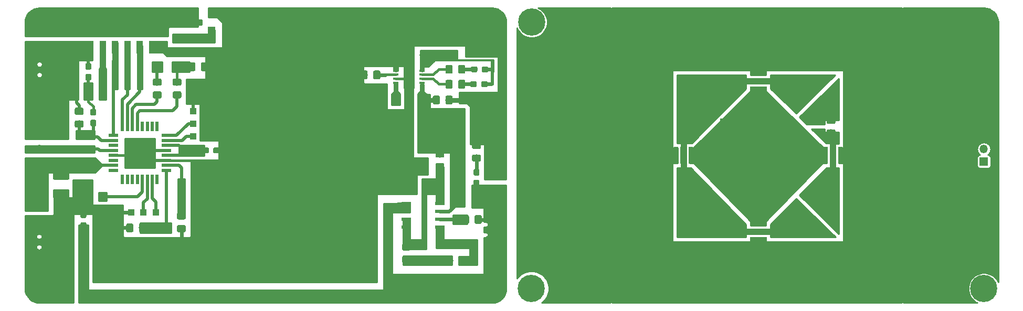
<source format=gbr>
G04 #@! TF.GenerationSoftware,KiCad,Pcbnew,5.0.0*
G04 #@! TF.CreationDate,2018-08-30T01:52:45+01:00*
G04 #@! TF.ProjectId,test,746573742E6B696361645F7063620000,rev?*
G04 #@! TF.SameCoordinates,Original*
G04 #@! TF.FileFunction,Copper,L1,Top,Signal*
G04 #@! TF.FilePolarity,Positive*
%FSLAX46Y46*%
G04 Gerber Fmt 4.6, Leading zero omitted, Abs format (unit mm)*
G04 Created by KiCad (PCBNEW 5.0.0) date Thu Aug 30 01:52:45 2018*
%MOMM*%
%LPD*%
G01*
G04 APERTURE LIST*
G04 #@! TA.AperFunction,ComponentPad*
%ADD10O,1.800000X1.000000*%
G04 #@! TD*
G04 #@! TA.AperFunction,SMDPad,CuDef*
%ADD11R,1.000000X1.000000*%
G04 #@! TD*
G04 #@! TA.AperFunction,Conductor*
%ADD12C,0.100000*%
G04 #@! TD*
G04 #@! TA.AperFunction,SMDPad,CuDef*
%ADD13C,0.950000*%
G04 #@! TD*
G04 #@! TA.AperFunction,SMDPad,CuDef*
%ADD14C,1.150000*%
G04 #@! TD*
G04 #@! TA.AperFunction,SMDPad,CuDef*
%ADD15C,1.425000*%
G04 #@! TD*
G04 #@! TA.AperFunction,SMDPad,CuDef*
%ADD16R,1.000000X2.000000*%
G04 #@! TD*
G04 #@! TA.AperFunction,ComponentPad*
%ADD17R,1.350000X1.350000*%
G04 #@! TD*
G04 #@! TA.AperFunction,ComponentPad*
%ADD18O,1.350000X1.350000*%
G04 #@! TD*
G04 #@! TA.AperFunction,SMDPad,CuDef*
%ADD19R,1.550000X0.600000*%
G04 #@! TD*
G04 #@! TA.AperFunction,SMDPad,CuDef*
%ADD20R,1.600000X0.550000*%
G04 #@! TD*
G04 #@! TA.AperFunction,SMDPad,CuDef*
%ADD21R,0.550000X1.600000*%
G04 #@! TD*
G04 #@! TA.AperFunction,SMDPad,CuDef*
%ADD22R,0.890000X0.420000*%
G04 #@! TD*
G04 #@! TA.AperFunction,SMDPad,CuDef*
%ADD23R,1.680000X1.880000*%
G04 #@! TD*
G04 #@! TA.AperFunction,ComponentPad*
%ADD24C,4.400000*%
G04 #@! TD*
G04 #@! TA.AperFunction,SMDPad,CuDef*
%ADD25R,1.300000X0.600000*%
G04 #@! TD*
G04 #@! TA.AperFunction,SMDPad,CuDef*
%ADD26R,2.700000X0.700000*%
G04 #@! TD*
G04 #@! TA.AperFunction,SMDPad,CuDef*
%ADD27R,2.700000X1.000000*%
G04 #@! TD*
G04 #@! TA.AperFunction,SMDPad,CuDef*
%ADD28R,0.700000X2.700000*%
G04 #@! TD*
G04 #@! TA.AperFunction,SMDPad,CuDef*
%ADD29R,1.000000X2.700000*%
G04 #@! TD*
G04 #@! TA.AperFunction,ViaPad*
%ADD30C,0.800000*%
G04 #@! TD*
G04 #@! TA.AperFunction,Conductor*
%ADD31C,0.600000*%
G04 #@! TD*
G04 #@! TA.AperFunction,Conductor*
%ADD32C,0.500000*%
G04 #@! TD*
G04 #@! TA.AperFunction,Conductor*
%ADD33C,0.400000*%
G04 #@! TD*
G04 #@! TA.AperFunction,Conductor*
%ADD34C,0.800000*%
G04 #@! TD*
G04 #@! TA.AperFunction,Conductor*
%ADD35C,0.250000*%
G04 #@! TD*
G04 #@! TA.AperFunction,Conductor*
%ADD36C,0.254000*%
G04 #@! TD*
G04 APERTURE END LIST*
D10*
G04 #@! TO.P,J1,6*
G04 #@! TO.N,GND*
X88300000Y-26950000D03*
X88300000Y-19550000D03*
X84400000Y-26950000D03*
X84400000Y-19575000D03*
G04 #@! TD*
D11*
G04 #@! TO.P,TP4,1*
G04 #@! TO.N,GND*
X39400000Y-29000000D03*
G04 #@! TD*
D12*
G04 #@! TO.N,Net-(D2-Pad1)*
G04 #@! TO.C,D2*
G36*
X85360779Y-38301144D02*
X85383834Y-38304563D01*
X85406443Y-38310227D01*
X85428387Y-38318079D01*
X85449457Y-38328044D01*
X85469448Y-38340026D01*
X85488168Y-38353910D01*
X85505438Y-38369562D01*
X85521090Y-38386832D01*
X85534974Y-38405552D01*
X85546956Y-38425543D01*
X85556921Y-38446613D01*
X85564773Y-38468557D01*
X85570437Y-38491166D01*
X85573856Y-38514221D01*
X85575000Y-38537500D01*
X85575000Y-39112500D01*
X85573856Y-39135779D01*
X85570437Y-39158834D01*
X85564773Y-39181443D01*
X85556921Y-39203387D01*
X85546956Y-39224457D01*
X85534974Y-39244448D01*
X85521090Y-39263168D01*
X85505438Y-39280438D01*
X85488168Y-39296090D01*
X85469448Y-39309974D01*
X85449457Y-39321956D01*
X85428387Y-39331921D01*
X85406443Y-39339773D01*
X85383834Y-39345437D01*
X85360779Y-39348856D01*
X85337500Y-39350000D01*
X84862500Y-39350000D01*
X84839221Y-39348856D01*
X84816166Y-39345437D01*
X84793557Y-39339773D01*
X84771613Y-39331921D01*
X84750543Y-39321956D01*
X84730552Y-39309974D01*
X84711832Y-39296090D01*
X84694562Y-39280438D01*
X84678910Y-39263168D01*
X84665026Y-39244448D01*
X84653044Y-39224457D01*
X84643079Y-39203387D01*
X84635227Y-39181443D01*
X84629563Y-39158834D01*
X84626144Y-39135779D01*
X84625000Y-39112500D01*
X84625000Y-38537500D01*
X84626144Y-38514221D01*
X84629563Y-38491166D01*
X84635227Y-38468557D01*
X84643079Y-38446613D01*
X84653044Y-38425543D01*
X84665026Y-38405552D01*
X84678910Y-38386832D01*
X84694562Y-38369562D01*
X84711832Y-38353910D01*
X84730552Y-38340026D01*
X84750543Y-38328044D01*
X84771613Y-38318079D01*
X84793557Y-38310227D01*
X84816166Y-38304563D01*
X84839221Y-38301144D01*
X84862500Y-38300000D01*
X85337500Y-38300000D01*
X85360779Y-38301144D01*
X85360779Y-38301144D01*
G37*
D13*
G04 #@! TD*
G04 #@! TO.P,D2,1*
G04 #@! TO.N,Net-(D2-Pad1)*
X85100000Y-38825000D03*
D12*
G04 #@! TO.N,VCC*
G04 #@! TO.C,D2*
G36*
X85360779Y-40051144D02*
X85383834Y-40054563D01*
X85406443Y-40060227D01*
X85428387Y-40068079D01*
X85449457Y-40078044D01*
X85469448Y-40090026D01*
X85488168Y-40103910D01*
X85505438Y-40119562D01*
X85521090Y-40136832D01*
X85534974Y-40155552D01*
X85546956Y-40175543D01*
X85556921Y-40196613D01*
X85564773Y-40218557D01*
X85570437Y-40241166D01*
X85573856Y-40264221D01*
X85575000Y-40287500D01*
X85575000Y-40862500D01*
X85573856Y-40885779D01*
X85570437Y-40908834D01*
X85564773Y-40931443D01*
X85556921Y-40953387D01*
X85546956Y-40974457D01*
X85534974Y-40994448D01*
X85521090Y-41013168D01*
X85505438Y-41030438D01*
X85488168Y-41046090D01*
X85469448Y-41059974D01*
X85449457Y-41071956D01*
X85428387Y-41081921D01*
X85406443Y-41089773D01*
X85383834Y-41095437D01*
X85360779Y-41098856D01*
X85337500Y-41100000D01*
X84862500Y-41100000D01*
X84839221Y-41098856D01*
X84816166Y-41095437D01*
X84793557Y-41089773D01*
X84771613Y-41081921D01*
X84750543Y-41071956D01*
X84730552Y-41059974D01*
X84711832Y-41046090D01*
X84694562Y-41030438D01*
X84678910Y-41013168D01*
X84665026Y-40994448D01*
X84653044Y-40974457D01*
X84643079Y-40953387D01*
X84635227Y-40931443D01*
X84629563Y-40908834D01*
X84626144Y-40885779D01*
X84625000Y-40862500D01*
X84625000Y-40287500D01*
X84626144Y-40264221D01*
X84629563Y-40241166D01*
X84635227Y-40218557D01*
X84643079Y-40196613D01*
X84653044Y-40175543D01*
X84665026Y-40155552D01*
X84678910Y-40136832D01*
X84694562Y-40119562D01*
X84711832Y-40103910D01*
X84730552Y-40090026D01*
X84750543Y-40078044D01*
X84771613Y-40068079D01*
X84793557Y-40060227D01*
X84816166Y-40054563D01*
X84839221Y-40051144D01*
X84862500Y-40050000D01*
X85337500Y-40050000D01*
X85360779Y-40051144D01*
X85360779Y-40051144D01*
G37*
D13*
G04 #@! TD*
G04 #@! TO.P,D2,2*
G04 #@! TO.N,VCC*
X85100000Y-40575000D03*
D12*
G04 #@! TO.N,GND*
G04 #@! TO.C,C4*
G36*
X23560779Y-28601144D02*
X23583834Y-28604563D01*
X23606443Y-28610227D01*
X23628387Y-28618079D01*
X23649457Y-28628044D01*
X23669448Y-28640026D01*
X23688168Y-28653910D01*
X23705438Y-28669562D01*
X23721090Y-28686832D01*
X23734974Y-28705552D01*
X23746956Y-28725543D01*
X23756921Y-28746613D01*
X23764773Y-28768557D01*
X23770437Y-28791166D01*
X23773856Y-28814221D01*
X23775000Y-28837500D01*
X23775000Y-29412500D01*
X23773856Y-29435779D01*
X23770437Y-29458834D01*
X23764773Y-29481443D01*
X23756921Y-29503387D01*
X23746956Y-29524457D01*
X23734974Y-29544448D01*
X23721090Y-29563168D01*
X23705438Y-29580438D01*
X23688168Y-29596090D01*
X23669448Y-29609974D01*
X23649457Y-29621956D01*
X23628387Y-29631921D01*
X23606443Y-29639773D01*
X23583834Y-29645437D01*
X23560779Y-29648856D01*
X23537500Y-29650000D01*
X23062500Y-29650000D01*
X23039221Y-29648856D01*
X23016166Y-29645437D01*
X22993557Y-29639773D01*
X22971613Y-29631921D01*
X22950543Y-29621956D01*
X22930552Y-29609974D01*
X22911832Y-29596090D01*
X22894562Y-29580438D01*
X22878910Y-29563168D01*
X22865026Y-29544448D01*
X22853044Y-29524457D01*
X22843079Y-29503387D01*
X22835227Y-29481443D01*
X22829563Y-29458834D01*
X22826144Y-29435779D01*
X22825000Y-29412500D01*
X22825000Y-28837500D01*
X22826144Y-28814221D01*
X22829563Y-28791166D01*
X22835227Y-28768557D01*
X22843079Y-28746613D01*
X22853044Y-28725543D01*
X22865026Y-28705552D01*
X22878910Y-28686832D01*
X22894562Y-28669562D01*
X22911832Y-28653910D01*
X22930552Y-28640026D01*
X22950543Y-28628044D01*
X22971613Y-28618079D01*
X22993557Y-28610227D01*
X23016166Y-28604563D01*
X23039221Y-28601144D01*
X23062500Y-28600000D01*
X23537500Y-28600000D01*
X23560779Y-28601144D01*
X23560779Y-28601144D01*
G37*
D13*
G04 #@! TD*
G04 #@! TO.P,C4,2*
G04 #@! TO.N,GND*
X23300000Y-29125000D03*
D12*
G04 #@! TO.N,AVCC*
G04 #@! TO.C,C4*
G36*
X23560779Y-30351144D02*
X23583834Y-30354563D01*
X23606443Y-30360227D01*
X23628387Y-30368079D01*
X23649457Y-30378044D01*
X23669448Y-30390026D01*
X23688168Y-30403910D01*
X23705438Y-30419562D01*
X23721090Y-30436832D01*
X23734974Y-30455552D01*
X23746956Y-30475543D01*
X23756921Y-30496613D01*
X23764773Y-30518557D01*
X23770437Y-30541166D01*
X23773856Y-30564221D01*
X23775000Y-30587500D01*
X23775000Y-31162500D01*
X23773856Y-31185779D01*
X23770437Y-31208834D01*
X23764773Y-31231443D01*
X23756921Y-31253387D01*
X23746956Y-31274457D01*
X23734974Y-31294448D01*
X23721090Y-31313168D01*
X23705438Y-31330438D01*
X23688168Y-31346090D01*
X23669448Y-31359974D01*
X23649457Y-31371956D01*
X23628387Y-31381921D01*
X23606443Y-31389773D01*
X23583834Y-31395437D01*
X23560779Y-31398856D01*
X23537500Y-31400000D01*
X23062500Y-31400000D01*
X23039221Y-31398856D01*
X23016166Y-31395437D01*
X22993557Y-31389773D01*
X22971613Y-31381921D01*
X22950543Y-31371956D01*
X22930552Y-31359974D01*
X22911832Y-31346090D01*
X22894562Y-31330438D01*
X22878910Y-31313168D01*
X22865026Y-31294448D01*
X22853044Y-31274457D01*
X22843079Y-31253387D01*
X22835227Y-31231443D01*
X22829563Y-31208834D01*
X22826144Y-31185779D01*
X22825000Y-31162500D01*
X22825000Y-30587500D01*
X22826144Y-30564221D01*
X22829563Y-30541166D01*
X22835227Y-30518557D01*
X22843079Y-30496613D01*
X22853044Y-30475543D01*
X22865026Y-30455552D01*
X22878910Y-30436832D01*
X22894562Y-30419562D01*
X22911832Y-30403910D01*
X22930552Y-30390026D01*
X22950543Y-30378044D01*
X22971613Y-30368079D01*
X22993557Y-30360227D01*
X23016166Y-30354563D01*
X23039221Y-30351144D01*
X23062500Y-30350000D01*
X23537500Y-30350000D01*
X23560779Y-30351144D01*
X23560779Y-30351144D01*
G37*
D13*
G04 #@! TD*
G04 #@! TO.P,C4,1*
G04 #@! TO.N,AVCC*
X23300000Y-30875000D03*
D12*
G04 #@! TO.N,VCC*
G04 #@! TO.C,C5*
G36*
X41735779Y-34826144D02*
X41758834Y-34829563D01*
X41781443Y-34835227D01*
X41803387Y-34843079D01*
X41824457Y-34853044D01*
X41844448Y-34865026D01*
X41863168Y-34878910D01*
X41880438Y-34894562D01*
X41896090Y-34911832D01*
X41909974Y-34930552D01*
X41921956Y-34950543D01*
X41931921Y-34971613D01*
X41939773Y-34993557D01*
X41945437Y-35016166D01*
X41948856Y-35039221D01*
X41950000Y-35062500D01*
X41950000Y-35537500D01*
X41948856Y-35560779D01*
X41945437Y-35583834D01*
X41939773Y-35606443D01*
X41931921Y-35628387D01*
X41921956Y-35649457D01*
X41909974Y-35669448D01*
X41896090Y-35688168D01*
X41880438Y-35705438D01*
X41863168Y-35721090D01*
X41844448Y-35734974D01*
X41824457Y-35746956D01*
X41803387Y-35756921D01*
X41781443Y-35764773D01*
X41758834Y-35770437D01*
X41735779Y-35773856D01*
X41712500Y-35775000D01*
X41137500Y-35775000D01*
X41114221Y-35773856D01*
X41091166Y-35770437D01*
X41068557Y-35764773D01*
X41046613Y-35756921D01*
X41025543Y-35746956D01*
X41005552Y-35734974D01*
X40986832Y-35721090D01*
X40969562Y-35705438D01*
X40953910Y-35688168D01*
X40940026Y-35669448D01*
X40928044Y-35649457D01*
X40918079Y-35628387D01*
X40910227Y-35606443D01*
X40904563Y-35583834D01*
X40901144Y-35560779D01*
X40900000Y-35537500D01*
X40900000Y-35062500D01*
X40901144Y-35039221D01*
X40904563Y-35016166D01*
X40910227Y-34993557D01*
X40918079Y-34971613D01*
X40928044Y-34950543D01*
X40940026Y-34930552D01*
X40953910Y-34911832D01*
X40969562Y-34894562D01*
X40986832Y-34878910D01*
X41005552Y-34865026D01*
X41025543Y-34853044D01*
X41046613Y-34843079D01*
X41068557Y-34835227D01*
X41091166Y-34829563D01*
X41114221Y-34826144D01*
X41137500Y-34825000D01*
X41712500Y-34825000D01*
X41735779Y-34826144D01*
X41735779Y-34826144D01*
G37*
D13*
G04 #@! TD*
G04 #@! TO.P,C5,1*
G04 #@! TO.N,VCC*
X41425000Y-35300000D03*
D12*
G04 #@! TO.N,GND*
G04 #@! TO.C,C5*
G36*
X43485779Y-34826144D02*
X43508834Y-34829563D01*
X43531443Y-34835227D01*
X43553387Y-34843079D01*
X43574457Y-34853044D01*
X43594448Y-34865026D01*
X43613168Y-34878910D01*
X43630438Y-34894562D01*
X43646090Y-34911832D01*
X43659974Y-34930552D01*
X43671956Y-34950543D01*
X43681921Y-34971613D01*
X43689773Y-34993557D01*
X43695437Y-35016166D01*
X43698856Y-35039221D01*
X43700000Y-35062500D01*
X43700000Y-35537500D01*
X43698856Y-35560779D01*
X43695437Y-35583834D01*
X43689773Y-35606443D01*
X43681921Y-35628387D01*
X43671956Y-35649457D01*
X43659974Y-35669448D01*
X43646090Y-35688168D01*
X43630438Y-35705438D01*
X43613168Y-35721090D01*
X43594448Y-35734974D01*
X43574457Y-35746956D01*
X43553387Y-35756921D01*
X43531443Y-35764773D01*
X43508834Y-35770437D01*
X43485779Y-35773856D01*
X43462500Y-35775000D01*
X42887500Y-35775000D01*
X42864221Y-35773856D01*
X42841166Y-35770437D01*
X42818557Y-35764773D01*
X42796613Y-35756921D01*
X42775543Y-35746956D01*
X42755552Y-35734974D01*
X42736832Y-35721090D01*
X42719562Y-35705438D01*
X42703910Y-35688168D01*
X42690026Y-35669448D01*
X42678044Y-35649457D01*
X42668079Y-35628387D01*
X42660227Y-35606443D01*
X42654563Y-35583834D01*
X42651144Y-35560779D01*
X42650000Y-35537500D01*
X42650000Y-35062500D01*
X42651144Y-35039221D01*
X42654563Y-35016166D01*
X42660227Y-34993557D01*
X42668079Y-34971613D01*
X42678044Y-34950543D01*
X42690026Y-34930552D01*
X42703910Y-34911832D01*
X42719562Y-34894562D01*
X42736832Y-34878910D01*
X42755552Y-34865026D01*
X42775543Y-34853044D01*
X42796613Y-34843079D01*
X42818557Y-34835227D01*
X42841166Y-34829563D01*
X42864221Y-34826144D01*
X42887500Y-34825000D01*
X43462500Y-34825000D01*
X43485779Y-34826144D01*
X43485779Y-34826144D01*
G37*
D13*
G04 #@! TD*
G04 #@! TO.P,C5,2*
G04 #@! TO.N,GND*
X43175000Y-35300000D03*
D12*
G04 #@! TO.N,GND*
G04 #@! TO.C,C7*
G36*
X22760779Y-22951144D02*
X22783834Y-22954563D01*
X22806443Y-22960227D01*
X22828387Y-22968079D01*
X22849457Y-22978044D01*
X22869448Y-22990026D01*
X22888168Y-23003910D01*
X22905438Y-23019562D01*
X22921090Y-23036832D01*
X22934974Y-23055552D01*
X22946956Y-23075543D01*
X22956921Y-23096613D01*
X22964773Y-23118557D01*
X22970437Y-23141166D01*
X22973856Y-23164221D01*
X22975000Y-23187500D01*
X22975000Y-23762500D01*
X22973856Y-23785779D01*
X22970437Y-23808834D01*
X22964773Y-23831443D01*
X22956921Y-23853387D01*
X22946956Y-23874457D01*
X22934974Y-23894448D01*
X22921090Y-23913168D01*
X22905438Y-23930438D01*
X22888168Y-23946090D01*
X22869448Y-23959974D01*
X22849457Y-23971956D01*
X22828387Y-23981921D01*
X22806443Y-23989773D01*
X22783834Y-23995437D01*
X22760779Y-23998856D01*
X22737500Y-24000000D01*
X22262500Y-24000000D01*
X22239221Y-23998856D01*
X22216166Y-23995437D01*
X22193557Y-23989773D01*
X22171613Y-23981921D01*
X22150543Y-23971956D01*
X22130552Y-23959974D01*
X22111832Y-23946090D01*
X22094562Y-23930438D01*
X22078910Y-23913168D01*
X22065026Y-23894448D01*
X22053044Y-23874457D01*
X22043079Y-23853387D01*
X22035227Y-23831443D01*
X22029563Y-23808834D01*
X22026144Y-23785779D01*
X22025000Y-23762500D01*
X22025000Y-23187500D01*
X22026144Y-23164221D01*
X22029563Y-23141166D01*
X22035227Y-23118557D01*
X22043079Y-23096613D01*
X22053044Y-23075543D01*
X22065026Y-23055552D01*
X22078910Y-23036832D01*
X22094562Y-23019562D01*
X22111832Y-23003910D01*
X22130552Y-22990026D01*
X22150543Y-22978044D01*
X22171613Y-22968079D01*
X22193557Y-22960227D01*
X22216166Y-22954563D01*
X22239221Y-22951144D01*
X22262500Y-22950000D01*
X22737500Y-22950000D01*
X22760779Y-22951144D01*
X22760779Y-22951144D01*
G37*
D13*
G04 #@! TD*
G04 #@! TO.P,C7,2*
G04 #@! TO.N,GND*
X22500000Y-23475000D03*
D12*
G04 #@! TO.N,VCC*
G04 #@! TO.C,C7*
G36*
X22760779Y-21201144D02*
X22783834Y-21204563D01*
X22806443Y-21210227D01*
X22828387Y-21218079D01*
X22849457Y-21228044D01*
X22869448Y-21240026D01*
X22888168Y-21253910D01*
X22905438Y-21269562D01*
X22921090Y-21286832D01*
X22934974Y-21305552D01*
X22946956Y-21325543D01*
X22956921Y-21346613D01*
X22964773Y-21368557D01*
X22970437Y-21391166D01*
X22973856Y-21414221D01*
X22975000Y-21437500D01*
X22975000Y-22012500D01*
X22973856Y-22035779D01*
X22970437Y-22058834D01*
X22964773Y-22081443D01*
X22956921Y-22103387D01*
X22946956Y-22124457D01*
X22934974Y-22144448D01*
X22921090Y-22163168D01*
X22905438Y-22180438D01*
X22888168Y-22196090D01*
X22869448Y-22209974D01*
X22849457Y-22221956D01*
X22828387Y-22231921D01*
X22806443Y-22239773D01*
X22783834Y-22245437D01*
X22760779Y-22248856D01*
X22737500Y-22250000D01*
X22262500Y-22250000D01*
X22239221Y-22248856D01*
X22216166Y-22245437D01*
X22193557Y-22239773D01*
X22171613Y-22231921D01*
X22150543Y-22221956D01*
X22130552Y-22209974D01*
X22111832Y-22196090D01*
X22094562Y-22180438D01*
X22078910Y-22163168D01*
X22065026Y-22144448D01*
X22053044Y-22124457D01*
X22043079Y-22103387D01*
X22035227Y-22081443D01*
X22029563Y-22058834D01*
X22026144Y-22035779D01*
X22025000Y-22012500D01*
X22025000Y-21437500D01*
X22026144Y-21414221D01*
X22029563Y-21391166D01*
X22035227Y-21368557D01*
X22043079Y-21346613D01*
X22053044Y-21325543D01*
X22065026Y-21305552D01*
X22078910Y-21286832D01*
X22094562Y-21269562D01*
X22111832Y-21253910D01*
X22130552Y-21240026D01*
X22150543Y-21228044D01*
X22171613Y-21218079D01*
X22193557Y-21210227D01*
X22216166Y-21204563D01*
X22239221Y-21201144D01*
X22262500Y-21200000D01*
X22737500Y-21200000D01*
X22760779Y-21201144D01*
X22760779Y-21201144D01*
G37*
D13*
G04 #@! TD*
G04 #@! TO.P,C7,1*
G04 #@! TO.N,VCC*
X22500000Y-21725000D03*
D12*
G04 #@! TO.N,VCC*
G04 #@! TO.C,C12*
G36*
X21960779Y-46901144D02*
X21983834Y-46904563D01*
X22006443Y-46910227D01*
X22028387Y-46918079D01*
X22049457Y-46928044D01*
X22069448Y-46940026D01*
X22088168Y-46953910D01*
X22105438Y-46969562D01*
X22121090Y-46986832D01*
X22134974Y-47005552D01*
X22146956Y-47025543D01*
X22156921Y-47046613D01*
X22164773Y-47068557D01*
X22170437Y-47091166D01*
X22173856Y-47114221D01*
X22175000Y-47137500D01*
X22175000Y-47712500D01*
X22173856Y-47735779D01*
X22170437Y-47758834D01*
X22164773Y-47781443D01*
X22156921Y-47803387D01*
X22146956Y-47824457D01*
X22134974Y-47844448D01*
X22121090Y-47863168D01*
X22105438Y-47880438D01*
X22088168Y-47896090D01*
X22069448Y-47909974D01*
X22049457Y-47921956D01*
X22028387Y-47931921D01*
X22006443Y-47939773D01*
X21983834Y-47945437D01*
X21960779Y-47948856D01*
X21937500Y-47950000D01*
X21462500Y-47950000D01*
X21439221Y-47948856D01*
X21416166Y-47945437D01*
X21393557Y-47939773D01*
X21371613Y-47931921D01*
X21350543Y-47921956D01*
X21330552Y-47909974D01*
X21311832Y-47896090D01*
X21294562Y-47880438D01*
X21278910Y-47863168D01*
X21265026Y-47844448D01*
X21253044Y-47824457D01*
X21243079Y-47803387D01*
X21235227Y-47781443D01*
X21229563Y-47758834D01*
X21226144Y-47735779D01*
X21225000Y-47712500D01*
X21225000Y-47137500D01*
X21226144Y-47114221D01*
X21229563Y-47091166D01*
X21235227Y-47068557D01*
X21243079Y-47046613D01*
X21253044Y-47025543D01*
X21265026Y-47005552D01*
X21278910Y-46986832D01*
X21294562Y-46969562D01*
X21311832Y-46953910D01*
X21330552Y-46940026D01*
X21350543Y-46928044D01*
X21371613Y-46918079D01*
X21393557Y-46910227D01*
X21416166Y-46904563D01*
X21439221Y-46901144D01*
X21462500Y-46900000D01*
X21937500Y-46900000D01*
X21960779Y-46901144D01*
X21960779Y-46901144D01*
G37*
D13*
G04 #@! TD*
G04 #@! TO.P,C12,1*
G04 #@! TO.N,VCC*
X21700000Y-47425000D03*
D12*
G04 #@! TO.N,GND*
G04 #@! TO.C,C12*
G36*
X21960779Y-45151144D02*
X21983834Y-45154563D01*
X22006443Y-45160227D01*
X22028387Y-45168079D01*
X22049457Y-45178044D01*
X22069448Y-45190026D01*
X22088168Y-45203910D01*
X22105438Y-45219562D01*
X22121090Y-45236832D01*
X22134974Y-45255552D01*
X22146956Y-45275543D01*
X22156921Y-45296613D01*
X22164773Y-45318557D01*
X22170437Y-45341166D01*
X22173856Y-45364221D01*
X22175000Y-45387500D01*
X22175000Y-45962500D01*
X22173856Y-45985779D01*
X22170437Y-46008834D01*
X22164773Y-46031443D01*
X22156921Y-46053387D01*
X22146956Y-46074457D01*
X22134974Y-46094448D01*
X22121090Y-46113168D01*
X22105438Y-46130438D01*
X22088168Y-46146090D01*
X22069448Y-46159974D01*
X22049457Y-46171956D01*
X22028387Y-46181921D01*
X22006443Y-46189773D01*
X21983834Y-46195437D01*
X21960779Y-46198856D01*
X21937500Y-46200000D01*
X21462500Y-46200000D01*
X21439221Y-46198856D01*
X21416166Y-46195437D01*
X21393557Y-46189773D01*
X21371613Y-46181921D01*
X21350543Y-46171956D01*
X21330552Y-46159974D01*
X21311832Y-46146090D01*
X21294562Y-46130438D01*
X21278910Y-46113168D01*
X21265026Y-46094448D01*
X21253044Y-46074457D01*
X21243079Y-46053387D01*
X21235227Y-46031443D01*
X21229563Y-46008834D01*
X21226144Y-45985779D01*
X21225000Y-45962500D01*
X21225000Y-45387500D01*
X21226144Y-45364221D01*
X21229563Y-45341166D01*
X21235227Y-45318557D01*
X21243079Y-45296613D01*
X21253044Y-45275543D01*
X21265026Y-45255552D01*
X21278910Y-45236832D01*
X21294562Y-45219562D01*
X21311832Y-45203910D01*
X21330552Y-45190026D01*
X21350543Y-45178044D01*
X21371613Y-45168079D01*
X21393557Y-45160227D01*
X21416166Y-45154563D01*
X21439221Y-45151144D01*
X21462500Y-45150000D01*
X21937500Y-45150000D01*
X21960779Y-45151144D01*
X21960779Y-45151144D01*
G37*
D13*
G04 #@! TD*
G04 #@! TO.P,C12,2*
G04 #@! TO.N,GND*
X21700000Y-45675000D03*
D12*
G04 #@! TO.N,Net-(Q2-Pad1)*
G04 #@! TO.C,R13*
G36*
X39524505Y-21101204D02*
X39548773Y-21104804D01*
X39572572Y-21110765D01*
X39595671Y-21119030D01*
X39617850Y-21129520D01*
X39638893Y-21142132D01*
X39658599Y-21156747D01*
X39676777Y-21173223D01*
X39693253Y-21191401D01*
X39707868Y-21211107D01*
X39720480Y-21232150D01*
X39730970Y-21254329D01*
X39739235Y-21277428D01*
X39745196Y-21301227D01*
X39748796Y-21325495D01*
X39750000Y-21349999D01*
X39750000Y-22250001D01*
X39748796Y-22274505D01*
X39745196Y-22298773D01*
X39739235Y-22322572D01*
X39730970Y-22345671D01*
X39720480Y-22367850D01*
X39707868Y-22388893D01*
X39693253Y-22408599D01*
X39676777Y-22426777D01*
X39658599Y-22443253D01*
X39638893Y-22457868D01*
X39617850Y-22470480D01*
X39595671Y-22480970D01*
X39572572Y-22489235D01*
X39548773Y-22495196D01*
X39524505Y-22498796D01*
X39500001Y-22500000D01*
X38849999Y-22500000D01*
X38825495Y-22498796D01*
X38801227Y-22495196D01*
X38777428Y-22489235D01*
X38754329Y-22480970D01*
X38732150Y-22470480D01*
X38711107Y-22457868D01*
X38691401Y-22443253D01*
X38673223Y-22426777D01*
X38656747Y-22408599D01*
X38642132Y-22388893D01*
X38629520Y-22367850D01*
X38619030Y-22345671D01*
X38610765Y-22322572D01*
X38604804Y-22298773D01*
X38601204Y-22274505D01*
X38600000Y-22250001D01*
X38600000Y-21349999D01*
X38601204Y-21325495D01*
X38604804Y-21301227D01*
X38610765Y-21277428D01*
X38619030Y-21254329D01*
X38629520Y-21232150D01*
X38642132Y-21211107D01*
X38656747Y-21191401D01*
X38673223Y-21173223D01*
X38691401Y-21156747D01*
X38711107Y-21142132D01*
X38732150Y-21129520D01*
X38754329Y-21119030D01*
X38777428Y-21110765D01*
X38801227Y-21104804D01*
X38825495Y-21101204D01*
X38849999Y-21100000D01*
X39500001Y-21100000D01*
X39524505Y-21101204D01*
X39524505Y-21101204D01*
G37*
D14*
G04 #@! TD*
G04 #@! TO.P,R13,1*
G04 #@! TO.N,Net-(Q2-Pad1)*
X39175000Y-21800000D03*
D12*
G04 #@! TO.N,GND*
G04 #@! TO.C,R13*
G36*
X41574505Y-21101204D02*
X41598773Y-21104804D01*
X41622572Y-21110765D01*
X41645671Y-21119030D01*
X41667850Y-21129520D01*
X41688893Y-21142132D01*
X41708599Y-21156747D01*
X41726777Y-21173223D01*
X41743253Y-21191401D01*
X41757868Y-21211107D01*
X41770480Y-21232150D01*
X41780970Y-21254329D01*
X41789235Y-21277428D01*
X41795196Y-21301227D01*
X41798796Y-21325495D01*
X41800000Y-21349999D01*
X41800000Y-22250001D01*
X41798796Y-22274505D01*
X41795196Y-22298773D01*
X41789235Y-22322572D01*
X41780970Y-22345671D01*
X41770480Y-22367850D01*
X41757868Y-22388893D01*
X41743253Y-22408599D01*
X41726777Y-22426777D01*
X41708599Y-22443253D01*
X41688893Y-22457868D01*
X41667850Y-22470480D01*
X41645671Y-22480970D01*
X41622572Y-22489235D01*
X41598773Y-22495196D01*
X41574505Y-22498796D01*
X41550001Y-22500000D01*
X40899999Y-22500000D01*
X40875495Y-22498796D01*
X40851227Y-22495196D01*
X40827428Y-22489235D01*
X40804329Y-22480970D01*
X40782150Y-22470480D01*
X40761107Y-22457868D01*
X40741401Y-22443253D01*
X40723223Y-22426777D01*
X40706747Y-22408599D01*
X40692132Y-22388893D01*
X40679520Y-22367850D01*
X40669030Y-22345671D01*
X40660765Y-22322572D01*
X40654804Y-22298773D01*
X40651204Y-22274505D01*
X40650000Y-22250001D01*
X40650000Y-21349999D01*
X40651204Y-21325495D01*
X40654804Y-21301227D01*
X40660765Y-21277428D01*
X40669030Y-21254329D01*
X40679520Y-21232150D01*
X40692132Y-21211107D01*
X40706747Y-21191401D01*
X40723223Y-21173223D01*
X40741401Y-21156747D01*
X40761107Y-21142132D01*
X40782150Y-21129520D01*
X40804329Y-21119030D01*
X40827428Y-21110765D01*
X40851227Y-21104804D01*
X40875495Y-21101204D01*
X40899999Y-21100000D01*
X41550001Y-21100000D01*
X41574505Y-21101204D01*
X41574505Y-21101204D01*
G37*
D14*
G04 #@! TD*
G04 #@! TO.P,R13,2*
G04 #@! TO.N,GND*
X41225000Y-21800000D03*
D12*
G04 #@! TO.N,GND*
G04 #@! TO.C,R4*
G36*
X19199504Y-41576204D02*
X19223773Y-41579804D01*
X19247571Y-41585765D01*
X19270671Y-41594030D01*
X19292849Y-41604520D01*
X19313893Y-41617133D01*
X19333598Y-41631747D01*
X19351777Y-41648223D01*
X19368253Y-41666402D01*
X19382867Y-41686107D01*
X19395480Y-41707151D01*
X19405970Y-41729329D01*
X19414235Y-41752429D01*
X19420196Y-41776227D01*
X19423796Y-41800496D01*
X19425000Y-41825000D01*
X19425000Y-42750000D01*
X19423796Y-42774504D01*
X19420196Y-42798773D01*
X19414235Y-42822571D01*
X19405970Y-42845671D01*
X19395480Y-42867849D01*
X19382867Y-42888893D01*
X19368253Y-42908598D01*
X19351777Y-42926777D01*
X19333598Y-42943253D01*
X19313893Y-42957867D01*
X19292849Y-42970480D01*
X19270671Y-42980970D01*
X19247571Y-42989235D01*
X19223773Y-42995196D01*
X19199504Y-42998796D01*
X19175000Y-43000000D01*
X17025000Y-43000000D01*
X17000496Y-42998796D01*
X16976227Y-42995196D01*
X16952429Y-42989235D01*
X16929329Y-42980970D01*
X16907151Y-42970480D01*
X16886107Y-42957867D01*
X16866402Y-42943253D01*
X16848223Y-42926777D01*
X16831747Y-42908598D01*
X16817133Y-42888893D01*
X16804520Y-42867849D01*
X16794030Y-42845671D01*
X16785765Y-42822571D01*
X16779804Y-42798773D01*
X16776204Y-42774504D01*
X16775000Y-42750000D01*
X16775000Y-41825000D01*
X16776204Y-41800496D01*
X16779804Y-41776227D01*
X16785765Y-41752429D01*
X16794030Y-41729329D01*
X16804520Y-41707151D01*
X16817133Y-41686107D01*
X16831747Y-41666402D01*
X16848223Y-41648223D01*
X16866402Y-41631747D01*
X16886107Y-41617133D01*
X16907151Y-41604520D01*
X16929329Y-41594030D01*
X16952429Y-41585765D01*
X16976227Y-41579804D01*
X17000496Y-41576204D01*
X17025000Y-41575000D01*
X19175000Y-41575000D01*
X19199504Y-41576204D01*
X19199504Y-41576204D01*
G37*
D15*
G04 #@! TD*
G04 #@! TO.P,R4,1*
G04 #@! TO.N,GND*
X18100000Y-42287500D03*
D12*
G04 #@! TO.N,ADC0*
G04 #@! TO.C,R4*
G36*
X19199504Y-38601204D02*
X19223773Y-38604804D01*
X19247571Y-38610765D01*
X19270671Y-38619030D01*
X19292849Y-38629520D01*
X19313893Y-38642133D01*
X19333598Y-38656747D01*
X19351777Y-38673223D01*
X19368253Y-38691402D01*
X19382867Y-38711107D01*
X19395480Y-38732151D01*
X19405970Y-38754329D01*
X19414235Y-38777429D01*
X19420196Y-38801227D01*
X19423796Y-38825496D01*
X19425000Y-38850000D01*
X19425000Y-39775000D01*
X19423796Y-39799504D01*
X19420196Y-39823773D01*
X19414235Y-39847571D01*
X19405970Y-39870671D01*
X19395480Y-39892849D01*
X19382867Y-39913893D01*
X19368253Y-39933598D01*
X19351777Y-39951777D01*
X19333598Y-39968253D01*
X19313893Y-39982867D01*
X19292849Y-39995480D01*
X19270671Y-40005970D01*
X19247571Y-40014235D01*
X19223773Y-40020196D01*
X19199504Y-40023796D01*
X19175000Y-40025000D01*
X17025000Y-40025000D01*
X17000496Y-40023796D01*
X16976227Y-40020196D01*
X16952429Y-40014235D01*
X16929329Y-40005970D01*
X16907151Y-39995480D01*
X16886107Y-39982867D01*
X16866402Y-39968253D01*
X16848223Y-39951777D01*
X16831747Y-39933598D01*
X16817133Y-39913893D01*
X16804520Y-39892849D01*
X16794030Y-39870671D01*
X16785765Y-39847571D01*
X16779804Y-39823773D01*
X16776204Y-39799504D01*
X16775000Y-39775000D01*
X16775000Y-38850000D01*
X16776204Y-38825496D01*
X16779804Y-38801227D01*
X16785765Y-38777429D01*
X16794030Y-38754329D01*
X16804520Y-38732151D01*
X16817133Y-38711107D01*
X16831747Y-38691402D01*
X16848223Y-38673223D01*
X16866402Y-38656747D01*
X16886107Y-38642133D01*
X16907151Y-38629520D01*
X16929329Y-38619030D01*
X16952429Y-38610765D01*
X16976227Y-38604804D01*
X17000496Y-38601204D01*
X17025000Y-38600000D01*
X19175000Y-38600000D01*
X19199504Y-38601204D01*
X19199504Y-38601204D01*
G37*
D15*
G04 #@! TD*
G04 #@! TO.P,R4,2*
G04 #@! TO.N,ADC0*
X18100000Y-39312500D03*
D16*
G04 #@! TO.P,J3,1*
G04 #@! TO.N,GND*
X32800000Y-18600000D03*
G04 #@! TO.P,J3,2*
G04 #@! TO.N,MOSI*
X30800000Y-18600000D03*
G04 #@! TO.P,J3,3*
G04 #@! TO.N,MISO*
X28800000Y-18600000D03*
G04 #@! TO.P,J3,4*
G04 #@! TO.N,SCK*
X26800000Y-18600000D03*
G04 #@! TO.P,J3,5*
G04 #@! TO.N,RESET*
X24800000Y-18600000D03*
G04 #@! TO.P,J3,6*
G04 #@! TO.N,VCC*
X22800000Y-18600000D03*
G04 #@! TD*
D11*
G04 #@! TO.P,TP3,1*
G04 #@! TO.N,OSC_N*
X39400000Y-33000000D03*
G04 #@! TO.P,TP3,2*
G04 #@! TO.N,OSC_P*
X39400000Y-31000000D03*
G04 #@! TD*
D12*
G04 #@! TO.N,Net-(Q2-Pad1)*
G04 #@! TO.C,R12*
G36*
X37274505Y-23701204D02*
X37298773Y-23704804D01*
X37322572Y-23710765D01*
X37345671Y-23719030D01*
X37367850Y-23729520D01*
X37388893Y-23742132D01*
X37408599Y-23756747D01*
X37426777Y-23773223D01*
X37443253Y-23791401D01*
X37457868Y-23811107D01*
X37470480Y-23832150D01*
X37480970Y-23854329D01*
X37489235Y-23877428D01*
X37495196Y-23901227D01*
X37498796Y-23925495D01*
X37500000Y-23949999D01*
X37500000Y-24600001D01*
X37498796Y-24624505D01*
X37495196Y-24648773D01*
X37489235Y-24672572D01*
X37480970Y-24695671D01*
X37470480Y-24717850D01*
X37457868Y-24738893D01*
X37443253Y-24758599D01*
X37426777Y-24776777D01*
X37408599Y-24793253D01*
X37388893Y-24807868D01*
X37367850Y-24820480D01*
X37345671Y-24830970D01*
X37322572Y-24839235D01*
X37298773Y-24845196D01*
X37274505Y-24848796D01*
X37250001Y-24850000D01*
X36349999Y-24850000D01*
X36325495Y-24848796D01*
X36301227Y-24845196D01*
X36277428Y-24839235D01*
X36254329Y-24830970D01*
X36232150Y-24820480D01*
X36211107Y-24807868D01*
X36191401Y-24793253D01*
X36173223Y-24776777D01*
X36156747Y-24758599D01*
X36142132Y-24738893D01*
X36129520Y-24717850D01*
X36119030Y-24695671D01*
X36110765Y-24672572D01*
X36104804Y-24648773D01*
X36101204Y-24624505D01*
X36100000Y-24600001D01*
X36100000Y-23949999D01*
X36101204Y-23925495D01*
X36104804Y-23901227D01*
X36110765Y-23877428D01*
X36119030Y-23854329D01*
X36129520Y-23832150D01*
X36142132Y-23811107D01*
X36156747Y-23791401D01*
X36173223Y-23773223D01*
X36191401Y-23756747D01*
X36211107Y-23742132D01*
X36232150Y-23729520D01*
X36254329Y-23719030D01*
X36277428Y-23710765D01*
X36301227Y-23704804D01*
X36325495Y-23701204D01*
X36349999Y-23700000D01*
X37250001Y-23700000D01*
X37274505Y-23701204D01*
X37274505Y-23701204D01*
G37*
D14*
G04 #@! TD*
G04 #@! TO.P,R12,1*
G04 #@! TO.N,Net-(Q2-Pad1)*
X36800000Y-24275000D03*
D12*
G04 #@! TO.N,OC1A*
G04 #@! TO.C,R12*
G36*
X37274505Y-25751204D02*
X37298773Y-25754804D01*
X37322572Y-25760765D01*
X37345671Y-25769030D01*
X37367850Y-25779520D01*
X37388893Y-25792132D01*
X37408599Y-25806747D01*
X37426777Y-25823223D01*
X37443253Y-25841401D01*
X37457868Y-25861107D01*
X37470480Y-25882150D01*
X37480970Y-25904329D01*
X37489235Y-25927428D01*
X37495196Y-25951227D01*
X37498796Y-25975495D01*
X37500000Y-25999999D01*
X37500000Y-26650001D01*
X37498796Y-26674505D01*
X37495196Y-26698773D01*
X37489235Y-26722572D01*
X37480970Y-26745671D01*
X37470480Y-26767850D01*
X37457868Y-26788893D01*
X37443253Y-26808599D01*
X37426777Y-26826777D01*
X37408599Y-26843253D01*
X37388893Y-26857868D01*
X37367850Y-26870480D01*
X37345671Y-26880970D01*
X37322572Y-26889235D01*
X37298773Y-26895196D01*
X37274505Y-26898796D01*
X37250001Y-26900000D01*
X36349999Y-26900000D01*
X36325495Y-26898796D01*
X36301227Y-26895196D01*
X36277428Y-26889235D01*
X36254329Y-26880970D01*
X36232150Y-26870480D01*
X36211107Y-26857868D01*
X36191401Y-26843253D01*
X36173223Y-26826777D01*
X36156747Y-26808599D01*
X36142132Y-26788893D01*
X36129520Y-26767850D01*
X36119030Y-26745671D01*
X36110765Y-26722572D01*
X36104804Y-26698773D01*
X36101204Y-26674505D01*
X36100000Y-26650001D01*
X36100000Y-25999999D01*
X36101204Y-25975495D01*
X36104804Y-25951227D01*
X36110765Y-25927428D01*
X36119030Y-25904329D01*
X36129520Y-25882150D01*
X36142132Y-25861107D01*
X36156747Y-25841401D01*
X36173223Y-25823223D01*
X36191401Y-25806747D01*
X36211107Y-25792132D01*
X36232150Y-25779520D01*
X36254329Y-25769030D01*
X36277428Y-25760765D01*
X36301227Y-25754804D01*
X36325495Y-25751204D01*
X36349999Y-25750000D01*
X37250001Y-25750000D01*
X37274505Y-25751204D01*
X37274505Y-25751204D01*
G37*
D14*
G04 #@! TD*
G04 #@! TO.P,R12,2*
G04 #@! TO.N,OC1A*
X36800000Y-26325000D03*
D11*
G04 #@! TO.P,TP2,1*
G04 #@! TO.N,GND*
X29400000Y-45300000D03*
G04 #@! TD*
D12*
G04 #@! TO.N,Net-(D3-Pad1)*
G04 #@! TO.C,D3*
G36*
X84935779Y-24126144D02*
X84958834Y-24129563D01*
X84981443Y-24135227D01*
X85003387Y-24143079D01*
X85024457Y-24153044D01*
X85044448Y-24165026D01*
X85063168Y-24178910D01*
X85080438Y-24194562D01*
X85096090Y-24211832D01*
X85109974Y-24230552D01*
X85121956Y-24250543D01*
X85131921Y-24271613D01*
X85139773Y-24293557D01*
X85145437Y-24316166D01*
X85148856Y-24339221D01*
X85150000Y-24362500D01*
X85150000Y-24837500D01*
X85148856Y-24860779D01*
X85145437Y-24883834D01*
X85139773Y-24906443D01*
X85131921Y-24928387D01*
X85121956Y-24949457D01*
X85109974Y-24969448D01*
X85096090Y-24988168D01*
X85080438Y-25005438D01*
X85063168Y-25021090D01*
X85044448Y-25034974D01*
X85024457Y-25046956D01*
X85003387Y-25056921D01*
X84981443Y-25064773D01*
X84958834Y-25070437D01*
X84935779Y-25073856D01*
X84912500Y-25075000D01*
X84337500Y-25075000D01*
X84314221Y-25073856D01*
X84291166Y-25070437D01*
X84268557Y-25064773D01*
X84246613Y-25056921D01*
X84225543Y-25046956D01*
X84205552Y-25034974D01*
X84186832Y-25021090D01*
X84169562Y-25005438D01*
X84153910Y-24988168D01*
X84140026Y-24969448D01*
X84128044Y-24949457D01*
X84118079Y-24928387D01*
X84110227Y-24906443D01*
X84104563Y-24883834D01*
X84101144Y-24860779D01*
X84100000Y-24837500D01*
X84100000Y-24362500D01*
X84101144Y-24339221D01*
X84104563Y-24316166D01*
X84110227Y-24293557D01*
X84118079Y-24271613D01*
X84128044Y-24250543D01*
X84140026Y-24230552D01*
X84153910Y-24211832D01*
X84169562Y-24194562D01*
X84186832Y-24178910D01*
X84205552Y-24165026D01*
X84225543Y-24153044D01*
X84246613Y-24143079D01*
X84268557Y-24135227D01*
X84291166Y-24129563D01*
X84314221Y-24126144D01*
X84337500Y-24125000D01*
X84912500Y-24125000D01*
X84935779Y-24126144D01*
X84935779Y-24126144D01*
G37*
D13*
G04 #@! TD*
G04 #@! TO.P,D3,1*
G04 #@! TO.N,Net-(D3-Pad1)*
X84625000Y-24600000D03*
D12*
G04 #@! TO.N,VBUS*
G04 #@! TO.C,D3*
G36*
X86685779Y-24126144D02*
X86708834Y-24129563D01*
X86731443Y-24135227D01*
X86753387Y-24143079D01*
X86774457Y-24153044D01*
X86794448Y-24165026D01*
X86813168Y-24178910D01*
X86830438Y-24194562D01*
X86846090Y-24211832D01*
X86859974Y-24230552D01*
X86871956Y-24250543D01*
X86881921Y-24271613D01*
X86889773Y-24293557D01*
X86895437Y-24316166D01*
X86898856Y-24339221D01*
X86900000Y-24362500D01*
X86900000Y-24837500D01*
X86898856Y-24860779D01*
X86895437Y-24883834D01*
X86889773Y-24906443D01*
X86881921Y-24928387D01*
X86871956Y-24949457D01*
X86859974Y-24969448D01*
X86846090Y-24988168D01*
X86830438Y-25005438D01*
X86813168Y-25021090D01*
X86794448Y-25034974D01*
X86774457Y-25046956D01*
X86753387Y-25056921D01*
X86731443Y-25064773D01*
X86708834Y-25070437D01*
X86685779Y-25073856D01*
X86662500Y-25075000D01*
X86087500Y-25075000D01*
X86064221Y-25073856D01*
X86041166Y-25070437D01*
X86018557Y-25064773D01*
X85996613Y-25056921D01*
X85975543Y-25046956D01*
X85955552Y-25034974D01*
X85936832Y-25021090D01*
X85919562Y-25005438D01*
X85903910Y-24988168D01*
X85890026Y-24969448D01*
X85878044Y-24949457D01*
X85868079Y-24928387D01*
X85860227Y-24906443D01*
X85854563Y-24883834D01*
X85851144Y-24860779D01*
X85850000Y-24837500D01*
X85850000Y-24362500D01*
X85851144Y-24339221D01*
X85854563Y-24316166D01*
X85860227Y-24293557D01*
X85868079Y-24271613D01*
X85878044Y-24250543D01*
X85890026Y-24230552D01*
X85903910Y-24211832D01*
X85919562Y-24194562D01*
X85936832Y-24178910D01*
X85955552Y-24165026D01*
X85975543Y-24153044D01*
X85996613Y-24143079D01*
X86018557Y-24135227D01*
X86041166Y-24129563D01*
X86064221Y-24126144D01*
X86087500Y-24125000D01*
X86662500Y-24125000D01*
X86685779Y-24126144D01*
X86685779Y-24126144D01*
G37*
D13*
G04 #@! TD*
G04 #@! TO.P,D3,2*
G04 #@! TO.N,VBUS*
X86375000Y-24600000D03*
D12*
G04 #@! TO.N,Net-(D3-Pad1)*
G04 #@! TO.C,R9*
G36*
X83074505Y-23901204D02*
X83098773Y-23904804D01*
X83122572Y-23910765D01*
X83145671Y-23919030D01*
X83167850Y-23929520D01*
X83188893Y-23942132D01*
X83208599Y-23956747D01*
X83226777Y-23973223D01*
X83243253Y-23991401D01*
X83257868Y-24011107D01*
X83270480Y-24032150D01*
X83280970Y-24054329D01*
X83289235Y-24077428D01*
X83295196Y-24101227D01*
X83298796Y-24125495D01*
X83300000Y-24149999D01*
X83300000Y-25050001D01*
X83298796Y-25074505D01*
X83295196Y-25098773D01*
X83289235Y-25122572D01*
X83280970Y-25145671D01*
X83270480Y-25167850D01*
X83257868Y-25188893D01*
X83243253Y-25208599D01*
X83226777Y-25226777D01*
X83208599Y-25243253D01*
X83188893Y-25257868D01*
X83167850Y-25270480D01*
X83145671Y-25280970D01*
X83122572Y-25289235D01*
X83098773Y-25295196D01*
X83074505Y-25298796D01*
X83050001Y-25300000D01*
X82399999Y-25300000D01*
X82375495Y-25298796D01*
X82351227Y-25295196D01*
X82327428Y-25289235D01*
X82304329Y-25280970D01*
X82282150Y-25270480D01*
X82261107Y-25257868D01*
X82241401Y-25243253D01*
X82223223Y-25226777D01*
X82206747Y-25208599D01*
X82192132Y-25188893D01*
X82179520Y-25167850D01*
X82169030Y-25145671D01*
X82160765Y-25122572D01*
X82154804Y-25098773D01*
X82151204Y-25074505D01*
X82150000Y-25050001D01*
X82150000Y-24149999D01*
X82151204Y-24125495D01*
X82154804Y-24101227D01*
X82160765Y-24077428D01*
X82169030Y-24054329D01*
X82179520Y-24032150D01*
X82192132Y-24011107D01*
X82206747Y-23991401D01*
X82223223Y-23973223D01*
X82241401Y-23956747D01*
X82261107Y-23942132D01*
X82282150Y-23929520D01*
X82304329Y-23919030D01*
X82327428Y-23910765D01*
X82351227Y-23904804D01*
X82375495Y-23901204D01*
X82399999Y-23900000D01*
X83050001Y-23900000D01*
X83074505Y-23901204D01*
X83074505Y-23901204D01*
G37*
D14*
G04 #@! TD*
G04 #@! TO.P,R9,1*
G04 #@! TO.N,Net-(D3-Pad1)*
X82725000Y-24600000D03*
D12*
G04 #@! TO.N,Net-(R9-Pad2)*
G04 #@! TO.C,R9*
G36*
X81024505Y-23901204D02*
X81048773Y-23904804D01*
X81072572Y-23910765D01*
X81095671Y-23919030D01*
X81117850Y-23929520D01*
X81138893Y-23942132D01*
X81158599Y-23956747D01*
X81176777Y-23973223D01*
X81193253Y-23991401D01*
X81207868Y-24011107D01*
X81220480Y-24032150D01*
X81230970Y-24054329D01*
X81239235Y-24077428D01*
X81245196Y-24101227D01*
X81248796Y-24125495D01*
X81250000Y-24149999D01*
X81250000Y-25050001D01*
X81248796Y-25074505D01*
X81245196Y-25098773D01*
X81239235Y-25122572D01*
X81230970Y-25145671D01*
X81220480Y-25167850D01*
X81207868Y-25188893D01*
X81193253Y-25208599D01*
X81176777Y-25226777D01*
X81158599Y-25243253D01*
X81138893Y-25257868D01*
X81117850Y-25270480D01*
X81095671Y-25280970D01*
X81072572Y-25289235D01*
X81048773Y-25295196D01*
X81024505Y-25298796D01*
X81000001Y-25300000D01*
X80349999Y-25300000D01*
X80325495Y-25298796D01*
X80301227Y-25295196D01*
X80277428Y-25289235D01*
X80254329Y-25280970D01*
X80232150Y-25270480D01*
X80211107Y-25257868D01*
X80191401Y-25243253D01*
X80173223Y-25226777D01*
X80156747Y-25208599D01*
X80142132Y-25188893D01*
X80129520Y-25167850D01*
X80119030Y-25145671D01*
X80110765Y-25122572D01*
X80104804Y-25098773D01*
X80101204Y-25074505D01*
X80100000Y-25050001D01*
X80100000Y-24149999D01*
X80101204Y-24125495D01*
X80104804Y-24101227D01*
X80110765Y-24077428D01*
X80119030Y-24054329D01*
X80129520Y-24032150D01*
X80142132Y-24011107D01*
X80156747Y-23991401D01*
X80173223Y-23973223D01*
X80191401Y-23956747D01*
X80211107Y-23942132D01*
X80232150Y-23929520D01*
X80254329Y-23919030D01*
X80277428Y-23910765D01*
X80301227Y-23904804D01*
X80325495Y-23901204D01*
X80349999Y-23900000D01*
X81000001Y-23900000D01*
X81024505Y-23901204D01*
X81024505Y-23901204D01*
G37*
D14*
G04 #@! TD*
G04 #@! TO.P,R9,2*
G04 #@! TO.N,Net-(R9-Pad2)*
X80675000Y-24600000D03*
D17*
G04 #@! TO.P,J2,1*
G04 #@! TO.N,ADC0*
X14600000Y-37100000D03*
D18*
G04 #@! TO.P,J2,2*
G04 #@! TO.N,AREF*
X14600000Y-35100000D03*
G04 #@! TD*
D12*
G04 #@! TO.N,VCC*
G04 #@! TO.C,L1*
G36*
X21474505Y-28401204D02*
X21498773Y-28404804D01*
X21522572Y-28410765D01*
X21545671Y-28419030D01*
X21567850Y-28429520D01*
X21588893Y-28442132D01*
X21608599Y-28456747D01*
X21626777Y-28473223D01*
X21643253Y-28491401D01*
X21657868Y-28511107D01*
X21670480Y-28532150D01*
X21680970Y-28554329D01*
X21689235Y-28577428D01*
X21695196Y-28601227D01*
X21698796Y-28625495D01*
X21700000Y-28649999D01*
X21700000Y-29300001D01*
X21698796Y-29324505D01*
X21695196Y-29348773D01*
X21689235Y-29372572D01*
X21680970Y-29395671D01*
X21670480Y-29417850D01*
X21657868Y-29438893D01*
X21643253Y-29458599D01*
X21626777Y-29476777D01*
X21608599Y-29493253D01*
X21588893Y-29507868D01*
X21567850Y-29520480D01*
X21545671Y-29530970D01*
X21522572Y-29539235D01*
X21498773Y-29545196D01*
X21474505Y-29548796D01*
X21450001Y-29550000D01*
X20549999Y-29550000D01*
X20525495Y-29548796D01*
X20501227Y-29545196D01*
X20477428Y-29539235D01*
X20454329Y-29530970D01*
X20432150Y-29520480D01*
X20411107Y-29507868D01*
X20391401Y-29493253D01*
X20373223Y-29476777D01*
X20356747Y-29458599D01*
X20342132Y-29438893D01*
X20329520Y-29417850D01*
X20319030Y-29395671D01*
X20310765Y-29372572D01*
X20304804Y-29348773D01*
X20301204Y-29324505D01*
X20300000Y-29300001D01*
X20300000Y-28649999D01*
X20301204Y-28625495D01*
X20304804Y-28601227D01*
X20310765Y-28577428D01*
X20319030Y-28554329D01*
X20329520Y-28532150D01*
X20342132Y-28511107D01*
X20356747Y-28491401D01*
X20373223Y-28473223D01*
X20391401Y-28456747D01*
X20411107Y-28442132D01*
X20432150Y-28429520D01*
X20454329Y-28419030D01*
X20477428Y-28410765D01*
X20501227Y-28404804D01*
X20525495Y-28401204D01*
X20549999Y-28400000D01*
X21450001Y-28400000D01*
X21474505Y-28401204D01*
X21474505Y-28401204D01*
G37*
D14*
G04 #@! TD*
G04 #@! TO.P,L1,1*
G04 #@! TO.N,VCC*
X21000000Y-28975000D03*
D12*
G04 #@! TO.N,AVCC*
G04 #@! TO.C,L1*
G36*
X21474505Y-30451204D02*
X21498773Y-30454804D01*
X21522572Y-30460765D01*
X21545671Y-30469030D01*
X21567850Y-30479520D01*
X21588893Y-30492132D01*
X21608599Y-30506747D01*
X21626777Y-30523223D01*
X21643253Y-30541401D01*
X21657868Y-30561107D01*
X21670480Y-30582150D01*
X21680970Y-30604329D01*
X21689235Y-30627428D01*
X21695196Y-30651227D01*
X21698796Y-30675495D01*
X21700000Y-30699999D01*
X21700000Y-31350001D01*
X21698796Y-31374505D01*
X21695196Y-31398773D01*
X21689235Y-31422572D01*
X21680970Y-31445671D01*
X21670480Y-31467850D01*
X21657868Y-31488893D01*
X21643253Y-31508599D01*
X21626777Y-31526777D01*
X21608599Y-31543253D01*
X21588893Y-31557868D01*
X21567850Y-31570480D01*
X21545671Y-31580970D01*
X21522572Y-31589235D01*
X21498773Y-31595196D01*
X21474505Y-31598796D01*
X21450001Y-31600000D01*
X20549999Y-31600000D01*
X20525495Y-31598796D01*
X20501227Y-31595196D01*
X20477428Y-31589235D01*
X20454329Y-31580970D01*
X20432150Y-31570480D01*
X20411107Y-31557868D01*
X20391401Y-31543253D01*
X20373223Y-31526777D01*
X20356747Y-31508599D01*
X20342132Y-31488893D01*
X20329520Y-31467850D01*
X20319030Y-31445671D01*
X20310765Y-31422572D01*
X20304804Y-31398773D01*
X20301204Y-31374505D01*
X20300000Y-31350001D01*
X20300000Y-30699999D01*
X20301204Y-30675495D01*
X20304804Y-30651227D01*
X20310765Y-30627428D01*
X20319030Y-30604329D01*
X20329520Y-30582150D01*
X20342132Y-30561107D01*
X20356747Y-30541401D01*
X20373223Y-30523223D01*
X20391401Y-30506747D01*
X20411107Y-30492132D01*
X20432150Y-30479520D01*
X20454329Y-30469030D01*
X20477428Y-30460765D01*
X20501227Y-30454804D01*
X20525495Y-30451204D01*
X20549999Y-30450000D01*
X21450001Y-30450000D01*
X21474505Y-30451204D01*
X21474505Y-30451204D01*
G37*
D14*
G04 #@! TD*
G04 #@! TO.P,L1,2*
G04 #@! TO.N,AVCC*
X21000000Y-31025000D03*
D19*
G04 #@! TO.P,Q1,1*
G04 #@! TO.N,GND*
X79200000Y-47705000D03*
G04 #@! TO.P,Q1,2*
G04 #@! TO.N,Net-(Q1-Pad2)*
X79200000Y-46435000D03*
G04 #@! TO.P,Q1,3*
G04 #@! TO.N,+BATT*
X79200000Y-45165000D03*
G04 #@! TO.P,Q1,4*
G04 #@! TO.N,Net-(Q1-Pad4)*
X79200000Y-43895000D03*
G04 #@! TO.P,Q1,5*
G04 #@! TO.N,VCC*
X73800000Y-43895000D03*
G04 #@! TO.P,Q1,6*
X73800000Y-45165000D03*
G04 #@! TO.P,Q1,7*
G04 #@! TO.N,Net-(Q1-Pad4)*
X73800000Y-46435000D03*
G04 #@! TO.P,Q1,8*
X73800000Y-47705000D03*
G04 #@! TD*
D12*
G04 #@! TO.N,Net-(R1-Pad1)*
G04 #@! TO.C,R1*
G36*
X69374505Y-22401204D02*
X69398773Y-22404804D01*
X69422572Y-22410765D01*
X69445671Y-22419030D01*
X69467850Y-22429520D01*
X69488893Y-22442132D01*
X69508599Y-22456747D01*
X69526777Y-22473223D01*
X69543253Y-22491401D01*
X69557868Y-22511107D01*
X69570480Y-22532150D01*
X69580970Y-22554329D01*
X69589235Y-22577428D01*
X69595196Y-22601227D01*
X69598796Y-22625495D01*
X69600000Y-22649999D01*
X69600000Y-23550001D01*
X69598796Y-23574505D01*
X69595196Y-23598773D01*
X69589235Y-23622572D01*
X69580970Y-23645671D01*
X69570480Y-23667850D01*
X69557868Y-23688893D01*
X69543253Y-23708599D01*
X69526777Y-23726777D01*
X69508599Y-23743253D01*
X69488893Y-23757868D01*
X69467850Y-23770480D01*
X69445671Y-23780970D01*
X69422572Y-23789235D01*
X69398773Y-23795196D01*
X69374505Y-23798796D01*
X69350001Y-23800000D01*
X68699999Y-23800000D01*
X68675495Y-23798796D01*
X68651227Y-23795196D01*
X68627428Y-23789235D01*
X68604329Y-23780970D01*
X68582150Y-23770480D01*
X68561107Y-23757868D01*
X68541401Y-23743253D01*
X68523223Y-23726777D01*
X68506747Y-23708599D01*
X68492132Y-23688893D01*
X68479520Y-23667850D01*
X68469030Y-23645671D01*
X68460765Y-23622572D01*
X68454804Y-23598773D01*
X68451204Y-23574505D01*
X68450000Y-23550001D01*
X68450000Y-22649999D01*
X68451204Y-22625495D01*
X68454804Y-22601227D01*
X68460765Y-22577428D01*
X68469030Y-22554329D01*
X68479520Y-22532150D01*
X68492132Y-22511107D01*
X68506747Y-22491401D01*
X68523223Y-22473223D01*
X68541401Y-22456747D01*
X68561107Y-22442132D01*
X68582150Y-22429520D01*
X68604329Y-22419030D01*
X68627428Y-22410765D01*
X68651227Y-22404804D01*
X68675495Y-22401204D01*
X68699999Y-22400000D01*
X69350001Y-22400000D01*
X69374505Y-22401204D01*
X69374505Y-22401204D01*
G37*
D14*
G04 #@! TD*
G04 #@! TO.P,R1,1*
G04 #@! TO.N,Net-(R1-Pad1)*
X69025000Y-23100000D03*
D12*
G04 #@! TO.N,GND*
G04 #@! TO.C,R1*
G36*
X67324910Y-22401202D02*
X67349135Y-22404795D01*
X67372891Y-22410746D01*
X67395949Y-22418996D01*
X67418087Y-22429467D01*
X67439093Y-22442057D01*
X67458763Y-22456645D01*
X67476908Y-22473092D01*
X67493355Y-22491237D01*
X67507943Y-22510907D01*
X67520533Y-22531913D01*
X67531004Y-22554051D01*
X67539254Y-22577109D01*
X67545205Y-22600865D01*
X67548798Y-22625090D01*
X67550000Y-22649550D01*
X67550000Y-23550450D01*
X67548798Y-23574910D01*
X67545205Y-23599135D01*
X67539254Y-23622891D01*
X67531004Y-23645949D01*
X67520533Y-23668087D01*
X67507943Y-23689093D01*
X67493355Y-23708763D01*
X67476908Y-23726908D01*
X67458763Y-23743355D01*
X67439093Y-23757943D01*
X67418087Y-23770533D01*
X67395949Y-23781004D01*
X67372891Y-23789254D01*
X67349135Y-23795205D01*
X67324910Y-23798798D01*
X67300450Y-23800000D01*
X66649550Y-23800000D01*
X66625090Y-23798798D01*
X66600865Y-23795205D01*
X66577109Y-23789254D01*
X66554051Y-23781004D01*
X66531913Y-23770533D01*
X66510907Y-23757943D01*
X66491237Y-23743355D01*
X66473092Y-23726908D01*
X66456645Y-23708763D01*
X66442057Y-23689093D01*
X66429467Y-23668087D01*
X66418996Y-23645949D01*
X66410746Y-23622891D01*
X66404795Y-23599135D01*
X66401202Y-23574910D01*
X66400000Y-23550450D01*
X66400000Y-22649550D01*
X66401202Y-22625090D01*
X66404795Y-22600865D01*
X66410746Y-22577109D01*
X66418996Y-22554051D01*
X66429467Y-22531913D01*
X66442057Y-22510907D01*
X66456645Y-22491237D01*
X66473092Y-22473092D01*
X66491237Y-22456645D01*
X66510907Y-22442057D01*
X66531913Y-22429467D01*
X66554051Y-22418996D01*
X66577109Y-22410746D01*
X66600865Y-22404795D01*
X66625090Y-22401202D01*
X66649550Y-22400000D01*
X67300450Y-22400000D01*
X67324910Y-22401202D01*
X67324910Y-22401202D01*
G37*
D14*
G04 #@! TD*
G04 #@! TO.P,R1,2*
G04 #@! TO.N,GND*
X66975000Y-23100000D03*
D20*
G04 #@! TO.P,U1,1*
G04 #@! TO.N,PD3*
X35050000Y-38500000D03*
G04 #@! TO.P,U1,2*
G04 #@! TO.N,PD4*
X35050000Y-37700000D03*
G04 #@! TO.P,U1,3*
G04 #@! TO.N,GND*
X35050000Y-36900000D03*
G04 #@! TO.P,U1,4*
G04 #@! TO.N,VCC*
X35050000Y-36100000D03*
G04 #@! TO.P,U1,5*
G04 #@! TO.N,GND*
X35050000Y-35300000D03*
G04 #@! TO.P,U1,6*
G04 #@! TO.N,VCC*
X35050000Y-34500000D03*
G04 #@! TO.P,U1,7*
G04 #@! TO.N,OSC_N*
X35050000Y-33700000D03*
G04 #@! TO.P,U1,8*
G04 #@! TO.N,OSC_P*
X35050000Y-32900000D03*
D21*
G04 #@! TO.P,U1,9*
G04 #@! TO.N,Net-(U1-Pad9)*
X33600000Y-31450000D03*
G04 #@! TO.P,U1,10*
G04 #@! TO.N,Net-(U1-Pad10)*
X32800000Y-31450000D03*
G04 #@! TO.P,U1,11*
G04 #@! TO.N,Net-(U1-Pad11)*
X32000000Y-31450000D03*
G04 #@! TO.P,U1,12*
G04 #@! TO.N,Net-(U1-Pad12)*
X31200000Y-31450000D03*
G04 #@! TO.P,U1,13*
G04 #@! TO.N,OC1A*
X30400000Y-31450000D03*
G04 #@! TO.P,U1,14*
G04 #@! TO.N,OC1B*
X29600000Y-31450000D03*
G04 #@! TO.P,U1,15*
G04 #@! TO.N,MOSI*
X28800000Y-31450000D03*
G04 #@! TO.P,U1,16*
G04 #@! TO.N,MISO*
X28000000Y-31450000D03*
D20*
G04 #@! TO.P,U1,17*
G04 #@! TO.N,SCK*
X26550000Y-32900000D03*
G04 #@! TO.P,U1,18*
G04 #@! TO.N,AVCC*
X26550000Y-33700000D03*
G04 #@! TO.P,U1,19*
G04 #@! TO.N,Net-(U1-Pad19)*
X26550000Y-34500000D03*
G04 #@! TO.P,U1,20*
G04 #@! TO.N,AREF*
X26550000Y-35300000D03*
G04 #@! TO.P,U1,21*
G04 #@! TO.N,GND*
X26550000Y-36100000D03*
G04 #@! TO.P,U1,22*
G04 #@! TO.N,Net-(U1-Pad22)*
X26550000Y-36900000D03*
G04 #@! TO.P,U1,23*
G04 #@! TO.N,ADC0*
X26550000Y-37700000D03*
G04 #@! TO.P,U1,24*
G04 #@! TO.N,Net-(U1-Pad24)*
X26550000Y-38500000D03*
D21*
G04 #@! TO.P,U1,25*
G04 #@! TO.N,PC2*
X28000000Y-39950000D03*
G04 #@! TO.P,U1,26*
G04 #@! TO.N,PC3*
X28800000Y-39950000D03*
G04 #@! TO.P,U1,27*
G04 #@! TO.N,PC4*
X29600000Y-39950000D03*
G04 #@! TO.P,U1,28*
G04 #@! TO.N,PC5*
X30400000Y-39950000D03*
G04 #@! TO.P,U1,29*
G04 #@! TO.N,RESET*
X31200000Y-39950000D03*
G04 #@! TO.P,U1,30*
G04 #@! TO.N,RX*
X32000000Y-39950000D03*
G04 #@! TO.P,U1,31*
G04 #@! TO.N,TX*
X32800000Y-39950000D03*
G04 #@! TO.P,U1,32*
G04 #@! TO.N,Net-(U1-Pad32)*
X33600000Y-39950000D03*
G04 #@! TD*
D22*
G04 #@! TO.P,U2,1*
G04 #@! TO.N,GND*
X72095000Y-22425000D03*
G04 #@! TO.P,U2,2*
G04 #@! TO.N,Net-(R1-Pad1)*
X72095000Y-23075000D03*
G04 #@! TO.P,U2,3*
G04 #@! TO.N,GND*
X72095000Y-23725000D03*
G04 #@! TO.P,U2,4*
G04 #@! TO.N,VBUS*
X72095000Y-24375000D03*
G04 #@! TO.P,U2,5*
G04 #@! TO.N,+BATT*
X76305000Y-24375000D03*
G04 #@! TO.P,U2,6*
G04 #@! TO.N,Net-(R9-Pad2)*
X76305000Y-23725000D03*
G04 #@! TO.P,U2,7*
G04 #@! TO.N,Net-(R2-Pad2)*
X76305000Y-23075000D03*
G04 #@! TO.P,U2,8*
G04 #@! TO.N,VBUS*
X76305000Y-22425000D03*
D23*
G04 #@! TO.P,U2,9*
G04 #@! TO.N,GND*
X74200000Y-23400000D03*
G04 #@! TD*
D12*
G04 #@! TO.N,VBUS*
G04 #@! TO.C,C3*
G36*
X76874505Y-19201204D02*
X76898773Y-19204804D01*
X76922572Y-19210765D01*
X76945671Y-19219030D01*
X76967850Y-19229520D01*
X76988893Y-19242132D01*
X77008599Y-19256747D01*
X77026777Y-19273223D01*
X77043253Y-19291401D01*
X77057868Y-19311107D01*
X77070480Y-19332150D01*
X77080970Y-19354329D01*
X77089235Y-19377428D01*
X77095196Y-19401227D01*
X77098796Y-19425495D01*
X77100000Y-19449999D01*
X77100000Y-20350001D01*
X77098796Y-20374505D01*
X77095196Y-20398773D01*
X77089235Y-20422572D01*
X77080970Y-20445671D01*
X77070480Y-20467850D01*
X77057868Y-20488893D01*
X77043253Y-20508599D01*
X77026777Y-20526777D01*
X77008599Y-20543253D01*
X76988893Y-20557868D01*
X76967850Y-20570480D01*
X76945671Y-20580970D01*
X76922572Y-20589235D01*
X76898773Y-20595196D01*
X76874505Y-20598796D01*
X76850001Y-20600000D01*
X76199999Y-20600000D01*
X76175495Y-20598796D01*
X76151227Y-20595196D01*
X76127428Y-20589235D01*
X76104329Y-20580970D01*
X76082150Y-20570480D01*
X76061107Y-20557868D01*
X76041401Y-20543253D01*
X76023223Y-20526777D01*
X76006747Y-20508599D01*
X75992132Y-20488893D01*
X75979520Y-20467850D01*
X75969030Y-20445671D01*
X75960765Y-20422572D01*
X75954804Y-20398773D01*
X75951204Y-20374505D01*
X75950000Y-20350001D01*
X75950000Y-19449999D01*
X75951204Y-19425495D01*
X75954804Y-19401227D01*
X75960765Y-19377428D01*
X75969030Y-19354329D01*
X75979520Y-19332150D01*
X75992132Y-19311107D01*
X76006747Y-19291401D01*
X76023223Y-19273223D01*
X76041401Y-19256747D01*
X76061107Y-19242132D01*
X76082150Y-19229520D01*
X76104329Y-19219030D01*
X76127428Y-19210765D01*
X76151227Y-19204804D01*
X76175495Y-19201204D01*
X76199999Y-19200000D01*
X76850001Y-19200000D01*
X76874505Y-19201204D01*
X76874505Y-19201204D01*
G37*
D14*
G04 #@! TD*
G04 #@! TO.P,C3,1*
G04 #@! TO.N,VBUS*
X76525000Y-19900000D03*
D12*
G04 #@! TO.N,GND*
G04 #@! TO.C,C3*
G36*
X74824910Y-19201202D02*
X74849135Y-19204795D01*
X74872891Y-19210746D01*
X74895949Y-19218996D01*
X74918087Y-19229467D01*
X74939093Y-19242057D01*
X74958763Y-19256645D01*
X74976908Y-19273092D01*
X74993355Y-19291237D01*
X75007943Y-19310907D01*
X75020533Y-19331913D01*
X75031004Y-19354051D01*
X75039254Y-19377109D01*
X75045205Y-19400865D01*
X75048798Y-19425090D01*
X75050000Y-19449550D01*
X75050000Y-20350450D01*
X75048798Y-20374910D01*
X75045205Y-20399135D01*
X75039254Y-20422891D01*
X75031004Y-20445949D01*
X75020533Y-20468087D01*
X75007943Y-20489093D01*
X74993355Y-20508763D01*
X74976908Y-20526908D01*
X74958763Y-20543355D01*
X74939093Y-20557943D01*
X74918087Y-20570533D01*
X74895949Y-20581004D01*
X74872891Y-20589254D01*
X74849135Y-20595205D01*
X74824910Y-20598798D01*
X74800450Y-20600000D01*
X74149550Y-20600000D01*
X74125090Y-20598798D01*
X74100865Y-20595205D01*
X74077109Y-20589254D01*
X74054051Y-20581004D01*
X74031913Y-20570533D01*
X74010907Y-20557943D01*
X73991237Y-20543355D01*
X73973092Y-20526908D01*
X73956645Y-20508763D01*
X73942057Y-20489093D01*
X73929467Y-20468087D01*
X73918996Y-20445949D01*
X73910746Y-20422891D01*
X73904795Y-20399135D01*
X73901202Y-20374910D01*
X73900000Y-20350450D01*
X73900000Y-19449550D01*
X73901202Y-19425090D01*
X73904795Y-19400865D01*
X73910746Y-19377109D01*
X73918996Y-19354051D01*
X73929467Y-19331913D01*
X73942057Y-19310907D01*
X73956645Y-19291237D01*
X73973092Y-19273092D01*
X73991237Y-19256645D01*
X74010907Y-19242057D01*
X74031913Y-19229467D01*
X74054051Y-19218996D01*
X74077109Y-19210746D01*
X74100865Y-19204795D01*
X74125090Y-19201202D01*
X74149550Y-19200000D01*
X74800450Y-19200000D01*
X74824910Y-19201202D01*
X74824910Y-19201202D01*
G37*
D14*
G04 #@! TD*
G04 #@! TO.P,C3,2*
G04 #@! TO.N,GND*
X74475000Y-19900000D03*
D12*
G04 #@! TO.N,+BATT*
G04 #@! TO.C,C6*
G36*
X78974505Y-26451204D02*
X78998773Y-26454804D01*
X79022572Y-26460765D01*
X79045671Y-26469030D01*
X79067850Y-26479520D01*
X79088893Y-26492132D01*
X79108599Y-26506747D01*
X79126777Y-26523223D01*
X79143253Y-26541401D01*
X79157868Y-26561107D01*
X79170480Y-26582150D01*
X79180970Y-26604329D01*
X79189235Y-26627428D01*
X79195196Y-26651227D01*
X79198796Y-26675495D01*
X79200000Y-26699999D01*
X79200000Y-27600001D01*
X79198796Y-27624505D01*
X79195196Y-27648773D01*
X79189235Y-27672572D01*
X79180970Y-27695671D01*
X79170480Y-27717850D01*
X79157868Y-27738893D01*
X79143253Y-27758599D01*
X79126777Y-27776777D01*
X79108599Y-27793253D01*
X79088893Y-27807868D01*
X79067850Y-27820480D01*
X79045671Y-27830970D01*
X79022572Y-27839235D01*
X78998773Y-27845196D01*
X78974505Y-27848796D01*
X78950001Y-27850000D01*
X78299999Y-27850000D01*
X78275495Y-27848796D01*
X78251227Y-27845196D01*
X78227428Y-27839235D01*
X78204329Y-27830970D01*
X78182150Y-27820480D01*
X78161107Y-27807868D01*
X78141401Y-27793253D01*
X78123223Y-27776777D01*
X78106747Y-27758599D01*
X78092132Y-27738893D01*
X78079520Y-27717850D01*
X78069030Y-27695671D01*
X78060765Y-27672572D01*
X78054804Y-27648773D01*
X78051204Y-27624505D01*
X78050000Y-27600001D01*
X78050000Y-26699999D01*
X78051204Y-26675495D01*
X78054804Y-26651227D01*
X78060765Y-26627428D01*
X78069030Y-26604329D01*
X78079520Y-26582150D01*
X78092132Y-26561107D01*
X78106747Y-26541401D01*
X78123223Y-26523223D01*
X78141401Y-26506747D01*
X78161107Y-26492132D01*
X78182150Y-26479520D01*
X78204329Y-26469030D01*
X78227428Y-26460765D01*
X78251227Y-26454804D01*
X78275495Y-26451204D01*
X78299999Y-26450000D01*
X78950001Y-26450000D01*
X78974505Y-26451204D01*
X78974505Y-26451204D01*
G37*
D14*
G04 #@! TD*
G04 #@! TO.P,C6,1*
G04 #@! TO.N,+BATT*
X78625000Y-27150000D03*
D12*
G04 #@! TO.N,GND*
G04 #@! TO.C,C6*
G36*
X81024505Y-26451204D02*
X81048773Y-26454804D01*
X81072572Y-26460765D01*
X81095671Y-26469030D01*
X81117850Y-26479520D01*
X81138893Y-26492132D01*
X81158599Y-26506747D01*
X81176777Y-26523223D01*
X81193253Y-26541401D01*
X81207868Y-26561107D01*
X81220480Y-26582150D01*
X81230970Y-26604329D01*
X81239235Y-26627428D01*
X81245196Y-26651227D01*
X81248796Y-26675495D01*
X81250000Y-26699999D01*
X81250000Y-27600001D01*
X81248796Y-27624505D01*
X81245196Y-27648773D01*
X81239235Y-27672572D01*
X81230970Y-27695671D01*
X81220480Y-27717850D01*
X81207868Y-27738893D01*
X81193253Y-27758599D01*
X81176777Y-27776777D01*
X81158599Y-27793253D01*
X81138893Y-27807868D01*
X81117850Y-27820480D01*
X81095671Y-27830970D01*
X81072572Y-27839235D01*
X81048773Y-27845196D01*
X81024505Y-27848796D01*
X81000001Y-27850000D01*
X80349999Y-27850000D01*
X80325495Y-27848796D01*
X80301227Y-27845196D01*
X80277428Y-27839235D01*
X80254329Y-27830970D01*
X80232150Y-27820480D01*
X80211107Y-27807868D01*
X80191401Y-27793253D01*
X80173223Y-27776777D01*
X80156747Y-27758599D01*
X80142132Y-27738893D01*
X80129520Y-27717850D01*
X80119030Y-27695671D01*
X80110765Y-27672572D01*
X80104804Y-27648773D01*
X80101204Y-27624505D01*
X80100000Y-27600001D01*
X80100000Y-26699999D01*
X80101204Y-26675495D01*
X80104804Y-26651227D01*
X80110765Y-26627428D01*
X80119030Y-26604329D01*
X80129520Y-26582150D01*
X80142132Y-26561107D01*
X80156747Y-26541401D01*
X80173223Y-26523223D01*
X80191401Y-26506747D01*
X80211107Y-26492132D01*
X80232150Y-26479520D01*
X80254329Y-26469030D01*
X80277428Y-26460765D01*
X80301227Y-26454804D01*
X80325495Y-26451204D01*
X80349999Y-26450000D01*
X81000001Y-26450000D01*
X81024505Y-26451204D01*
X81024505Y-26451204D01*
G37*
D14*
G04 #@! TD*
G04 #@! TO.P,C6,2*
G04 #@! TO.N,GND*
X80675000Y-27150000D03*
D12*
G04 #@! TO.N,GND*
G04 #@! TO.C,C8*
G36*
X83174505Y-52401204D02*
X83198773Y-52404804D01*
X83222572Y-52410765D01*
X83245671Y-52419030D01*
X83267850Y-52429520D01*
X83288893Y-52442132D01*
X83308599Y-52456747D01*
X83326777Y-52473223D01*
X83343253Y-52491401D01*
X83357868Y-52511107D01*
X83370480Y-52532150D01*
X83380970Y-52554329D01*
X83389235Y-52577428D01*
X83395196Y-52601227D01*
X83398796Y-52625495D01*
X83400000Y-52649999D01*
X83400000Y-53550001D01*
X83398796Y-53574505D01*
X83395196Y-53598773D01*
X83389235Y-53622572D01*
X83380970Y-53645671D01*
X83370480Y-53667850D01*
X83357868Y-53688893D01*
X83343253Y-53708599D01*
X83326777Y-53726777D01*
X83308599Y-53743253D01*
X83288893Y-53757868D01*
X83267850Y-53770480D01*
X83245671Y-53780970D01*
X83222572Y-53789235D01*
X83198773Y-53795196D01*
X83174505Y-53798796D01*
X83150001Y-53800000D01*
X82499999Y-53800000D01*
X82475495Y-53798796D01*
X82451227Y-53795196D01*
X82427428Y-53789235D01*
X82404329Y-53780970D01*
X82382150Y-53770480D01*
X82361107Y-53757868D01*
X82341401Y-53743253D01*
X82323223Y-53726777D01*
X82306747Y-53708599D01*
X82292132Y-53688893D01*
X82279520Y-53667850D01*
X82269030Y-53645671D01*
X82260765Y-53622572D01*
X82254804Y-53598773D01*
X82251204Y-53574505D01*
X82250000Y-53550001D01*
X82250000Y-52649999D01*
X82251204Y-52625495D01*
X82254804Y-52601227D01*
X82260765Y-52577428D01*
X82269030Y-52554329D01*
X82279520Y-52532150D01*
X82292132Y-52511107D01*
X82306747Y-52491401D01*
X82323223Y-52473223D01*
X82341401Y-52456747D01*
X82361107Y-52442132D01*
X82382150Y-52429520D01*
X82404329Y-52419030D01*
X82427428Y-52410765D01*
X82451227Y-52404804D01*
X82475495Y-52401204D01*
X82499999Y-52400000D01*
X83150001Y-52400000D01*
X83174505Y-52401204D01*
X83174505Y-52401204D01*
G37*
D14*
G04 #@! TD*
G04 #@! TO.P,C8,1*
G04 #@! TO.N,GND*
X82825000Y-53100000D03*
D12*
G04 #@! TO.N,Net-(C8-Pad2)*
G04 #@! TO.C,C8*
G36*
X81124505Y-52401204D02*
X81148773Y-52404804D01*
X81172572Y-52410765D01*
X81195671Y-52419030D01*
X81217850Y-52429520D01*
X81238893Y-52442132D01*
X81258599Y-52456747D01*
X81276777Y-52473223D01*
X81293253Y-52491401D01*
X81307868Y-52511107D01*
X81320480Y-52532150D01*
X81330970Y-52554329D01*
X81339235Y-52577428D01*
X81345196Y-52601227D01*
X81348796Y-52625495D01*
X81350000Y-52649999D01*
X81350000Y-53550001D01*
X81348796Y-53574505D01*
X81345196Y-53598773D01*
X81339235Y-53622572D01*
X81330970Y-53645671D01*
X81320480Y-53667850D01*
X81307868Y-53688893D01*
X81293253Y-53708599D01*
X81276777Y-53726777D01*
X81258599Y-53743253D01*
X81238893Y-53757868D01*
X81217850Y-53770480D01*
X81195671Y-53780970D01*
X81172572Y-53789235D01*
X81148773Y-53795196D01*
X81124505Y-53798796D01*
X81100001Y-53800000D01*
X80449999Y-53800000D01*
X80425495Y-53798796D01*
X80401227Y-53795196D01*
X80377428Y-53789235D01*
X80354329Y-53780970D01*
X80332150Y-53770480D01*
X80311107Y-53757868D01*
X80291401Y-53743253D01*
X80273223Y-53726777D01*
X80256747Y-53708599D01*
X80242132Y-53688893D01*
X80229520Y-53667850D01*
X80219030Y-53645671D01*
X80210765Y-53622572D01*
X80204804Y-53598773D01*
X80201204Y-53574505D01*
X80200000Y-53550001D01*
X80200000Y-52649999D01*
X80201204Y-52625495D01*
X80204804Y-52601227D01*
X80210765Y-52577428D01*
X80219030Y-52554329D01*
X80229520Y-52532150D01*
X80242132Y-52511107D01*
X80256747Y-52491401D01*
X80273223Y-52473223D01*
X80291401Y-52456747D01*
X80311107Y-52442132D01*
X80332150Y-52429520D01*
X80354329Y-52419030D01*
X80377428Y-52410765D01*
X80401227Y-52404804D01*
X80425495Y-52401204D01*
X80449999Y-52400000D01*
X81100001Y-52400000D01*
X81124505Y-52401204D01*
X81124505Y-52401204D01*
G37*
D14*
G04 #@! TD*
G04 #@! TO.P,C8,2*
G04 #@! TO.N,Net-(C8-Pad2)*
X80775000Y-53100000D03*
D12*
G04 #@! TO.N,VCC*
G04 #@! TO.C,C11*
G36*
X87174505Y-49801204D02*
X87198773Y-49804804D01*
X87222572Y-49810765D01*
X87245671Y-49819030D01*
X87267850Y-49829520D01*
X87288893Y-49842132D01*
X87308599Y-49856747D01*
X87326777Y-49873223D01*
X87343253Y-49891401D01*
X87357868Y-49911107D01*
X87370480Y-49932150D01*
X87380970Y-49954329D01*
X87389235Y-49977428D01*
X87395196Y-50001227D01*
X87398796Y-50025495D01*
X87400000Y-50049999D01*
X87400000Y-50950001D01*
X87398796Y-50974505D01*
X87395196Y-50998773D01*
X87389235Y-51022572D01*
X87380970Y-51045671D01*
X87370480Y-51067850D01*
X87357868Y-51088893D01*
X87343253Y-51108599D01*
X87326777Y-51126777D01*
X87308599Y-51143253D01*
X87288893Y-51157868D01*
X87267850Y-51170480D01*
X87245671Y-51180970D01*
X87222572Y-51189235D01*
X87198773Y-51195196D01*
X87174505Y-51198796D01*
X87150001Y-51200000D01*
X86499999Y-51200000D01*
X86475495Y-51198796D01*
X86451227Y-51195196D01*
X86427428Y-51189235D01*
X86404329Y-51180970D01*
X86382150Y-51170480D01*
X86361107Y-51157868D01*
X86341401Y-51143253D01*
X86323223Y-51126777D01*
X86306747Y-51108599D01*
X86292132Y-51088893D01*
X86279520Y-51067850D01*
X86269030Y-51045671D01*
X86260765Y-51022572D01*
X86254804Y-50998773D01*
X86251204Y-50974505D01*
X86250000Y-50950001D01*
X86250000Y-50049999D01*
X86251204Y-50025495D01*
X86254804Y-50001227D01*
X86260765Y-49977428D01*
X86269030Y-49954329D01*
X86279520Y-49932150D01*
X86292132Y-49911107D01*
X86306747Y-49891401D01*
X86323223Y-49873223D01*
X86341401Y-49856747D01*
X86361107Y-49842132D01*
X86382150Y-49829520D01*
X86404329Y-49819030D01*
X86427428Y-49810765D01*
X86451227Y-49804804D01*
X86475495Y-49801204D01*
X86499999Y-49800000D01*
X87150001Y-49800000D01*
X87174505Y-49801204D01*
X87174505Y-49801204D01*
G37*
D14*
G04 #@! TD*
G04 #@! TO.P,C11,1*
G04 #@! TO.N,VCC*
X86825000Y-50500000D03*
D12*
G04 #@! TO.N,GND*
G04 #@! TO.C,C11*
G36*
X85124505Y-49801204D02*
X85148773Y-49804804D01*
X85172572Y-49810765D01*
X85195671Y-49819030D01*
X85217850Y-49829520D01*
X85238893Y-49842132D01*
X85258599Y-49856747D01*
X85276777Y-49873223D01*
X85293253Y-49891401D01*
X85307868Y-49911107D01*
X85320480Y-49932150D01*
X85330970Y-49954329D01*
X85339235Y-49977428D01*
X85345196Y-50001227D01*
X85348796Y-50025495D01*
X85350000Y-50049999D01*
X85350000Y-50950001D01*
X85348796Y-50974505D01*
X85345196Y-50998773D01*
X85339235Y-51022572D01*
X85330970Y-51045671D01*
X85320480Y-51067850D01*
X85307868Y-51088893D01*
X85293253Y-51108599D01*
X85276777Y-51126777D01*
X85258599Y-51143253D01*
X85238893Y-51157868D01*
X85217850Y-51170480D01*
X85195671Y-51180970D01*
X85172572Y-51189235D01*
X85148773Y-51195196D01*
X85124505Y-51198796D01*
X85100001Y-51200000D01*
X84449999Y-51200000D01*
X84425495Y-51198796D01*
X84401227Y-51195196D01*
X84377428Y-51189235D01*
X84354329Y-51180970D01*
X84332150Y-51170480D01*
X84311107Y-51157868D01*
X84291401Y-51143253D01*
X84273223Y-51126777D01*
X84256747Y-51108599D01*
X84242132Y-51088893D01*
X84229520Y-51067850D01*
X84219030Y-51045671D01*
X84210765Y-51022572D01*
X84204804Y-50998773D01*
X84201204Y-50974505D01*
X84200000Y-50950001D01*
X84200000Y-50049999D01*
X84201204Y-50025495D01*
X84204804Y-50001227D01*
X84210765Y-49977428D01*
X84219030Y-49954329D01*
X84229520Y-49932150D01*
X84242132Y-49911107D01*
X84256747Y-49891401D01*
X84273223Y-49873223D01*
X84291401Y-49856747D01*
X84311107Y-49842132D01*
X84332150Y-49829520D01*
X84354329Y-49819030D01*
X84377428Y-49810765D01*
X84401227Y-49804804D01*
X84425495Y-49801204D01*
X84449999Y-49800000D01*
X85100001Y-49800000D01*
X85124505Y-49801204D01*
X85124505Y-49801204D01*
G37*
D14*
G04 #@! TD*
G04 #@! TO.P,C11,2*
G04 #@! TO.N,GND*
X84775000Y-50500000D03*
D24*
G04 #@! TO.P,MH3,1*
G04 #@! TO.N,VCC*
X87600000Y-57600000D03*
G04 #@! TD*
G04 #@! TO.P,MH4,1*
G04 #@! TO.N,GND*
X87600000Y-14600000D03*
G04 #@! TD*
G04 #@! TO.P,MH6,1*
G04 #@! TO.N,Net-(MH6-Pad1)*
X14600000Y-14600000D03*
G04 #@! TD*
D12*
G04 #@! TO.N,Net-(D1-Pad1)*
G04 #@! TO.C,R2*
G36*
X83074505Y-21501204D02*
X83098773Y-21504804D01*
X83122572Y-21510765D01*
X83145671Y-21519030D01*
X83167850Y-21529520D01*
X83188893Y-21542132D01*
X83208599Y-21556747D01*
X83226777Y-21573223D01*
X83243253Y-21591401D01*
X83257868Y-21611107D01*
X83270480Y-21632150D01*
X83280970Y-21654329D01*
X83289235Y-21677428D01*
X83295196Y-21701227D01*
X83298796Y-21725495D01*
X83300000Y-21749999D01*
X83300000Y-22650001D01*
X83298796Y-22674505D01*
X83295196Y-22698773D01*
X83289235Y-22722572D01*
X83280970Y-22745671D01*
X83270480Y-22767850D01*
X83257868Y-22788893D01*
X83243253Y-22808599D01*
X83226777Y-22826777D01*
X83208599Y-22843253D01*
X83188893Y-22857868D01*
X83167850Y-22870480D01*
X83145671Y-22880970D01*
X83122572Y-22889235D01*
X83098773Y-22895196D01*
X83074505Y-22898796D01*
X83050001Y-22900000D01*
X82399999Y-22900000D01*
X82375495Y-22898796D01*
X82351227Y-22895196D01*
X82327428Y-22889235D01*
X82304329Y-22880970D01*
X82282150Y-22870480D01*
X82261107Y-22857868D01*
X82241401Y-22843253D01*
X82223223Y-22826777D01*
X82206747Y-22808599D01*
X82192132Y-22788893D01*
X82179520Y-22767850D01*
X82169030Y-22745671D01*
X82160765Y-22722572D01*
X82154804Y-22698773D01*
X82151204Y-22674505D01*
X82150000Y-22650001D01*
X82150000Y-21749999D01*
X82151204Y-21725495D01*
X82154804Y-21701227D01*
X82160765Y-21677428D01*
X82169030Y-21654329D01*
X82179520Y-21632150D01*
X82192132Y-21611107D01*
X82206747Y-21591401D01*
X82223223Y-21573223D01*
X82241401Y-21556747D01*
X82261107Y-21542132D01*
X82282150Y-21529520D01*
X82304329Y-21519030D01*
X82327428Y-21510765D01*
X82351227Y-21504804D01*
X82375495Y-21501204D01*
X82399999Y-21500000D01*
X83050001Y-21500000D01*
X83074505Y-21501204D01*
X83074505Y-21501204D01*
G37*
D14*
G04 #@! TD*
G04 #@! TO.P,R2,1*
G04 #@! TO.N,Net-(D1-Pad1)*
X82725000Y-22200000D03*
D12*
G04 #@! TO.N,Net-(R2-Pad2)*
G04 #@! TO.C,R2*
G36*
X81024505Y-21501204D02*
X81048773Y-21504804D01*
X81072572Y-21510765D01*
X81095671Y-21519030D01*
X81117850Y-21529520D01*
X81138893Y-21542132D01*
X81158599Y-21556747D01*
X81176777Y-21573223D01*
X81193253Y-21591401D01*
X81207868Y-21611107D01*
X81220480Y-21632150D01*
X81230970Y-21654329D01*
X81239235Y-21677428D01*
X81245196Y-21701227D01*
X81248796Y-21725495D01*
X81250000Y-21749999D01*
X81250000Y-22650001D01*
X81248796Y-22674505D01*
X81245196Y-22698773D01*
X81239235Y-22722572D01*
X81230970Y-22745671D01*
X81220480Y-22767850D01*
X81207868Y-22788893D01*
X81193253Y-22808599D01*
X81176777Y-22826777D01*
X81158599Y-22843253D01*
X81138893Y-22857868D01*
X81117850Y-22870480D01*
X81095671Y-22880970D01*
X81072572Y-22889235D01*
X81048773Y-22895196D01*
X81024505Y-22898796D01*
X81000001Y-22900000D01*
X80349999Y-22900000D01*
X80325495Y-22898796D01*
X80301227Y-22895196D01*
X80277428Y-22889235D01*
X80254329Y-22880970D01*
X80232150Y-22870480D01*
X80211107Y-22857868D01*
X80191401Y-22843253D01*
X80173223Y-22826777D01*
X80156747Y-22808599D01*
X80142132Y-22788893D01*
X80129520Y-22767850D01*
X80119030Y-22745671D01*
X80110765Y-22722572D01*
X80104804Y-22698773D01*
X80101204Y-22674505D01*
X80100000Y-22650001D01*
X80100000Y-21749999D01*
X80101204Y-21725495D01*
X80104804Y-21701227D01*
X80110765Y-21677428D01*
X80119030Y-21654329D01*
X80129520Y-21632150D01*
X80142132Y-21611107D01*
X80156747Y-21591401D01*
X80173223Y-21573223D01*
X80191401Y-21556747D01*
X80211107Y-21542132D01*
X80232150Y-21529520D01*
X80254329Y-21519030D01*
X80277428Y-21510765D01*
X80301227Y-21504804D01*
X80325495Y-21501204D01*
X80349999Y-21500000D01*
X81000001Y-21500000D01*
X81024505Y-21501204D01*
X81024505Y-21501204D01*
G37*
D14*
G04 #@! TD*
G04 #@! TO.P,R2,2*
G04 #@! TO.N,Net-(R2-Pad2)*
X80675000Y-22200000D03*
D12*
G04 #@! TO.N,Net-(D2-Pad1)*
G04 #@! TO.C,R3*
G36*
X85574505Y-35951204D02*
X85598773Y-35954804D01*
X85622572Y-35960765D01*
X85645671Y-35969030D01*
X85667850Y-35979520D01*
X85688893Y-35992132D01*
X85708599Y-36006747D01*
X85726777Y-36023223D01*
X85743253Y-36041401D01*
X85757868Y-36061107D01*
X85770480Y-36082150D01*
X85780970Y-36104329D01*
X85789235Y-36127428D01*
X85795196Y-36151227D01*
X85798796Y-36175495D01*
X85800000Y-36199999D01*
X85800000Y-36850001D01*
X85798796Y-36874505D01*
X85795196Y-36898773D01*
X85789235Y-36922572D01*
X85780970Y-36945671D01*
X85770480Y-36967850D01*
X85757868Y-36988893D01*
X85743253Y-37008599D01*
X85726777Y-37026777D01*
X85708599Y-37043253D01*
X85688893Y-37057868D01*
X85667850Y-37070480D01*
X85645671Y-37080970D01*
X85622572Y-37089235D01*
X85598773Y-37095196D01*
X85574505Y-37098796D01*
X85550001Y-37100000D01*
X84649999Y-37100000D01*
X84625495Y-37098796D01*
X84601227Y-37095196D01*
X84577428Y-37089235D01*
X84554329Y-37080970D01*
X84532150Y-37070480D01*
X84511107Y-37057868D01*
X84491401Y-37043253D01*
X84473223Y-37026777D01*
X84456747Y-37008599D01*
X84442132Y-36988893D01*
X84429520Y-36967850D01*
X84419030Y-36945671D01*
X84410765Y-36922572D01*
X84404804Y-36898773D01*
X84401204Y-36874505D01*
X84400000Y-36850001D01*
X84400000Y-36199999D01*
X84401204Y-36175495D01*
X84404804Y-36151227D01*
X84410765Y-36127428D01*
X84419030Y-36104329D01*
X84429520Y-36082150D01*
X84442132Y-36061107D01*
X84456747Y-36041401D01*
X84473223Y-36023223D01*
X84491401Y-36006747D01*
X84511107Y-35992132D01*
X84532150Y-35979520D01*
X84554329Y-35969030D01*
X84577428Y-35960765D01*
X84601227Y-35954804D01*
X84625495Y-35951204D01*
X84649999Y-35950000D01*
X85550001Y-35950000D01*
X85574505Y-35951204D01*
X85574505Y-35951204D01*
G37*
D14*
G04 #@! TD*
G04 #@! TO.P,R3,1*
G04 #@! TO.N,Net-(D2-Pad1)*
X85100000Y-36525000D03*
D12*
G04 #@! TO.N,GND*
G04 #@! TO.C,R3*
G36*
X85574505Y-33901204D02*
X85598773Y-33904804D01*
X85622572Y-33910765D01*
X85645671Y-33919030D01*
X85667850Y-33929520D01*
X85688893Y-33942132D01*
X85708599Y-33956747D01*
X85726777Y-33973223D01*
X85743253Y-33991401D01*
X85757868Y-34011107D01*
X85770480Y-34032150D01*
X85780970Y-34054329D01*
X85789235Y-34077428D01*
X85795196Y-34101227D01*
X85798796Y-34125495D01*
X85800000Y-34149999D01*
X85800000Y-34800001D01*
X85798796Y-34824505D01*
X85795196Y-34848773D01*
X85789235Y-34872572D01*
X85780970Y-34895671D01*
X85770480Y-34917850D01*
X85757868Y-34938893D01*
X85743253Y-34958599D01*
X85726777Y-34976777D01*
X85708599Y-34993253D01*
X85688893Y-35007868D01*
X85667850Y-35020480D01*
X85645671Y-35030970D01*
X85622572Y-35039235D01*
X85598773Y-35045196D01*
X85574505Y-35048796D01*
X85550001Y-35050000D01*
X84649999Y-35050000D01*
X84625495Y-35048796D01*
X84601227Y-35045196D01*
X84577428Y-35039235D01*
X84554329Y-35030970D01*
X84532150Y-35020480D01*
X84511107Y-35007868D01*
X84491401Y-34993253D01*
X84473223Y-34976777D01*
X84456747Y-34958599D01*
X84442132Y-34938893D01*
X84429520Y-34917850D01*
X84419030Y-34895671D01*
X84410765Y-34872572D01*
X84404804Y-34848773D01*
X84401204Y-34824505D01*
X84400000Y-34800001D01*
X84400000Y-34149999D01*
X84401204Y-34125495D01*
X84404804Y-34101227D01*
X84410765Y-34077428D01*
X84419030Y-34054329D01*
X84429520Y-34032150D01*
X84442132Y-34011107D01*
X84456747Y-33991401D01*
X84473223Y-33973223D01*
X84491401Y-33956747D01*
X84511107Y-33942132D01*
X84532150Y-33929520D01*
X84554329Y-33919030D01*
X84577428Y-33910765D01*
X84601227Y-33904804D01*
X84625495Y-33901204D01*
X84649999Y-33900000D01*
X85550001Y-33900000D01*
X85574505Y-33901204D01*
X85574505Y-33901204D01*
G37*
D14*
G04 #@! TD*
G04 #@! TO.P,R3,2*
G04 #@! TO.N,GND*
X85100000Y-34475000D03*
D12*
G04 #@! TO.N,Net-(Q1-Pad4)*
G04 #@! TO.C,R5*
G36*
X79674505Y-37351204D02*
X79698773Y-37354804D01*
X79722572Y-37360765D01*
X79745671Y-37369030D01*
X79767850Y-37379520D01*
X79788893Y-37392132D01*
X79808599Y-37406747D01*
X79826777Y-37423223D01*
X79843253Y-37441401D01*
X79857868Y-37461107D01*
X79870480Y-37482150D01*
X79880970Y-37504329D01*
X79889235Y-37527428D01*
X79895196Y-37551227D01*
X79898796Y-37575495D01*
X79900000Y-37599999D01*
X79900000Y-38250001D01*
X79898796Y-38274505D01*
X79895196Y-38298773D01*
X79889235Y-38322572D01*
X79880970Y-38345671D01*
X79870480Y-38367850D01*
X79857868Y-38388893D01*
X79843253Y-38408599D01*
X79826777Y-38426777D01*
X79808599Y-38443253D01*
X79788893Y-38457868D01*
X79767850Y-38470480D01*
X79745671Y-38480970D01*
X79722572Y-38489235D01*
X79698773Y-38495196D01*
X79674505Y-38498796D01*
X79650001Y-38500000D01*
X78749999Y-38500000D01*
X78725495Y-38498796D01*
X78701227Y-38495196D01*
X78677428Y-38489235D01*
X78654329Y-38480970D01*
X78632150Y-38470480D01*
X78611107Y-38457868D01*
X78591401Y-38443253D01*
X78573223Y-38426777D01*
X78556747Y-38408599D01*
X78542132Y-38388893D01*
X78529520Y-38367850D01*
X78519030Y-38345671D01*
X78510765Y-38322572D01*
X78504804Y-38298773D01*
X78501204Y-38274505D01*
X78500000Y-38250001D01*
X78500000Y-37599999D01*
X78501204Y-37575495D01*
X78504804Y-37551227D01*
X78510765Y-37527428D01*
X78519030Y-37504329D01*
X78529520Y-37482150D01*
X78542132Y-37461107D01*
X78556747Y-37441401D01*
X78573223Y-37423223D01*
X78591401Y-37406747D01*
X78611107Y-37392132D01*
X78632150Y-37379520D01*
X78654329Y-37369030D01*
X78677428Y-37360765D01*
X78701227Y-37354804D01*
X78725495Y-37351204D01*
X78749999Y-37350000D01*
X79650001Y-37350000D01*
X79674505Y-37351204D01*
X79674505Y-37351204D01*
G37*
D14*
G04 #@! TD*
G04 #@! TO.P,R5,2*
G04 #@! TO.N,Net-(Q1-Pad4)*
X79200000Y-37925000D03*
D12*
G04 #@! TO.N,+BATT*
G04 #@! TO.C,R5*
G36*
X79674505Y-35301204D02*
X79698773Y-35304804D01*
X79722572Y-35310765D01*
X79745671Y-35319030D01*
X79767850Y-35329520D01*
X79788893Y-35342132D01*
X79808599Y-35356747D01*
X79826777Y-35373223D01*
X79843253Y-35391401D01*
X79857868Y-35411107D01*
X79870480Y-35432150D01*
X79880970Y-35454329D01*
X79889235Y-35477428D01*
X79895196Y-35501227D01*
X79898796Y-35525495D01*
X79900000Y-35549999D01*
X79900000Y-36200001D01*
X79898796Y-36224505D01*
X79895196Y-36248773D01*
X79889235Y-36272572D01*
X79880970Y-36295671D01*
X79870480Y-36317850D01*
X79857868Y-36338893D01*
X79843253Y-36358599D01*
X79826777Y-36376777D01*
X79808599Y-36393253D01*
X79788893Y-36407868D01*
X79767850Y-36420480D01*
X79745671Y-36430970D01*
X79722572Y-36439235D01*
X79698773Y-36445196D01*
X79674505Y-36448796D01*
X79650001Y-36450000D01*
X78749999Y-36450000D01*
X78725495Y-36448796D01*
X78701227Y-36445196D01*
X78677428Y-36439235D01*
X78654329Y-36430970D01*
X78632150Y-36420480D01*
X78611107Y-36407868D01*
X78591401Y-36393253D01*
X78573223Y-36376777D01*
X78556747Y-36358599D01*
X78542132Y-36338893D01*
X78529520Y-36317850D01*
X78519030Y-36295671D01*
X78510765Y-36272572D01*
X78504804Y-36248773D01*
X78501204Y-36224505D01*
X78500000Y-36200001D01*
X78500000Y-35549999D01*
X78501204Y-35525495D01*
X78504804Y-35501227D01*
X78510765Y-35477428D01*
X78519030Y-35454329D01*
X78529520Y-35432150D01*
X78542132Y-35411107D01*
X78556747Y-35391401D01*
X78573223Y-35373223D01*
X78591401Y-35356747D01*
X78611107Y-35342132D01*
X78632150Y-35329520D01*
X78654329Y-35319030D01*
X78677428Y-35310765D01*
X78701227Y-35304804D01*
X78725495Y-35301204D01*
X78749999Y-35300000D01*
X79650001Y-35300000D01*
X79674505Y-35301204D01*
X79674505Y-35301204D01*
G37*
D14*
G04 #@! TD*
G04 #@! TO.P,R5,1*
G04 #@! TO.N,+BATT*
X79200000Y-35875000D03*
D12*
G04 #@! TO.N,Net-(Q1-Pad4)*
G04 #@! TO.C,R6*
G36*
X74274505Y-50301204D02*
X74298773Y-50304804D01*
X74322572Y-50310765D01*
X74345671Y-50319030D01*
X74367850Y-50329520D01*
X74388893Y-50342132D01*
X74408599Y-50356747D01*
X74426777Y-50373223D01*
X74443253Y-50391401D01*
X74457868Y-50411107D01*
X74470480Y-50432150D01*
X74480970Y-50454329D01*
X74489235Y-50477428D01*
X74495196Y-50501227D01*
X74498796Y-50525495D01*
X74500000Y-50549999D01*
X74500000Y-51200001D01*
X74498796Y-51224505D01*
X74495196Y-51248773D01*
X74489235Y-51272572D01*
X74480970Y-51295671D01*
X74470480Y-51317850D01*
X74457868Y-51338893D01*
X74443253Y-51358599D01*
X74426777Y-51376777D01*
X74408599Y-51393253D01*
X74388893Y-51407868D01*
X74367850Y-51420480D01*
X74345671Y-51430970D01*
X74322572Y-51439235D01*
X74298773Y-51445196D01*
X74274505Y-51448796D01*
X74250001Y-51450000D01*
X73349999Y-51450000D01*
X73325495Y-51448796D01*
X73301227Y-51445196D01*
X73277428Y-51439235D01*
X73254329Y-51430970D01*
X73232150Y-51420480D01*
X73211107Y-51407868D01*
X73191401Y-51393253D01*
X73173223Y-51376777D01*
X73156747Y-51358599D01*
X73142132Y-51338893D01*
X73129520Y-51317850D01*
X73119030Y-51295671D01*
X73110765Y-51272572D01*
X73104804Y-51248773D01*
X73101204Y-51224505D01*
X73100000Y-51200001D01*
X73100000Y-50549999D01*
X73101204Y-50525495D01*
X73104804Y-50501227D01*
X73110765Y-50477428D01*
X73119030Y-50454329D01*
X73129520Y-50432150D01*
X73142132Y-50411107D01*
X73156747Y-50391401D01*
X73173223Y-50373223D01*
X73191401Y-50356747D01*
X73211107Y-50342132D01*
X73232150Y-50329520D01*
X73254329Y-50319030D01*
X73277428Y-50310765D01*
X73301227Y-50304804D01*
X73325495Y-50301204D01*
X73349999Y-50300000D01*
X74250001Y-50300000D01*
X74274505Y-50301204D01*
X74274505Y-50301204D01*
G37*
D14*
G04 #@! TD*
G04 #@! TO.P,R6,1*
G04 #@! TO.N,Net-(Q1-Pad4)*
X73800000Y-50875000D03*
D12*
G04 #@! TO.N,Net-(C8-Pad2)*
G04 #@! TO.C,R6*
G36*
X74274505Y-52351204D02*
X74298773Y-52354804D01*
X74322572Y-52360765D01*
X74345671Y-52369030D01*
X74367850Y-52379520D01*
X74388893Y-52392132D01*
X74408599Y-52406747D01*
X74426777Y-52423223D01*
X74443253Y-52441401D01*
X74457868Y-52461107D01*
X74470480Y-52482150D01*
X74480970Y-52504329D01*
X74489235Y-52527428D01*
X74495196Y-52551227D01*
X74498796Y-52575495D01*
X74500000Y-52599999D01*
X74500000Y-53250001D01*
X74498796Y-53274505D01*
X74495196Y-53298773D01*
X74489235Y-53322572D01*
X74480970Y-53345671D01*
X74470480Y-53367850D01*
X74457868Y-53388893D01*
X74443253Y-53408599D01*
X74426777Y-53426777D01*
X74408599Y-53443253D01*
X74388893Y-53457868D01*
X74367850Y-53470480D01*
X74345671Y-53480970D01*
X74322572Y-53489235D01*
X74298773Y-53495196D01*
X74274505Y-53498796D01*
X74250001Y-53500000D01*
X73349999Y-53500000D01*
X73325495Y-53498796D01*
X73301227Y-53495196D01*
X73277428Y-53489235D01*
X73254329Y-53480970D01*
X73232150Y-53470480D01*
X73211107Y-53457868D01*
X73191401Y-53443253D01*
X73173223Y-53426777D01*
X73156747Y-53408599D01*
X73142132Y-53388893D01*
X73129520Y-53367850D01*
X73119030Y-53345671D01*
X73110765Y-53322572D01*
X73104804Y-53298773D01*
X73101204Y-53274505D01*
X73100000Y-53250001D01*
X73100000Y-52599999D01*
X73101204Y-52575495D01*
X73104804Y-52551227D01*
X73110765Y-52527428D01*
X73119030Y-52504329D01*
X73129520Y-52482150D01*
X73142132Y-52461107D01*
X73156747Y-52441401D01*
X73173223Y-52423223D01*
X73191401Y-52406747D01*
X73211107Y-52392132D01*
X73232150Y-52379520D01*
X73254329Y-52369030D01*
X73277428Y-52360765D01*
X73301227Y-52354804D01*
X73325495Y-52351204D01*
X73349999Y-52350000D01*
X74250001Y-52350000D01*
X74274505Y-52351204D01*
X74274505Y-52351204D01*
G37*
D14*
G04 #@! TD*
G04 #@! TO.P,R6,2*
G04 #@! TO.N,Net-(C8-Pad2)*
X73800000Y-52925000D03*
D12*
G04 #@! TO.N,Net-(Q1-Pad2)*
G04 #@! TO.C,R7*
G36*
X83674505Y-45751204D02*
X83698773Y-45754804D01*
X83722572Y-45760765D01*
X83745671Y-45769030D01*
X83767850Y-45779520D01*
X83788893Y-45792132D01*
X83808599Y-45806747D01*
X83826777Y-45823223D01*
X83843253Y-45841401D01*
X83857868Y-45861107D01*
X83870480Y-45882150D01*
X83880970Y-45904329D01*
X83889235Y-45927428D01*
X83895196Y-45951227D01*
X83898796Y-45975495D01*
X83900000Y-45999999D01*
X83900000Y-46900001D01*
X83898796Y-46924505D01*
X83895196Y-46948773D01*
X83889235Y-46972572D01*
X83880970Y-46995671D01*
X83870480Y-47017850D01*
X83857868Y-47038893D01*
X83843253Y-47058599D01*
X83826777Y-47076777D01*
X83808599Y-47093253D01*
X83788893Y-47107868D01*
X83767850Y-47120480D01*
X83745671Y-47130970D01*
X83722572Y-47139235D01*
X83698773Y-47145196D01*
X83674505Y-47148796D01*
X83650001Y-47150000D01*
X82999999Y-47150000D01*
X82975495Y-47148796D01*
X82951227Y-47145196D01*
X82927428Y-47139235D01*
X82904329Y-47130970D01*
X82882150Y-47120480D01*
X82861107Y-47107868D01*
X82841401Y-47093253D01*
X82823223Y-47076777D01*
X82806747Y-47058599D01*
X82792132Y-47038893D01*
X82779520Y-47017850D01*
X82769030Y-46995671D01*
X82760765Y-46972572D01*
X82754804Y-46948773D01*
X82751204Y-46924505D01*
X82750000Y-46900001D01*
X82750000Y-45999999D01*
X82751204Y-45975495D01*
X82754804Y-45951227D01*
X82760765Y-45927428D01*
X82769030Y-45904329D01*
X82779520Y-45882150D01*
X82792132Y-45861107D01*
X82806747Y-45841401D01*
X82823223Y-45823223D01*
X82841401Y-45806747D01*
X82861107Y-45792132D01*
X82882150Y-45779520D01*
X82904329Y-45769030D01*
X82927428Y-45760765D01*
X82951227Y-45754804D01*
X82975495Y-45751204D01*
X82999999Y-45750000D01*
X83650001Y-45750000D01*
X83674505Y-45751204D01*
X83674505Y-45751204D01*
G37*
D14*
G04 #@! TD*
G04 #@! TO.P,R7,2*
G04 #@! TO.N,Net-(Q1-Pad2)*
X83325000Y-46450000D03*
D12*
G04 #@! TO.N,VCC*
G04 #@! TO.C,R7*
G36*
X85724505Y-45751204D02*
X85748773Y-45754804D01*
X85772572Y-45760765D01*
X85795671Y-45769030D01*
X85817850Y-45779520D01*
X85838893Y-45792132D01*
X85858599Y-45806747D01*
X85876777Y-45823223D01*
X85893253Y-45841401D01*
X85907868Y-45861107D01*
X85920480Y-45882150D01*
X85930970Y-45904329D01*
X85939235Y-45927428D01*
X85945196Y-45951227D01*
X85948796Y-45975495D01*
X85950000Y-45999999D01*
X85950000Y-46900001D01*
X85948796Y-46924505D01*
X85945196Y-46948773D01*
X85939235Y-46972572D01*
X85930970Y-46995671D01*
X85920480Y-47017850D01*
X85907868Y-47038893D01*
X85893253Y-47058599D01*
X85876777Y-47076777D01*
X85858599Y-47093253D01*
X85838893Y-47107868D01*
X85817850Y-47120480D01*
X85795671Y-47130970D01*
X85772572Y-47139235D01*
X85748773Y-47145196D01*
X85724505Y-47148796D01*
X85700001Y-47150000D01*
X85049999Y-47150000D01*
X85025495Y-47148796D01*
X85001227Y-47145196D01*
X84977428Y-47139235D01*
X84954329Y-47130970D01*
X84932150Y-47120480D01*
X84911107Y-47107868D01*
X84891401Y-47093253D01*
X84873223Y-47076777D01*
X84856747Y-47058599D01*
X84842132Y-47038893D01*
X84829520Y-47017850D01*
X84819030Y-46995671D01*
X84810765Y-46972572D01*
X84804804Y-46948773D01*
X84801204Y-46924505D01*
X84800000Y-46900001D01*
X84800000Y-45999999D01*
X84801204Y-45975495D01*
X84804804Y-45951227D01*
X84810765Y-45927428D01*
X84819030Y-45904329D01*
X84829520Y-45882150D01*
X84842132Y-45861107D01*
X84856747Y-45841401D01*
X84873223Y-45823223D01*
X84891401Y-45806747D01*
X84911107Y-45792132D01*
X84932150Y-45779520D01*
X84954329Y-45769030D01*
X84977428Y-45760765D01*
X85001227Y-45754804D01*
X85025495Y-45751204D01*
X85049999Y-45750000D01*
X85700001Y-45750000D01*
X85724505Y-45751204D01*
X85724505Y-45751204D01*
G37*
D14*
G04 #@! TD*
G04 #@! TO.P,R7,1*
G04 #@! TO.N,VCC*
X85375000Y-46450000D03*
D12*
G04 #@! TO.N,OC1B*
G04 #@! TO.C,R8*
G36*
X34074505Y-25751204D02*
X34098773Y-25754804D01*
X34122572Y-25760765D01*
X34145671Y-25769030D01*
X34167850Y-25779520D01*
X34188893Y-25792132D01*
X34208599Y-25806747D01*
X34226777Y-25823223D01*
X34243253Y-25841401D01*
X34257868Y-25861107D01*
X34270480Y-25882150D01*
X34280970Y-25904329D01*
X34289235Y-25927428D01*
X34295196Y-25951227D01*
X34298796Y-25975495D01*
X34300000Y-25999999D01*
X34300000Y-26650001D01*
X34298796Y-26674505D01*
X34295196Y-26698773D01*
X34289235Y-26722572D01*
X34280970Y-26745671D01*
X34270480Y-26767850D01*
X34257868Y-26788893D01*
X34243253Y-26808599D01*
X34226777Y-26826777D01*
X34208599Y-26843253D01*
X34188893Y-26857868D01*
X34167850Y-26870480D01*
X34145671Y-26880970D01*
X34122572Y-26889235D01*
X34098773Y-26895196D01*
X34074505Y-26898796D01*
X34050001Y-26900000D01*
X33149999Y-26900000D01*
X33125495Y-26898796D01*
X33101227Y-26895196D01*
X33077428Y-26889235D01*
X33054329Y-26880970D01*
X33032150Y-26870480D01*
X33011107Y-26857868D01*
X32991401Y-26843253D01*
X32973223Y-26826777D01*
X32956747Y-26808599D01*
X32942132Y-26788893D01*
X32929520Y-26767850D01*
X32919030Y-26745671D01*
X32910765Y-26722572D01*
X32904804Y-26698773D01*
X32901204Y-26674505D01*
X32900000Y-26650001D01*
X32900000Y-25999999D01*
X32901204Y-25975495D01*
X32904804Y-25951227D01*
X32910765Y-25927428D01*
X32919030Y-25904329D01*
X32929520Y-25882150D01*
X32942132Y-25861107D01*
X32956747Y-25841401D01*
X32973223Y-25823223D01*
X32991401Y-25806747D01*
X33011107Y-25792132D01*
X33032150Y-25779520D01*
X33054329Y-25769030D01*
X33077428Y-25760765D01*
X33101227Y-25754804D01*
X33125495Y-25751204D01*
X33149999Y-25750000D01*
X34050001Y-25750000D01*
X34074505Y-25751204D01*
X34074505Y-25751204D01*
G37*
D14*
G04 #@! TD*
G04 #@! TO.P,R8,1*
G04 #@! TO.N,OC1B*
X33600000Y-26325000D03*
D12*
G04 #@! TO.N,Net-(D8-Pad3)*
G04 #@! TO.C,R8*
G36*
X34074505Y-23701204D02*
X34098773Y-23704804D01*
X34122572Y-23710765D01*
X34145671Y-23719030D01*
X34167850Y-23729520D01*
X34188893Y-23742132D01*
X34208599Y-23756747D01*
X34226777Y-23773223D01*
X34243253Y-23791401D01*
X34257868Y-23811107D01*
X34270480Y-23832150D01*
X34280970Y-23854329D01*
X34289235Y-23877428D01*
X34295196Y-23901227D01*
X34298796Y-23925495D01*
X34300000Y-23949999D01*
X34300000Y-24600001D01*
X34298796Y-24624505D01*
X34295196Y-24648773D01*
X34289235Y-24672572D01*
X34280970Y-24695671D01*
X34270480Y-24717850D01*
X34257868Y-24738893D01*
X34243253Y-24758599D01*
X34226777Y-24776777D01*
X34208599Y-24793253D01*
X34188893Y-24807868D01*
X34167850Y-24820480D01*
X34145671Y-24830970D01*
X34122572Y-24839235D01*
X34098773Y-24845196D01*
X34074505Y-24848796D01*
X34050001Y-24850000D01*
X33149999Y-24850000D01*
X33125495Y-24848796D01*
X33101227Y-24845196D01*
X33077428Y-24839235D01*
X33054329Y-24830970D01*
X33032150Y-24820480D01*
X33011107Y-24807868D01*
X32991401Y-24793253D01*
X32973223Y-24776777D01*
X32956747Y-24758599D01*
X32942132Y-24738893D01*
X32929520Y-24717850D01*
X32919030Y-24695671D01*
X32910765Y-24672572D01*
X32904804Y-24648773D01*
X32901204Y-24624505D01*
X32900000Y-24600001D01*
X32900000Y-23949999D01*
X32901204Y-23925495D01*
X32904804Y-23901227D01*
X32910765Y-23877428D01*
X32919030Y-23854329D01*
X32929520Y-23832150D01*
X32942132Y-23811107D01*
X32956747Y-23791401D01*
X32973223Y-23773223D01*
X32991401Y-23756747D01*
X33011107Y-23742132D01*
X33032150Y-23729520D01*
X33054329Y-23719030D01*
X33077428Y-23710765D01*
X33101227Y-23704804D01*
X33125495Y-23701204D01*
X33149999Y-23700000D01*
X34050001Y-23700000D01*
X34074505Y-23701204D01*
X34074505Y-23701204D01*
G37*
D14*
G04 #@! TD*
G04 #@! TO.P,R8,2*
G04 #@! TO.N,Net-(D8-Pad3)*
X33600000Y-24275000D03*
D12*
G04 #@! TO.N,GND*
G04 #@! TO.C,R10*
G36*
X29524505Y-47101204D02*
X29548773Y-47104804D01*
X29572572Y-47110765D01*
X29595671Y-47119030D01*
X29617850Y-47129520D01*
X29638893Y-47142132D01*
X29658599Y-47156747D01*
X29676777Y-47173223D01*
X29693253Y-47191401D01*
X29707868Y-47211107D01*
X29720480Y-47232150D01*
X29730970Y-47254329D01*
X29739235Y-47277428D01*
X29745196Y-47301227D01*
X29748796Y-47325495D01*
X29750000Y-47349999D01*
X29750000Y-48250001D01*
X29748796Y-48274505D01*
X29745196Y-48298773D01*
X29739235Y-48322572D01*
X29730970Y-48345671D01*
X29720480Y-48367850D01*
X29707868Y-48388893D01*
X29693253Y-48408599D01*
X29676777Y-48426777D01*
X29658599Y-48443253D01*
X29638893Y-48457868D01*
X29617850Y-48470480D01*
X29595671Y-48480970D01*
X29572572Y-48489235D01*
X29548773Y-48495196D01*
X29524505Y-48498796D01*
X29500001Y-48500000D01*
X28849999Y-48500000D01*
X28825495Y-48498796D01*
X28801227Y-48495196D01*
X28777428Y-48489235D01*
X28754329Y-48480970D01*
X28732150Y-48470480D01*
X28711107Y-48457868D01*
X28691401Y-48443253D01*
X28673223Y-48426777D01*
X28656747Y-48408599D01*
X28642132Y-48388893D01*
X28629520Y-48367850D01*
X28619030Y-48345671D01*
X28610765Y-48322572D01*
X28604804Y-48298773D01*
X28601204Y-48274505D01*
X28600000Y-48250001D01*
X28600000Y-47349999D01*
X28601204Y-47325495D01*
X28604804Y-47301227D01*
X28610765Y-47277428D01*
X28619030Y-47254329D01*
X28629520Y-47232150D01*
X28642132Y-47211107D01*
X28656747Y-47191401D01*
X28673223Y-47173223D01*
X28691401Y-47156747D01*
X28711107Y-47142132D01*
X28732150Y-47129520D01*
X28754329Y-47119030D01*
X28777428Y-47110765D01*
X28801227Y-47104804D01*
X28825495Y-47101204D01*
X28849999Y-47100000D01*
X29500001Y-47100000D01*
X29524505Y-47101204D01*
X29524505Y-47101204D01*
G37*
D14*
G04 #@! TD*
G04 #@! TO.P,R10,2*
G04 #@! TO.N,GND*
X29175000Y-47800000D03*
D12*
G04 #@! TO.N,PD3*
G04 #@! TO.C,R10*
G36*
X31574505Y-47101204D02*
X31598773Y-47104804D01*
X31622572Y-47110765D01*
X31645671Y-47119030D01*
X31667850Y-47129520D01*
X31688893Y-47142132D01*
X31708599Y-47156747D01*
X31726777Y-47173223D01*
X31743253Y-47191401D01*
X31757868Y-47211107D01*
X31770480Y-47232150D01*
X31780970Y-47254329D01*
X31789235Y-47277428D01*
X31795196Y-47301227D01*
X31798796Y-47325495D01*
X31800000Y-47349999D01*
X31800000Y-48250001D01*
X31798796Y-48274505D01*
X31795196Y-48298773D01*
X31789235Y-48322572D01*
X31780970Y-48345671D01*
X31770480Y-48367850D01*
X31757868Y-48388893D01*
X31743253Y-48408599D01*
X31726777Y-48426777D01*
X31708599Y-48443253D01*
X31688893Y-48457868D01*
X31667850Y-48470480D01*
X31645671Y-48480970D01*
X31622572Y-48489235D01*
X31598773Y-48495196D01*
X31574505Y-48498796D01*
X31550001Y-48500000D01*
X30899999Y-48500000D01*
X30875495Y-48498796D01*
X30851227Y-48495196D01*
X30827428Y-48489235D01*
X30804329Y-48480970D01*
X30782150Y-48470480D01*
X30761107Y-48457868D01*
X30741401Y-48443253D01*
X30723223Y-48426777D01*
X30706747Y-48408599D01*
X30692132Y-48388893D01*
X30679520Y-48367850D01*
X30669030Y-48345671D01*
X30660765Y-48322572D01*
X30654804Y-48298773D01*
X30651204Y-48274505D01*
X30650000Y-48250001D01*
X30650000Y-47349999D01*
X30651204Y-47325495D01*
X30654804Y-47301227D01*
X30660765Y-47277428D01*
X30669030Y-47254329D01*
X30679520Y-47232150D01*
X30692132Y-47211107D01*
X30706747Y-47191401D01*
X30723223Y-47173223D01*
X30741401Y-47156747D01*
X30761107Y-47142132D01*
X30782150Y-47129520D01*
X30804329Y-47119030D01*
X30827428Y-47110765D01*
X30851227Y-47104804D01*
X30875495Y-47101204D01*
X30899999Y-47100000D01*
X31550001Y-47100000D01*
X31574505Y-47101204D01*
X31574505Y-47101204D01*
G37*
D14*
G04 #@! TD*
G04 #@! TO.P,R10,1*
G04 #@! TO.N,PD3*
X31225000Y-47800000D03*
D12*
G04 #@! TO.N,PD4*
G04 #@! TO.C,R11*
G36*
X37974505Y-45301204D02*
X37998773Y-45304804D01*
X38022572Y-45310765D01*
X38045671Y-45319030D01*
X38067850Y-45329520D01*
X38088893Y-45342132D01*
X38108599Y-45356747D01*
X38126777Y-45373223D01*
X38143253Y-45391401D01*
X38157868Y-45411107D01*
X38170480Y-45432150D01*
X38180970Y-45454329D01*
X38189235Y-45477428D01*
X38195196Y-45501227D01*
X38198796Y-45525495D01*
X38200000Y-45549999D01*
X38200000Y-46200001D01*
X38198796Y-46224505D01*
X38195196Y-46248773D01*
X38189235Y-46272572D01*
X38180970Y-46295671D01*
X38170480Y-46317850D01*
X38157868Y-46338893D01*
X38143253Y-46358599D01*
X38126777Y-46376777D01*
X38108599Y-46393253D01*
X38088893Y-46407868D01*
X38067850Y-46420480D01*
X38045671Y-46430970D01*
X38022572Y-46439235D01*
X37998773Y-46445196D01*
X37974505Y-46448796D01*
X37950001Y-46450000D01*
X37049999Y-46450000D01*
X37025495Y-46448796D01*
X37001227Y-46445196D01*
X36977428Y-46439235D01*
X36954329Y-46430970D01*
X36932150Y-46420480D01*
X36911107Y-46407868D01*
X36891401Y-46393253D01*
X36873223Y-46376777D01*
X36856747Y-46358599D01*
X36842132Y-46338893D01*
X36829520Y-46317850D01*
X36819030Y-46295671D01*
X36810765Y-46272572D01*
X36804804Y-46248773D01*
X36801204Y-46224505D01*
X36800000Y-46200001D01*
X36800000Y-45549999D01*
X36801204Y-45525495D01*
X36804804Y-45501227D01*
X36810765Y-45477428D01*
X36819030Y-45454329D01*
X36829520Y-45432150D01*
X36842132Y-45411107D01*
X36856747Y-45391401D01*
X36873223Y-45373223D01*
X36891401Y-45356747D01*
X36911107Y-45342132D01*
X36932150Y-45329520D01*
X36954329Y-45319030D01*
X36977428Y-45310765D01*
X37001227Y-45304804D01*
X37025495Y-45301204D01*
X37049999Y-45300000D01*
X37950001Y-45300000D01*
X37974505Y-45301204D01*
X37974505Y-45301204D01*
G37*
D14*
G04 #@! TD*
G04 #@! TO.P,R11,1*
G04 #@! TO.N,PD4*
X37500000Y-45875000D03*
D12*
G04 #@! TO.N,GND*
G04 #@! TO.C,R11*
G36*
X37974505Y-47351204D02*
X37998773Y-47354804D01*
X38022572Y-47360765D01*
X38045671Y-47369030D01*
X38067850Y-47379520D01*
X38088893Y-47392132D01*
X38108599Y-47406747D01*
X38126777Y-47423223D01*
X38143253Y-47441401D01*
X38157868Y-47461107D01*
X38170480Y-47482150D01*
X38180970Y-47504329D01*
X38189235Y-47527428D01*
X38195196Y-47551227D01*
X38198796Y-47575495D01*
X38200000Y-47599999D01*
X38200000Y-48250001D01*
X38198796Y-48274505D01*
X38195196Y-48298773D01*
X38189235Y-48322572D01*
X38180970Y-48345671D01*
X38170480Y-48367850D01*
X38157868Y-48388893D01*
X38143253Y-48408599D01*
X38126777Y-48426777D01*
X38108599Y-48443253D01*
X38088893Y-48457868D01*
X38067850Y-48470480D01*
X38045671Y-48480970D01*
X38022572Y-48489235D01*
X37998773Y-48495196D01*
X37974505Y-48498796D01*
X37950001Y-48500000D01*
X37049999Y-48500000D01*
X37025495Y-48498796D01*
X37001227Y-48495196D01*
X36977428Y-48489235D01*
X36954329Y-48480970D01*
X36932150Y-48470480D01*
X36911107Y-48457868D01*
X36891401Y-48443253D01*
X36873223Y-48426777D01*
X36856747Y-48408599D01*
X36842132Y-48388893D01*
X36829520Y-48367850D01*
X36819030Y-48345671D01*
X36810765Y-48322572D01*
X36804804Y-48298773D01*
X36801204Y-48274505D01*
X36800000Y-48250001D01*
X36800000Y-47599999D01*
X36801204Y-47575495D01*
X36804804Y-47551227D01*
X36810765Y-47527428D01*
X36819030Y-47504329D01*
X36829520Y-47482150D01*
X36842132Y-47461107D01*
X36856747Y-47441401D01*
X36873223Y-47423223D01*
X36891401Y-47406747D01*
X36911107Y-47392132D01*
X36932150Y-47379520D01*
X36954329Y-47369030D01*
X36977428Y-47360765D01*
X37001227Y-47354804D01*
X37025495Y-47351204D01*
X37049999Y-47350000D01*
X37950001Y-47350000D01*
X37974505Y-47351204D01*
X37974505Y-47351204D01*
G37*
D14*
G04 #@! TD*
G04 #@! TO.P,R11,2*
G04 #@! TO.N,GND*
X37500000Y-47925000D03*
D12*
G04 #@! TO.N,VBUS*
G04 #@! TO.C,D1*
G36*
X86785779Y-21726144D02*
X86808834Y-21729563D01*
X86831443Y-21735227D01*
X86853387Y-21743079D01*
X86874457Y-21753044D01*
X86894448Y-21765026D01*
X86913168Y-21778910D01*
X86930438Y-21794562D01*
X86946090Y-21811832D01*
X86959974Y-21830552D01*
X86971956Y-21850543D01*
X86981921Y-21871613D01*
X86989773Y-21893557D01*
X86995437Y-21916166D01*
X86998856Y-21939221D01*
X87000000Y-21962500D01*
X87000000Y-22437500D01*
X86998856Y-22460779D01*
X86995437Y-22483834D01*
X86989773Y-22506443D01*
X86981921Y-22528387D01*
X86971956Y-22549457D01*
X86959974Y-22569448D01*
X86946090Y-22588168D01*
X86930438Y-22605438D01*
X86913168Y-22621090D01*
X86894448Y-22634974D01*
X86874457Y-22646956D01*
X86853387Y-22656921D01*
X86831443Y-22664773D01*
X86808834Y-22670437D01*
X86785779Y-22673856D01*
X86762500Y-22675000D01*
X86187500Y-22675000D01*
X86164221Y-22673856D01*
X86141166Y-22670437D01*
X86118557Y-22664773D01*
X86096613Y-22656921D01*
X86075543Y-22646956D01*
X86055552Y-22634974D01*
X86036832Y-22621090D01*
X86019562Y-22605438D01*
X86003910Y-22588168D01*
X85990026Y-22569448D01*
X85978044Y-22549457D01*
X85968079Y-22528387D01*
X85960227Y-22506443D01*
X85954563Y-22483834D01*
X85951144Y-22460779D01*
X85950000Y-22437500D01*
X85950000Y-21962500D01*
X85951144Y-21939221D01*
X85954563Y-21916166D01*
X85960227Y-21893557D01*
X85968079Y-21871613D01*
X85978044Y-21850543D01*
X85990026Y-21830552D01*
X86003910Y-21811832D01*
X86019562Y-21794562D01*
X86036832Y-21778910D01*
X86055552Y-21765026D01*
X86075543Y-21753044D01*
X86096613Y-21743079D01*
X86118557Y-21735227D01*
X86141166Y-21729563D01*
X86164221Y-21726144D01*
X86187500Y-21725000D01*
X86762500Y-21725000D01*
X86785779Y-21726144D01*
X86785779Y-21726144D01*
G37*
D13*
G04 #@! TD*
G04 #@! TO.P,D1,2*
G04 #@! TO.N,VBUS*
X86475000Y-22200000D03*
D12*
G04 #@! TO.N,Net-(D1-Pad1)*
G04 #@! TO.C,D1*
G36*
X85035779Y-21726144D02*
X85058834Y-21729563D01*
X85081443Y-21735227D01*
X85103387Y-21743079D01*
X85124457Y-21753044D01*
X85144448Y-21765026D01*
X85163168Y-21778910D01*
X85180438Y-21794562D01*
X85196090Y-21811832D01*
X85209974Y-21830552D01*
X85221956Y-21850543D01*
X85231921Y-21871613D01*
X85239773Y-21893557D01*
X85245437Y-21916166D01*
X85248856Y-21939221D01*
X85250000Y-21962500D01*
X85250000Y-22437500D01*
X85248856Y-22460779D01*
X85245437Y-22483834D01*
X85239773Y-22506443D01*
X85231921Y-22528387D01*
X85221956Y-22549457D01*
X85209974Y-22569448D01*
X85196090Y-22588168D01*
X85180438Y-22605438D01*
X85163168Y-22621090D01*
X85144448Y-22634974D01*
X85124457Y-22646956D01*
X85103387Y-22656921D01*
X85081443Y-22664773D01*
X85058834Y-22670437D01*
X85035779Y-22673856D01*
X85012500Y-22675000D01*
X84437500Y-22675000D01*
X84414221Y-22673856D01*
X84391166Y-22670437D01*
X84368557Y-22664773D01*
X84346613Y-22656921D01*
X84325543Y-22646956D01*
X84305552Y-22634974D01*
X84286832Y-22621090D01*
X84269562Y-22605438D01*
X84253910Y-22588168D01*
X84240026Y-22569448D01*
X84228044Y-22549457D01*
X84218079Y-22528387D01*
X84210227Y-22506443D01*
X84204563Y-22483834D01*
X84201144Y-22460779D01*
X84200000Y-22437500D01*
X84200000Y-21962500D01*
X84201144Y-21939221D01*
X84204563Y-21916166D01*
X84210227Y-21893557D01*
X84218079Y-21871613D01*
X84228044Y-21850543D01*
X84240026Y-21830552D01*
X84253910Y-21811832D01*
X84269562Y-21794562D01*
X84286832Y-21778910D01*
X84305552Y-21765026D01*
X84325543Y-21753044D01*
X84346613Y-21743079D01*
X84368557Y-21735227D01*
X84391166Y-21729563D01*
X84414221Y-21726144D01*
X84437500Y-21725000D01*
X85012500Y-21725000D01*
X85035779Y-21726144D01*
X85035779Y-21726144D01*
G37*
D13*
G04 #@! TD*
G04 #@! TO.P,D1,1*
G04 #@! TO.N,Net-(D1-Pad1)*
X84725000Y-22200000D03*
D24*
G04 #@! TO.P,MH5,1*
G04 #@! TO.N,GND*
X14600000Y-57600000D03*
G04 #@! TD*
D11*
G04 #@! TO.P,TP1,1*
G04 #@! TO.N,TX*
X33400000Y-45300000D03*
G04 #@! TO.P,TP1,2*
G04 #@! TO.N,RX*
X31400000Y-45300000D03*
G04 #@! TD*
D25*
G04 #@! TO.P,Q2,3*
G04 #@! TO.N,Net-(MH6-Pad1)*
X40250000Y-14600000D03*
G04 #@! TO.P,Q2,2*
G04 #@! TO.N,GND*
X42350000Y-13650000D03*
G04 #@! TO.P,Q2,1*
G04 #@! TO.N,Net-(Q2-Pad1)*
X42350000Y-15550000D03*
G04 #@! TD*
D11*
G04 #@! TO.P,TP3,1*
G04 #@! TO.N,therm*
X138150000Y-47500000D03*
G04 #@! TD*
D17*
G04 #@! TO.P,J1,1*
G04 #@! TO.N,Net-(J1-Pad1)*
X166950000Y-37100000D03*
D18*
G04 #@! TO.P,J1,2*
G04 #@! TO.N,Net-(J1-Pad2)*
X166950000Y-35100000D03*
G04 #@! TD*
D24*
G04 #@! TO.P,MH1,1*
G04 #@! TO.N,VCC*
X93950000Y-57600000D03*
G04 #@! TD*
G04 #@! TO.P,MH2,1*
G04 #@! TO.N,Net-(MH2-Pad1)*
X94000000Y-14600000D03*
G04 #@! TD*
G04 #@! TO.P,MH3,1*
G04 #@! TO.N,GND*
X166950000Y-14600000D03*
G04 #@! TD*
G04 #@! TO.P,MH4,1*
G04 #@! TO.N,Net-(MH4-Pad1)*
X166950000Y-57600000D03*
G04 #@! TD*
D12*
G04 #@! TO.N,Net-(J1-Pad2)*
G04 #@! TO.C,R1*
G36*
X142774505Y-29851204D02*
X142798773Y-29854804D01*
X142822572Y-29860765D01*
X142845671Y-29869030D01*
X142867850Y-29879520D01*
X142888893Y-29892132D01*
X142908599Y-29906747D01*
X142926777Y-29923223D01*
X142943253Y-29941401D01*
X142957868Y-29961107D01*
X142970480Y-29982150D01*
X142980970Y-30004329D01*
X142989235Y-30027428D01*
X142995196Y-30051227D01*
X142998796Y-30075495D01*
X143000000Y-30099999D01*
X143000000Y-30750001D01*
X142998796Y-30774505D01*
X142995196Y-30798773D01*
X142989235Y-30822572D01*
X142980970Y-30845671D01*
X142970480Y-30867850D01*
X142957868Y-30888893D01*
X142943253Y-30908599D01*
X142926777Y-30926777D01*
X142908599Y-30943253D01*
X142888893Y-30957868D01*
X142867850Y-30970480D01*
X142845671Y-30980970D01*
X142822572Y-30989235D01*
X142798773Y-30995196D01*
X142774505Y-30998796D01*
X142750001Y-31000000D01*
X141849999Y-31000000D01*
X141825495Y-30998796D01*
X141801227Y-30995196D01*
X141777428Y-30989235D01*
X141754329Y-30980970D01*
X141732150Y-30970480D01*
X141711107Y-30957868D01*
X141691401Y-30943253D01*
X141673223Y-30926777D01*
X141656747Y-30908599D01*
X141642132Y-30888893D01*
X141629520Y-30867850D01*
X141619030Y-30845671D01*
X141610765Y-30822572D01*
X141604804Y-30798773D01*
X141601204Y-30774505D01*
X141600000Y-30750001D01*
X141600000Y-30099999D01*
X141601204Y-30075495D01*
X141604804Y-30051227D01*
X141610765Y-30027428D01*
X141619030Y-30004329D01*
X141629520Y-29982150D01*
X141642132Y-29961107D01*
X141656747Y-29941401D01*
X141673223Y-29923223D01*
X141691401Y-29906747D01*
X141711107Y-29892132D01*
X141732150Y-29879520D01*
X141754329Y-29869030D01*
X141777428Y-29860765D01*
X141801227Y-29854804D01*
X141825495Y-29851204D01*
X141849999Y-29850000D01*
X142750001Y-29850000D01*
X142774505Y-29851204D01*
X142774505Y-29851204D01*
G37*
D14*
G04 #@! TD*
G04 #@! TO.P,R1,2*
G04 #@! TO.N,Net-(J1-Pad2)*
X142300000Y-30425000D03*
D12*
G04 #@! TO.N,Net-(J1-Pad1)*
G04 #@! TO.C,R1*
G36*
X142774505Y-31901204D02*
X142798773Y-31904804D01*
X142822572Y-31910765D01*
X142845671Y-31919030D01*
X142867850Y-31929520D01*
X142888893Y-31942132D01*
X142908599Y-31956747D01*
X142926777Y-31973223D01*
X142943253Y-31991401D01*
X142957868Y-32011107D01*
X142970480Y-32032150D01*
X142980970Y-32054329D01*
X142989235Y-32077428D01*
X142995196Y-32101227D01*
X142998796Y-32125495D01*
X143000000Y-32149999D01*
X143000000Y-32800001D01*
X142998796Y-32824505D01*
X142995196Y-32848773D01*
X142989235Y-32872572D01*
X142980970Y-32895671D01*
X142970480Y-32917850D01*
X142957868Y-32938893D01*
X142943253Y-32958599D01*
X142926777Y-32976777D01*
X142908599Y-32993253D01*
X142888893Y-33007868D01*
X142867850Y-33020480D01*
X142845671Y-33030970D01*
X142822572Y-33039235D01*
X142798773Y-33045196D01*
X142774505Y-33048796D01*
X142750001Y-33050000D01*
X141849999Y-33050000D01*
X141825495Y-33048796D01*
X141801227Y-33045196D01*
X141777428Y-33039235D01*
X141754329Y-33030970D01*
X141732150Y-33020480D01*
X141711107Y-33007868D01*
X141691401Y-32993253D01*
X141673223Y-32976777D01*
X141656747Y-32958599D01*
X141642132Y-32938893D01*
X141629520Y-32917850D01*
X141619030Y-32895671D01*
X141610765Y-32872572D01*
X141604804Y-32848773D01*
X141601204Y-32824505D01*
X141600000Y-32800001D01*
X141600000Y-32149999D01*
X141601204Y-32125495D01*
X141604804Y-32101227D01*
X141610765Y-32077428D01*
X141619030Y-32054329D01*
X141629520Y-32032150D01*
X141642132Y-32011107D01*
X141656747Y-31991401D01*
X141673223Y-31973223D01*
X141691401Y-31956747D01*
X141711107Y-31942132D01*
X141732150Y-31929520D01*
X141754329Y-31919030D01*
X141777428Y-31910765D01*
X141801227Y-31904804D01*
X141825495Y-31901204D01*
X141849999Y-31900000D01*
X142750001Y-31900000D01*
X142774505Y-31901204D01*
X142774505Y-31901204D01*
G37*
D14*
G04 #@! TD*
G04 #@! TO.P,R1,1*
G04 #@! TO.N,Net-(J1-Pad1)*
X142300000Y-32475000D03*
D11*
G04 #@! TO.P,TP1,1*
G04 #@! TO.N,VCC*
X124950000Y-30650000D03*
G04 #@! TD*
G04 #@! TO.P,TP2,1*
G04 #@! TO.N,GND*
X165050000Y-50300000D03*
G04 #@! TD*
D26*
G04 #@! TO.P,D1,1*
G04 #@! TO.N,GND*
X130550000Y-49600000D03*
D27*
G04 #@! TO.P,D1,3*
G04 #@! TO.N,therm*
X130550000Y-48400000D03*
D26*
G04 #@! TO.P,D1,2*
G04 #@! TO.N,VCC*
X130550000Y-47200000D03*
G04 #@! TD*
D28*
G04 #@! TO.P,D2,2*
G04 #@! TO.N,VCC*
X119700000Y-36100000D03*
D29*
G04 #@! TO.P,D2,3*
G04 #@! TO.N,therm*
X118500000Y-36100000D03*
D28*
G04 #@! TO.P,D2,1*
G04 #@! TO.N,GND*
X117300000Y-36100000D03*
G04 #@! TD*
D26*
G04 #@! TO.P,D3,1*
G04 #@! TO.N,GND*
X130550000Y-22900000D03*
D27*
G04 #@! TO.P,D3,3*
G04 #@! TO.N,therm*
X130550000Y-24100000D03*
D26*
G04 #@! TO.P,D3,2*
G04 #@! TO.N,VCC*
X130550000Y-25300000D03*
G04 #@! TD*
D28*
G04 #@! TO.P,D4,2*
G04 #@! TO.N,VCC*
X141400000Y-36100000D03*
D29*
G04 #@! TO.P,D4,3*
G04 #@! TO.N,Net-(J1-Pad1)*
X142600000Y-36100000D03*
D28*
G04 #@! TO.P,D4,1*
G04 #@! TO.N,GND*
X143800000Y-36100000D03*
G04 #@! TD*
D30*
G04 #@! TO.N,Net-(Q2-Pad1)*
X36400000Y-21399998D03*
X37200000Y-22200000D03*
X36499996Y-16900000D03*
X37200000Y-17500000D03*
G04 #@! TO.N,+BATT*
X76300000Y-27200002D03*
X76300000Y-29200000D03*
X76300000Y-31200002D03*
X76300000Y-33200000D03*
G04 #@! TO.N,VCC*
X19500000Y-25700000D03*
X21300000Y-49400000D03*
X18500000Y-31599998D03*
X127450000Y-33200000D03*
X133650002Y-33200000D03*
X130550000Y-40100000D03*
X89100000Y-53100000D03*
X87200000Y-53100000D03*
X40000000Y-35300000D03*
X39000000Y-35300000D03*
X70500000Y-44200000D03*
X71300000Y-44900000D03*
X19500000Y-24300000D03*
X19500000Y-22900000D03*
X22100000Y-50200000D03*
X88200000Y-54400000D03*
X81800000Y-58850000D03*
X76800000Y-58850000D03*
X66750000Y-58850000D03*
X71750000Y-58850000D03*
X61800000Y-58850000D03*
X56800000Y-58850000D03*
X46800000Y-58850000D03*
X41750000Y-58850000D03*
X26800000Y-58850000D03*
X36750000Y-58850000D03*
X51800000Y-58850000D03*
X31800000Y-58850000D03*
X21800000Y-58850000D03*
X18500000Y-32900000D03*
X126600000Y-34600000D03*
X134550000Y-34600000D03*
X131800000Y-40100000D03*
X129300000Y-40100000D03*
G04 #@! TO.N,VBUS*
X72100000Y-27199996D03*
X81000002Y-19900000D03*
X79650000Y-19900000D03*
X72095000Y-26200000D03*
G04 #@! TO.N,RESET*
X24800000Y-42800006D03*
X24800000Y-26600000D03*
X24800000Y-24900000D03*
G04 #@! TO.N,GND*
X74200000Y-27200000D03*
X82100000Y-50400000D03*
X21600000Y-40800000D03*
X151550000Y-13350000D03*
X156550000Y-13350000D03*
X161550000Y-13350000D03*
X74200000Y-26200000D03*
X19250000Y-54600000D03*
X19250000Y-58850000D03*
X22600000Y-40800000D03*
X20600000Y-40800000D03*
X45050000Y-13350000D03*
X22500000Y-24899998D03*
X22500000Y-26600000D03*
X41100000Y-33100000D03*
X41100000Y-37400000D03*
X43800000Y-21800000D03*
X79200000Y-50400000D03*
X136550000Y-13350000D03*
X141550000Y-13350000D03*
X146550000Y-13350000D03*
X121550000Y-13350000D03*
X126550000Y-13350000D03*
X131550000Y-13350000D03*
X111550000Y-13350000D03*
X116550000Y-13350000D03*
X106550000Y-13350000D03*
X101550000Y-13350000D03*
X146550000Y-58850000D03*
X151550000Y-58850000D03*
X156550000Y-58850000D03*
X136550000Y-58850000D03*
X141550000Y-58850000D03*
X116550000Y-58850000D03*
X131550000Y-58850000D03*
X126550000Y-58850000D03*
X161550000Y-58850000D03*
X111550000Y-58850000D03*
X101550000Y-58850000D03*
X121550000Y-58850000D03*
X106550000Y-58850000D03*
X50050000Y-13350000D03*
X55050000Y-13350000D03*
X60050000Y-13350000D03*
X65050000Y-13350000D03*
X70050000Y-13350000D03*
X75050000Y-13350000D03*
X80050000Y-13350000D03*
G04 #@! TO.N,Net-(C8-Pad2)*
X76600000Y-53000000D03*
G04 #@! TO.N,Net-(D8-Pad3)*
X33200000Y-21400000D03*
X34000000Y-22200000D03*
G04 #@! TO.N,Net-(MH6-Pad1)*
X18400000Y-13300000D03*
X38400000Y-13300000D03*
X28850000Y-13350000D03*
X33400000Y-13300000D03*
X23400000Y-13300000D03*
X30800000Y-14900000D03*
G04 #@! TO.N,PD3*
X35500000Y-47400000D03*
X34700000Y-48200000D03*
G04 #@! TO.N,Net-(Q1-Pad2)*
X82000000Y-46435000D03*
G04 #@! TO.N,Net-(J1-Pad2)*
X141849996Y-28550000D03*
G04 #@! TO.N,PD4*
X37500000Y-43200000D03*
G04 #@! TO.N,Net-(J1-Pad1)*
X141850000Y-43800004D03*
G04 #@! TD*
D31*
G04 #@! TO.N,Net-(D1-Pad1)*
X82700000Y-22200000D02*
X84725000Y-22200000D01*
G04 #@! TO.N,Net-(D2-Pad1)*
X85100000Y-38825000D02*
X85100000Y-36525000D01*
D32*
G04 #@! TO.N,Net-(Q2-Pad1)*
X42350000Y-16850000D02*
X42350000Y-15550000D01*
X42000000Y-17200000D02*
X42350000Y-16850000D01*
D33*
X37600000Y-21800000D02*
X37200000Y-22200000D01*
X39175000Y-21800000D02*
X37600000Y-21800000D01*
X36800000Y-22600000D02*
X37200000Y-22200000D01*
X36800000Y-24275000D02*
X36800000Y-22600000D01*
G04 #@! TO.N,Net-(R1-Pad1)*
X69250000Y-23075000D02*
X69200000Y-23025000D01*
D31*
X69025000Y-23100000D02*
X70375000Y-23100000D01*
D33*
X72095000Y-23075000D02*
X70400000Y-23075000D01*
G04 #@! TO.N,+BATT*
X76305000Y-27195002D02*
X76300000Y-27200002D01*
X76305000Y-24375000D02*
X76305000Y-27195002D01*
D31*
X79200000Y-45165000D02*
X80635000Y-45165000D01*
X80635000Y-45165000D02*
X81700000Y-44100000D01*
D34*
X78625000Y-27150000D02*
X76350002Y-27150000D01*
D33*
G04 #@! TO.N,VCC*
X87600000Y-57600000D02*
X88200000Y-54400000D01*
X88000000Y-49300000D02*
X86825000Y-49300000D01*
X73800000Y-45165000D02*
X72625000Y-45165000D01*
X37075000Y-34500000D02*
X37875000Y-35300000D01*
D32*
X35050000Y-34500000D02*
X37075000Y-34500000D01*
D33*
X37075000Y-36100000D02*
X37875000Y-35300000D01*
D32*
X35050000Y-36100000D02*
X37075000Y-36100000D01*
D33*
X19700000Y-23800000D02*
X19700000Y-25500000D01*
X19700000Y-25500000D02*
X19500000Y-25700000D01*
X19700000Y-19600000D02*
X19700000Y-23800000D01*
D32*
X14000000Y-27900000D02*
X13700000Y-27600000D01*
X13700000Y-27600000D02*
X13700000Y-26300000D01*
X14300000Y-25700000D02*
X19500000Y-25700000D01*
X13700000Y-26300000D02*
X14300000Y-25700000D01*
X85100000Y-40575000D02*
X85100000Y-41400000D01*
D33*
X73800000Y-43895000D02*
X72405000Y-43895000D01*
D32*
X22500000Y-18900000D02*
X22800000Y-18600000D01*
X22500000Y-21725000D02*
X22500000Y-18900000D01*
X20600000Y-26800000D02*
X19500000Y-25700000D01*
X20600000Y-27600000D02*
X20600000Y-26800000D01*
X21000000Y-28975000D02*
X21000000Y-28000000D01*
X21000000Y-28000000D02*
X20600000Y-27600000D01*
D35*
X119550000Y-36100000D02*
X124250000Y-36200000D01*
X130550000Y-25100000D02*
X130500000Y-29950000D01*
D33*
X37875000Y-35300000D02*
X39000000Y-35300000D01*
D32*
X41475000Y-35300000D02*
X40000000Y-35300000D01*
D33*
X39000000Y-35300000D02*
X40000000Y-35300000D01*
X88200000Y-54400000D02*
X87600000Y-54488731D01*
D35*
X124250000Y-36200000D02*
X136750000Y-36200000D01*
X136750000Y-36200000D02*
X141550000Y-36100000D01*
X130500000Y-42450000D02*
X130550000Y-47100000D01*
X130500000Y-29950000D02*
X130500000Y-42450000D01*
D33*
X87100000Y-46450000D02*
X87150000Y-46500000D01*
D31*
X85375000Y-46450000D02*
X87100000Y-46450000D01*
D33*
X88300000Y-46500000D02*
X87150000Y-46500000D01*
X87150000Y-46500000D02*
X86825000Y-46500000D01*
G04 #@! TO.N,VBUS*
X72095000Y-24375000D02*
X72095000Y-26200000D01*
X72095000Y-27194996D02*
X72100000Y-27199996D01*
D31*
X87600000Y-22200000D02*
X86475000Y-22200000D01*
D33*
X87500000Y-24600000D02*
X87600000Y-24500000D01*
D31*
X86475000Y-24600000D02*
X87500000Y-24600000D01*
D33*
X78700000Y-19900000D02*
X79650000Y-19900000D01*
X76600000Y-21400000D02*
X77200000Y-21400000D01*
X77200000Y-21400000D02*
X78700000Y-19900000D01*
X76305000Y-22425000D02*
X76305000Y-21695000D01*
X76305000Y-21695000D02*
X76600000Y-21400000D01*
X79650000Y-19900000D02*
X81000002Y-19900000D01*
X72095000Y-26200000D02*
X72095000Y-27194996D01*
D32*
G04 #@! TO.N,AVCC*
X21000000Y-33000000D02*
X21000000Y-31025000D01*
X21100000Y-33100000D02*
X21000000Y-33000000D01*
X23300000Y-30875000D02*
X23300000Y-33100000D01*
X23300000Y-33100000D02*
X21100000Y-33100000D01*
X24000000Y-33100000D02*
X23300000Y-33100000D01*
X26550000Y-33700000D02*
X24600000Y-33700000D01*
X24600000Y-33700000D02*
X24000000Y-33100000D01*
G04 #@! TO.N,ADC0*
X16550000Y-37150000D02*
X17100000Y-37700000D01*
X14600000Y-37100000D02*
X14650000Y-37150000D01*
X14650000Y-37150000D02*
X16550000Y-37150000D01*
D33*
X18100000Y-37800000D02*
X18200000Y-37700000D01*
X18100000Y-39312500D02*
X18100000Y-37800000D01*
D32*
X17100000Y-37700000D02*
X18200000Y-37700000D01*
X18200000Y-37700000D02*
X26550000Y-37700000D01*
G04 #@! TO.N,AREF*
X19100000Y-35100000D02*
X14600000Y-35100000D01*
X19300000Y-35300000D02*
X19100000Y-35100000D01*
X24100000Y-35100000D02*
X14600000Y-35100000D01*
X26550000Y-35300000D02*
X24300000Y-35300000D01*
X24300000Y-35300000D02*
X24100000Y-35100000D01*
G04 #@! TO.N,MOSI*
X30800000Y-25850000D02*
X30800000Y-18600000D01*
X28800000Y-31450000D02*
X28800000Y-27850000D01*
X28800000Y-27850000D02*
X30800000Y-25850000D01*
G04 #@! TO.N,MISO*
X28800000Y-26300000D02*
X28800000Y-18600000D01*
X28000000Y-31450000D02*
X28000000Y-27100000D01*
X28000000Y-27100000D02*
X28800000Y-26300000D01*
G04 #@! TO.N,SCK*
X26800000Y-20600000D02*
X26800000Y-18600000D01*
X26550000Y-32900000D02*
X26550000Y-20850000D01*
X26550000Y-20850000D02*
X26800000Y-20600000D01*
G04 #@! TO.N,RESET*
X30399994Y-42800006D02*
X25789949Y-42800006D01*
X25789949Y-42800006D02*
X24800000Y-42800006D01*
X31200000Y-39950000D02*
X31200000Y-42000000D01*
X31200000Y-42000000D02*
X30399994Y-42800006D01*
G04 #@! TO.N,OC1A*
X36800000Y-28200000D02*
X36800000Y-26325000D01*
X30400000Y-31450000D02*
X30400000Y-29300000D01*
X36100000Y-28900000D02*
X36800000Y-28200000D01*
X30800000Y-28900000D02*
X36100000Y-28900000D01*
X30400000Y-29300000D02*
X30800000Y-28900000D01*
G04 #@! TO.N,OC1B*
X33600000Y-27400000D02*
X33600000Y-26325000D01*
X33100000Y-27900000D02*
X33600000Y-27400000D01*
X30200000Y-27900000D02*
X33100000Y-27900000D01*
X29600000Y-31450000D02*
X29600000Y-28500000D01*
X29600000Y-28500000D02*
X30200000Y-27900000D01*
D31*
G04 #@! TO.N,GND*
X86650000Y-13650000D02*
X87600000Y-14600000D01*
D32*
X14950000Y-57250000D02*
X14600000Y-57600000D01*
D33*
X79300000Y-47805000D02*
X79200000Y-47705000D01*
X27750000Y-36100000D02*
X26550000Y-36100000D01*
X33050000Y-36100000D02*
X27750000Y-36100000D01*
D31*
X29200000Y-45300000D02*
X23500000Y-45300000D01*
D33*
X23500000Y-45300000D02*
X23500000Y-47800000D01*
X73875000Y-23725000D02*
X74200000Y-23400000D01*
X72095000Y-23725000D02*
X73875000Y-23725000D01*
D32*
X33050000Y-35300000D02*
X33050000Y-36100000D01*
X35050000Y-35300000D02*
X33050000Y-35300000D01*
X33050000Y-36900000D02*
X33050000Y-36100000D01*
X35050000Y-36900000D02*
X33050000Y-36900000D01*
X23500000Y-47800000D02*
X27300000Y-47800000D01*
D31*
X27300000Y-47800000D02*
X29175000Y-47800000D01*
X37500000Y-47925000D02*
X37500000Y-50100000D01*
D33*
X79300000Y-50875000D02*
X79775000Y-50400000D01*
X79775000Y-50400000D02*
X81110051Y-50400000D01*
X81110051Y-50400000D02*
X82100000Y-50400000D01*
X72095000Y-22425000D02*
X72095000Y-21505000D01*
D32*
X20900001Y-41499999D02*
X21600000Y-40800000D01*
X39400000Y-29000000D02*
X39400000Y-28000000D01*
X39400000Y-28000000D02*
X39400000Y-27200000D01*
X43175000Y-35300000D02*
X44300000Y-35300000D01*
D33*
X166950000Y-14600000D02*
X166050000Y-14600000D01*
X166950000Y-14600000D02*
X166450000Y-14600000D01*
D32*
X22500000Y-23475000D02*
X22500000Y-24899998D01*
D33*
X35050000Y-36900000D02*
X39200000Y-36900000D01*
X39700000Y-37400000D02*
X41100000Y-37400000D01*
X39200000Y-36900000D02*
X39700000Y-37400000D01*
X22500000Y-27400000D02*
X22500000Y-26600000D01*
X23300000Y-29125000D02*
X23300000Y-28200000D01*
X23300000Y-28200000D02*
X22500000Y-27400000D01*
D34*
X80675000Y-27150000D02*
X82450000Y-27150000D01*
D33*
X18100000Y-42287500D02*
X18100000Y-44100000D01*
G04 #@! TO.N,Net-(C8-Pad2)*
X79225000Y-53000000D02*
X79300000Y-52925000D01*
X76600000Y-53000000D02*
X79225000Y-53000000D01*
X73875000Y-53000000D02*
X73800000Y-52925000D01*
X76600000Y-53000000D02*
X73875000Y-53000000D01*
D32*
G04 #@! TO.N,Net-(D8-Pad3)*
X33600000Y-21800000D02*
X33600000Y-24275000D01*
D33*
G04 #@! TO.N,Net-(R2-Pad2)*
X76305000Y-23075000D02*
X78125000Y-23075000D01*
X79000000Y-22200000D02*
X80600000Y-22200000D01*
X78125000Y-23075000D02*
X79000000Y-22200000D01*
D32*
G04 #@! TO.N,TX*
X32800000Y-39950000D02*
X32800000Y-43000000D01*
X33400000Y-43600000D02*
X33400000Y-45300000D01*
X32800000Y-43000000D02*
X33400000Y-43600000D01*
G04 #@! TO.N,RX*
X32000000Y-39950000D02*
X32000000Y-43100000D01*
X31400000Y-43700000D02*
X31400000Y-45300000D01*
X32000000Y-43100000D02*
X31400000Y-43700000D01*
D33*
G04 #@! TO.N,PD3*
X35050000Y-47750000D02*
X35100000Y-47800000D01*
D32*
X35050000Y-38500000D02*
X35050000Y-47750000D01*
X31300000Y-47800000D02*
X35100000Y-47800000D01*
D31*
G04 #@! TO.N,Net-(Q1-Pad2)*
X79200000Y-46435000D02*
X82000000Y-46435000D01*
D33*
G04 #@! TO.N,Net-(Q1-Pad4)*
X73800000Y-50875000D02*
X73800000Y-47705000D01*
G04 #@! TO.N,Net-(J1-Pad2)*
X142549995Y-29249999D02*
X141849996Y-28550000D01*
X142550000Y-29250004D02*
X142549995Y-29249999D01*
D31*
G04 #@! TO.N,Net-(D3-Pad1)*
X82725000Y-24600000D02*
X84625000Y-24600000D01*
D33*
G04 #@! TO.N,Net-(R9-Pad2)*
X79000000Y-24600000D02*
X80600000Y-24600000D01*
X76305000Y-23725000D02*
X78125000Y-23725000D01*
X78125000Y-23725000D02*
X79000000Y-24600000D01*
D32*
G04 #@! TO.N,OSC_P*
X35050000Y-32900000D02*
X36700000Y-32900000D01*
X38600000Y-31000000D02*
X39400000Y-31000000D01*
X36700000Y-32900000D02*
X38600000Y-31000000D01*
G04 #@! TO.N,OSC_N*
X38300000Y-33000000D02*
X39400000Y-33000000D01*
X35050000Y-33700000D02*
X37600000Y-33700000D01*
X37600000Y-33700000D02*
X38300000Y-33000000D01*
G04 #@! TO.N,PD4*
X37500000Y-38100000D02*
X37500000Y-42210051D01*
X37500000Y-42210051D02*
X37500000Y-43200000D01*
X35050000Y-37700000D02*
X37100000Y-37700000D01*
X37100000Y-37700000D02*
X37500000Y-38100000D01*
D33*
G04 #@! TO.N,Net-(J1-Pad1)*
X142450000Y-35800000D02*
X142550000Y-35900000D01*
X142550000Y-33075000D02*
X142550000Y-35900000D01*
X142550000Y-35900000D02*
X142549999Y-43100005D01*
X142549999Y-43100005D02*
X141850000Y-43800004D01*
G04 #@! TD*
D36*
G04 #@! TO.N,GND*
G36*
X33223000Y-38123000D02*
X28427000Y-38123000D01*
X28427000Y-33327000D01*
X33223000Y-33327000D01*
X33223000Y-38123000D01*
X33223000Y-38123000D01*
G37*
X33223000Y-38123000D02*
X28427000Y-38123000D01*
X28427000Y-33327000D01*
X33223000Y-33327000D01*
X33223000Y-38123000D01*
G04 #@! TO.N,VCC*
G36*
X89898001Y-57590109D02*
X89853285Y-58046161D01*
X89723710Y-58475333D01*
X89513248Y-58871155D01*
X89229905Y-59218569D01*
X88884484Y-59504325D01*
X88490135Y-59717549D01*
X88061882Y-59850115D01*
X87606521Y-59897976D01*
X87599580Y-59898000D01*
X20927000Y-59898000D01*
X20927000Y-47327000D01*
X22473000Y-47327000D01*
X22473000Y-57700000D01*
X22475440Y-57724776D01*
X22482667Y-57748601D01*
X22494403Y-57770557D01*
X22510197Y-57789803D01*
X22529443Y-57805597D01*
X22551399Y-57817333D01*
X22575224Y-57824560D01*
X22600000Y-57827000D01*
X70000000Y-57827000D01*
X70024776Y-57824560D01*
X70048601Y-57817333D01*
X70070557Y-57805597D01*
X70089803Y-57789803D01*
X70105597Y-57770557D01*
X70117333Y-57748601D01*
X70124560Y-57724776D01*
X70127000Y-57700000D01*
X70127000Y-43827000D01*
X74373000Y-43827000D01*
X74373000Y-45273000D01*
X71600000Y-45273000D01*
X71575224Y-45275440D01*
X71551399Y-45282667D01*
X71529443Y-45294403D01*
X71510197Y-45310197D01*
X71494403Y-45329443D01*
X71482667Y-45351399D01*
X71475440Y-45375224D01*
X71473000Y-45400000D01*
X71473000Y-55200000D01*
X71475440Y-55224776D01*
X71482667Y-55248601D01*
X71494403Y-55270557D01*
X71510197Y-55289803D01*
X71529443Y-55305597D01*
X71551399Y-55317333D01*
X71575224Y-55324560D01*
X71600000Y-55327000D01*
X86200000Y-55327000D01*
X86224776Y-55324560D01*
X86248601Y-55317333D01*
X86270557Y-55305597D01*
X86289803Y-55289803D01*
X86305597Y-55270557D01*
X86317333Y-55248601D01*
X86324560Y-55224776D01*
X86327000Y-55200000D01*
X86327000Y-49394642D01*
X86360864Y-49408669D01*
X86453020Y-49427000D01*
X86546980Y-49427000D01*
X86639136Y-49408669D01*
X86725944Y-49372712D01*
X86804070Y-49320510D01*
X86870510Y-49254070D01*
X86922712Y-49175944D01*
X86958669Y-49089136D01*
X86977000Y-48996980D01*
X86977000Y-48903020D01*
X86958669Y-48810864D01*
X86922712Y-48724056D01*
X86870510Y-48645930D01*
X86804070Y-48579490D01*
X86725944Y-48527288D01*
X86639136Y-48491331D01*
X86546980Y-48473000D01*
X86453020Y-48473000D01*
X86360864Y-48491331D01*
X86327000Y-48505358D01*
X86327000Y-47694642D01*
X86360864Y-47708669D01*
X86453020Y-47727000D01*
X86546980Y-47727000D01*
X86639136Y-47708669D01*
X86725944Y-47672712D01*
X86804070Y-47620510D01*
X86870510Y-47554070D01*
X86922712Y-47475944D01*
X86958669Y-47389136D01*
X86977000Y-47296980D01*
X86977000Y-47203020D01*
X86958669Y-47110864D01*
X86922712Y-47024056D01*
X86870510Y-46945930D01*
X86804070Y-46879490D01*
X86725944Y-46827288D01*
X86639136Y-46791331D01*
X86546980Y-46773000D01*
X86453020Y-46773000D01*
X86360864Y-46791331D01*
X86327000Y-46805358D01*
X86327000Y-44700000D01*
X86324560Y-44675224D01*
X86317333Y-44651399D01*
X86305597Y-44629443D01*
X86289803Y-44610197D01*
X86270557Y-44594403D01*
X86248601Y-44582667D01*
X86224776Y-44575440D01*
X86200000Y-44573000D01*
X84327000Y-44573000D01*
X84327000Y-40927000D01*
X89898001Y-40927000D01*
X89898001Y-57590109D01*
X89898001Y-57590109D01*
G37*
X89898001Y-57590109D02*
X89853285Y-58046161D01*
X89723710Y-58475333D01*
X89513248Y-58871155D01*
X89229905Y-59218569D01*
X88884484Y-59504325D01*
X88490135Y-59717549D01*
X88061882Y-59850115D01*
X87606521Y-59897976D01*
X87599580Y-59898000D01*
X20927000Y-59898000D01*
X20927000Y-47327000D01*
X22473000Y-47327000D01*
X22473000Y-57700000D01*
X22475440Y-57724776D01*
X22482667Y-57748601D01*
X22494403Y-57770557D01*
X22510197Y-57789803D01*
X22529443Y-57805597D01*
X22551399Y-57817333D01*
X22575224Y-57824560D01*
X22600000Y-57827000D01*
X70000000Y-57827000D01*
X70024776Y-57824560D01*
X70048601Y-57817333D01*
X70070557Y-57805597D01*
X70089803Y-57789803D01*
X70105597Y-57770557D01*
X70117333Y-57748601D01*
X70124560Y-57724776D01*
X70127000Y-57700000D01*
X70127000Y-43827000D01*
X74373000Y-43827000D01*
X74373000Y-45273000D01*
X71600000Y-45273000D01*
X71575224Y-45275440D01*
X71551399Y-45282667D01*
X71529443Y-45294403D01*
X71510197Y-45310197D01*
X71494403Y-45329443D01*
X71482667Y-45351399D01*
X71475440Y-45375224D01*
X71473000Y-45400000D01*
X71473000Y-55200000D01*
X71475440Y-55224776D01*
X71482667Y-55248601D01*
X71494403Y-55270557D01*
X71510197Y-55289803D01*
X71529443Y-55305597D01*
X71551399Y-55317333D01*
X71575224Y-55324560D01*
X71600000Y-55327000D01*
X86200000Y-55327000D01*
X86224776Y-55324560D01*
X86248601Y-55317333D01*
X86270557Y-55305597D01*
X86289803Y-55289803D01*
X86305597Y-55270557D01*
X86317333Y-55248601D01*
X86324560Y-55224776D01*
X86327000Y-55200000D01*
X86327000Y-49394642D01*
X86360864Y-49408669D01*
X86453020Y-49427000D01*
X86546980Y-49427000D01*
X86639136Y-49408669D01*
X86725944Y-49372712D01*
X86804070Y-49320510D01*
X86870510Y-49254070D01*
X86922712Y-49175944D01*
X86958669Y-49089136D01*
X86977000Y-48996980D01*
X86977000Y-48903020D01*
X86958669Y-48810864D01*
X86922712Y-48724056D01*
X86870510Y-48645930D01*
X86804070Y-48579490D01*
X86725944Y-48527288D01*
X86639136Y-48491331D01*
X86546980Y-48473000D01*
X86453020Y-48473000D01*
X86360864Y-48491331D01*
X86327000Y-48505358D01*
X86327000Y-47694642D01*
X86360864Y-47708669D01*
X86453020Y-47727000D01*
X86546980Y-47727000D01*
X86639136Y-47708669D01*
X86725944Y-47672712D01*
X86804070Y-47620510D01*
X86870510Y-47554070D01*
X86922712Y-47475944D01*
X86958669Y-47389136D01*
X86977000Y-47296980D01*
X86977000Y-47203020D01*
X86958669Y-47110864D01*
X86922712Y-47024056D01*
X86870510Y-46945930D01*
X86804070Y-46879490D01*
X86725944Y-46827288D01*
X86639136Y-46791331D01*
X86546980Y-46773000D01*
X86453020Y-46773000D01*
X86360864Y-46791331D01*
X86327000Y-46805358D01*
X86327000Y-44700000D01*
X86324560Y-44675224D01*
X86317333Y-44651399D01*
X86305597Y-44629443D01*
X86289803Y-44610197D01*
X86270557Y-44594403D01*
X86248601Y-44582667D01*
X86224776Y-44575440D01*
X86200000Y-44573000D01*
X84327000Y-44573000D01*
X84327000Y-40927000D01*
X89898001Y-40927000D01*
X89898001Y-57590109D01*
G04 #@! TO.N,GND*
G36*
X88046160Y-12346715D02*
X88475331Y-12476289D01*
X88871158Y-12686755D01*
X89218567Y-12970093D01*
X89504327Y-13315519D01*
X89717549Y-13709865D01*
X89850115Y-14138118D01*
X89897976Y-14593479D01*
X89898000Y-14600420D01*
X89898001Y-39973000D01*
X86427000Y-39973000D01*
X86427000Y-34400000D01*
X86424560Y-34375224D01*
X86417333Y-34351399D01*
X86405597Y-34329443D01*
X86389803Y-34310197D01*
X86370557Y-34294403D01*
X86348601Y-34282667D01*
X86324776Y-34275440D01*
X86300000Y-34273000D01*
X84127000Y-34273000D01*
X84127000Y-28250000D01*
X84124560Y-28225224D01*
X84117333Y-28201399D01*
X84105597Y-28179443D01*
X84089803Y-28160197D01*
X83639803Y-27710197D01*
X83620557Y-27694403D01*
X83598601Y-27682667D01*
X83574776Y-27675440D01*
X83550000Y-27673000D01*
X82327000Y-27673000D01*
X82327000Y-25927000D01*
X88500000Y-25927000D01*
X88524776Y-25924560D01*
X88548601Y-25917333D01*
X88570557Y-25905597D01*
X88589803Y-25889803D01*
X88605597Y-25870557D01*
X88617333Y-25848601D01*
X88624560Y-25824776D01*
X88627000Y-25800000D01*
X88627000Y-20250000D01*
X88624560Y-20225224D01*
X88617333Y-20201399D01*
X88605597Y-20179443D01*
X88589803Y-20160197D01*
X88570557Y-20144403D01*
X88548601Y-20132667D01*
X88524776Y-20125440D01*
X88500000Y-20123000D01*
X83327000Y-20123000D01*
X83327000Y-18500000D01*
X83324560Y-18475224D01*
X83317333Y-18451399D01*
X83305597Y-18429443D01*
X83289803Y-18410197D01*
X83270557Y-18394403D01*
X83248601Y-18382667D01*
X83224776Y-18375440D01*
X83200000Y-18373000D01*
X75100000Y-18373000D01*
X75075224Y-18375440D01*
X75051399Y-18382667D01*
X75029443Y-18394403D01*
X75010197Y-18410197D01*
X74994403Y-18429443D01*
X74982667Y-18451399D01*
X74975440Y-18475224D01*
X74973000Y-18500000D01*
X74973000Y-25247394D01*
X74910197Y-25310197D01*
X74894403Y-25329443D01*
X74882667Y-25351399D01*
X74875440Y-25375224D01*
X74873000Y-25400000D01*
X74873000Y-36400000D01*
X74875440Y-36424776D01*
X74882667Y-36448601D01*
X74894403Y-36470557D01*
X74910197Y-36489803D01*
X74929443Y-36505597D01*
X74951399Y-36517333D01*
X74975224Y-36524560D01*
X75000000Y-36527000D01*
X77273000Y-36527000D01*
X77273000Y-39173000D01*
X75600000Y-39173000D01*
X75575224Y-39175440D01*
X75551399Y-39182667D01*
X75529443Y-39194403D01*
X75510197Y-39210197D01*
X75494403Y-39229443D01*
X75482667Y-39251399D01*
X75475440Y-39275224D01*
X75473000Y-39300000D01*
X75473000Y-42373000D01*
X69184884Y-42373000D01*
X69160108Y-42375440D01*
X69136283Y-42382667D01*
X69114327Y-42394403D01*
X69095081Y-42410197D01*
X69079287Y-42429443D01*
X69067551Y-42451399D01*
X69060324Y-42475224D01*
X69057884Y-42500135D01*
X69072865Y-56573000D01*
X23227000Y-56573000D01*
X23227000Y-45700000D01*
X23224560Y-45675224D01*
X23217333Y-45651399D01*
X23205597Y-45629443D01*
X23189803Y-45610197D01*
X23170557Y-45594403D01*
X23148601Y-45582667D01*
X23124776Y-45575440D01*
X23100000Y-45573000D01*
X20250000Y-45573000D01*
X20225224Y-45575440D01*
X20201399Y-45582667D01*
X20179443Y-45594403D01*
X20160197Y-45610197D01*
X20144403Y-45629443D01*
X20132667Y-45651399D01*
X20125440Y-45675224D01*
X20123000Y-45700000D01*
X20123000Y-59898000D01*
X14609880Y-59898000D01*
X14153839Y-59853285D01*
X13724667Y-59723710D01*
X13328845Y-59513248D01*
X12981431Y-59229905D01*
X12695675Y-58884484D01*
X12482451Y-58490135D01*
X12349885Y-58061882D01*
X12302024Y-57606521D01*
X12302000Y-57599580D01*
X12302000Y-50853020D01*
X14073000Y-50853020D01*
X14073000Y-50946980D01*
X14091331Y-51039136D01*
X14127288Y-51125944D01*
X14179490Y-51204070D01*
X14245930Y-51270510D01*
X14324056Y-51322712D01*
X14410864Y-51358669D01*
X14503020Y-51377000D01*
X14596980Y-51377000D01*
X14689136Y-51358669D01*
X14775944Y-51322712D01*
X14854070Y-51270510D01*
X14920510Y-51204070D01*
X14972712Y-51125944D01*
X15008669Y-51039136D01*
X15027000Y-50946980D01*
X15027000Y-50853020D01*
X15008669Y-50760864D01*
X14972712Y-50674056D01*
X14920510Y-50595930D01*
X14854070Y-50529490D01*
X14775944Y-50477288D01*
X14689136Y-50441331D01*
X14596980Y-50423000D01*
X14503020Y-50423000D01*
X14410864Y-50441331D01*
X14324056Y-50477288D01*
X14245930Y-50529490D01*
X14179490Y-50595930D01*
X14127288Y-50674056D01*
X14091331Y-50760864D01*
X14073000Y-50853020D01*
X12302000Y-50853020D01*
X12302000Y-49153020D01*
X14073000Y-49153020D01*
X14073000Y-49246980D01*
X14091331Y-49339136D01*
X14127288Y-49425944D01*
X14179490Y-49504070D01*
X14245930Y-49570510D01*
X14324056Y-49622712D01*
X14410864Y-49658669D01*
X14503020Y-49677000D01*
X14596980Y-49677000D01*
X14689136Y-49658669D01*
X14775944Y-49622712D01*
X14854070Y-49570510D01*
X14920510Y-49504070D01*
X14972712Y-49425944D01*
X15008669Y-49339136D01*
X15027000Y-49246980D01*
X15027000Y-49153020D01*
X15008669Y-49060864D01*
X14972712Y-48974056D01*
X14920510Y-48895930D01*
X14854070Y-48829490D01*
X14775944Y-48777288D01*
X14689136Y-48741331D01*
X14596980Y-48723000D01*
X14503020Y-48723000D01*
X14410864Y-48741331D01*
X14324056Y-48777288D01*
X14245930Y-48829490D01*
X14179490Y-48895930D01*
X14127288Y-48974056D01*
X14091331Y-49060864D01*
X14073000Y-49153020D01*
X12302000Y-49153020D01*
X12302000Y-45777000D01*
X16800000Y-45777000D01*
X16824776Y-45774560D01*
X16848601Y-45767333D01*
X16870557Y-45755597D01*
X16889803Y-45739803D01*
X16905597Y-45720557D01*
X16917333Y-45698601D01*
X16924560Y-45674776D01*
X16927000Y-45650000D01*
X16927000Y-42927000D01*
X19900000Y-42927000D01*
X19924776Y-42924560D01*
X19948601Y-42917333D01*
X19970557Y-42905597D01*
X19989803Y-42889803D01*
X20005597Y-42870557D01*
X20017333Y-42848601D01*
X20024560Y-42824776D01*
X20027000Y-42800000D01*
X20027000Y-40027000D01*
X23173000Y-40027000D01*
X23173000Y-44000000D01*
X23175440Y-44024776D01*
X23182667Y-44048601D01*
X23194403Y-44070557D01*
X23210197Y-44089803D01*
X23229443Y-44105597D01*
X23251399Y-44117333D01*
X23275224Y-44124560D01*
X23300000Y-44127000D01*
X28073000Y-44127000D01*
X28073000Y-49200000D01*
X28075440Y-49224776D01*
X28082667Y-49248601D01*
X28094403Y-49270557D01*
X28110197Y-49289803D01*
X28129443Y-49305597D01*
X28151399Y-49317333D01*
X28175224Y-49324560D01*
X28200000Y-49327000D01*
X38900000Y-49327000D01*
X38924776Y-49324560D01*
X38948601Y-49317333D01*
X38970557Y-49305597D01*
X38989803Y-49289803D01*
X39005597Y-49270557D01*
X39017333Y-49248601D01*
X39024560Y-49224776D01*
X39027000Y-49200000D01*
X39027000Y-36827000D01*
X43400000Y-36827000D01*
X43424776Y-36824560D01*
X43448601Y-36817333D01*
X43470557Y-36805597D01*
X43489803Y-36789803D01*
X43505597Y-36770557D01*
X43517333Y-36748601D01*
X43524560Y-36724776D01*
X43527000Y-36700000D01*
X43527000Y-33800000D01*
X43524560Y-33775224D01*
X43517333Y-33751399D01*
X43505597Y-33729443D01*
X43489803Y-33710197D01*
X43470557Y-33694403D01*
X43448601Y-33682667D01*
X43424776Y-33675440D01*
X43400000Y-33673000D01*
X40527000Y-33673000D01*
X40527000Y-27900000D01*
X40524560Y-27875224D01*
X40517333Y-27851399D01*
X40505597Y-27829443D01*
X40489803Y-27810197D01*
X40470557Y-27794403D01*
X40448601Y-27782667D01*
X40424776Y-27775440D01*
X40400000Y-27773000D01*
X38327000Y-27773000D01*
X38327000Y-23827000D01*
X41300000Y-23827000D01*
X41324776Y-23824560D01*
X41348601Y-23817333D01*
X41370557Y-23805597D01*
X41389803Y-23789803D01*
X41405597Y-23770557D01*
X41417333Y-23748601D01*
X41424560Y-23724776D01*
X41427000Y-23700000D01*
X41427000Y-21800000D01*
X66873000Y-21800000D01*
X66873000Y-24400000D01*
X66875440Y-24424776D01*
X66882667Y-24448601D01*
X66894403Y-24470557D01*
X66910197Y-24489803D01*
X66929443Y-24505597D01*
X66951399Y-24517333D01*
X66975224Y-24524560D01*
X67000000Y-24527000D01*
X70673000Y-24527000D01*
X70673000Y-28600000D01*
X70675440Y-28624776D01*
X70682667Y-28648601D01*
X70694403Y-28670557D01*
X70710197Y-28689803D01*
X70729443Y-28705597D01*
X70751399Y-28717333D01*
X70775224Y-28724560D01*
X70800000Y-28727000D01*
X73400000Y-28727000D01*
X73424776Y-28724560D01*
X73448601Y-28717333D01*
X73470557Y-28705597D01*
X73489803Y-28689803D01*
X73505597Y-28670557D01*
X73517333Y-28648601D01*
X73524560Y-28624776D01*
X73527000Y-28600000D01*
X73527000Y-25400000D01*
X73524560Y-25375224D01*
X73517333Y-25351399D01*
X73505597Y-25329443D01*
X73489803Y-25310197D01*
X73427000Y-25247394D01*
X73427000Y-21800000D01*
X73424560Y-21775224D01*
X73417333Y-21751399D01*
X73405597Y-21729443D01*
X73389803Y-21710197D01*
X73370557Y-21694403D01*
X73348601Y-21682667D01*
X73324776Y-21675440D01*
X73300000Y-21673000D01*
X72550000Y-21673000D01*
X72525224Y-21675440D01*
X72501399Y-21682667D01*
X72479443Y-21694403D01*
X72460197Y-21710197D01*
X72444403Y-21729443D01*
X72432667Y-21751399D01*
X72425440Y-21775224D01*
X72423000Y-21800000D01*
X72423000Y-22473000D01*
X71777000Y-22473000D01*
X71777000Y-21800000D01*
X71774560Y-21775224D01*
X71767333Y-21751399D01*
X71755597Y-21729443D01*
X71739803Y-21710197D01*
X71720557Y-21694403D01*
X71698601Y-21682667D01*
X71674776Y-21675440D01*
X71650000Y-21673000D01*
X67000000Y-21673000D01*
X66975224Y-21675440D01*
X66951399Y-21682667D01*
X66929443Y-21694403D01*
X66910197Y-21710197D01*
X66894403Y-21729443D01*
X66882667Y-21751399D01*
X66875440Y-21775224D01*
X66873000Y-21800000D01*
X41427000Y-21800000D01*
X41427000Y-20200000D01*
X41424560Y-20175224D01*
X41417333Y-20151399D01*
X41405597Y-20129443D01*
X41389803Y-20110197D01*
X41370557Y-20094403D01*
X41348601Y-20082667D01*
X41324776Y-20075440D01*
X41300000Y-20073000D01*
X35152606Y-20073000D01*
X34589803Y-19510197D01*
X34570557Y-19494403D01*
X34548601Y-19482667D01*
X34524776Y-19475440D01*
X34500000Y-19473000D01*
X32427000Y-19473000D01*
X32427000Y-17727000D01*
X35173000Y-17727000D01*
X35173000Y-18600000D01*
X35175440Y-18624776D01*
X35182667Y-18648601D01*
X35194403Y-18670557D01*
X35210197Y-18689803D01*
X35229443Y-18705597D01*
X35251399Y-18717333D01*
X35275224Y-18724560D01*
X35300000Y-18727000D01*
X44000000Y-18727000D01*
X44024776Y-18724560D01*
X44048601Y-18717333D01*
X44070557Y-18705597D01*
X44089803Y-18689803D01*
X44105597Y-18670557D01*
X44117333Y-18648601D01*
X44124560Y-18624776D01*
X44127000Y-18600000D01*
X44127000Y-14700000D01*
X44124560Y-14675224D01*
X44117333Y-14651399D01*
X44105597Y-14629443D01*
X44089803Y-14610197D01*
X43289803Y-13810197D01*
X43270557Y-13794403D01*
X43248601Y-13782667D01*
X43224776Y-13775440D01*
X43200000Y-13773000D01*
X41827000Y-13773000D01*
X41827000Y-12326738D01*
X53800217Y-12302000D01*
X87590120Y-12302000D01*
X88046160Y-12346715D01*
X88046160Y-12346715D01*
G37*
X88046160Y-12346715D02*
X88475331Y-12476289D01*
X88871158Y-12686755D01*
X89218567Y-12970093D01*
X89504327Y-13315519D01*
X89717549Y-13709865D01*
X89850115Y-14138118D01*
X89897976Y-14593479D01*
X89898000Y-14600420D01*
X89898001Y-39973000D01*
X86427000Y-39973000D01*
X86427000Y-34400000D01*
X86424560Y-34375224D01*
X86417333Y-34351399D01*
X86405597Y-34329443D01*
X86389803Y-34310197D01*
X86370557Y-34294403D01*
X86348601Y-34282667D01*
X86324776Y-34275440D01*
X86300000Y-34273000D01*
X84127000Y-34273000D01*
X84127000Y-28250000D01*
X84124560Y-28225224D01*
X84117333Y-28201399D01*
X84105597Y-28179443D01*
X84089803Y-28160197D01*
X83639803Y-27710197D01*
X83620557Y-27694403D01*
X83598601Y-27682667D01*
X83574776Y-27675440D01*
X83550000Y-27673000D01*
X82327000Y-27673000D01*
X82327000Y-25927000D01*
X88500000Y-25927000D01*
X88524776Y-25924560D01*
X88548601Y-25917333D01*
X88570557Y-25905597D01*
X88589803Y-25889803D01*
X88605597Y-25870557D01*
X88617333Y-25848601D01*
X88624560Y-25824776D01*
X88627000Y-25800000D01*
X88627000Y-20250000D01*
X88624560Y-20225224D01*
X88617333Y-20201399D01*
X88605597Y-20179443D01*
X88589803Y-20160197D01*
X88570557Y-20144403D01*
X88548601Y-20132667D01*
X88524776Y-20125440D01*
X88500000Y-20123000D01*
X83327000Y-20123000D01*
X83327000Y-18500000D01*
X83324560Y-18475224D01*
X83317333Y-18451399D01*
X83305597Y-18429443D01*
X83289803Y-18410197D01*
X83270557Y-18394403D01*
X83248601Y-18382667D01*
X83224776Y-18375440D01*
X83200000Y-18373000D01*
X75100000Y-18373000D01*
X75075224Y-18375440D01*
X75051399Y-18382667D01*
X75029443Y-18394403D01*
X75010197Y-18410197D01*
X74994403Y-18429443D01*
X74982667Y-18451399D01*
X74975440Y-18475224D01*
X74973000Y-18500000D01*
X74973000Y-25247394D01*
X74910197Y-25310197D01*
X74894403Y-25329443D01*
X74882667Y-25351399D01*
X74875440Y-25375224D01*
X74873000Y-25400000D01*
X74873000Y-36400000D01*
X74875440Y-36424776D01*
X74882667Y-36448601D01*
X74894403Y-36470557D01*
X74910197Y-36489803D01*
X74929443Y-36505597D01*
X74951399Y-36517333D01*
X74975224Y-36524560D01*
X75000000Y-36527000D01*
X77273000Y-36527000D01*
X77273000Y-39173000D01*
X75600000Y-39173000D01*
X75575224Y-39175440D01*
X75551399Y-39182667D01*
X75529443Y-39194403D01*
X75510197Y-39210197D01*
X75494403Y-39229443D01*
X75482667Y-39251399D01*
X75475440Y-39275224D01*
X75473000Y-39300000D01*
X75473000Y-42373000D01*
X69184884Y-42373000D01*
X69160108Y-42375440D01*
X69136283Y-42382667D01*
X69114327Y-42394403D01*
X69095081Y-42410197D01*
X69079287Y-42429443D01*
X69067551Y-42451399D01*
X69060324Y-42475224D01*
X69057884Y-42500135D01*
X69072865Y-56573000D01*
X23227000Y-56573000D01*
X23227000Y-45700000D01*
X23224560Y-45675224D01*
X23217333Y-45651399D01*
X23205597Y-45629443D01*
X23189803Y-45610197D01*
X23170557Y-45594403D01*
X23148601Y-45582667D01*
X23124776Y-45575440D01*
X23100000Y-45573000D01*
X20250000Y-45573000D01*
X20225224Y-45575440D01*
X20201399Y-45582667D01*
X20179443Y-45594403D01*
X20160197Y-45610197D01*
X20144403Y-45629443D01*
X20132667Y-45651399D01*
X20125440Y-45675224D01*
X20123000Y-45700000D01*
X20123000Y-59898000D01*
X14609880Y-59898000D01*
X14153839Y-59853285D01*
X13724667Y-59723710D01*
X13328845Y-59513248D01*
X12981431Y-59229905D01*
X12695675Y-58884484D01*
X12482451Y-58490135D01*
X12349885Y-58061882D01*
X12302024Y-57606521D01*
X12302000Y-57599580D01*
X12302000Y-50853020D01*
X14073000Y-50853020D01*
X14073000Y-50946980D01*
X14091331Y-51039136D01*
X14127288Y-51125944D01*
X14179490Y-51204070D01*
X14245930Y-51270510D01*
X14324056Y-51322712D01*
X14410864Y-51358669D01*
X14503020Y-51377000D01*
X14596980Y-51377000D01*
X14689136Y-51358669D01*
X14775944Y-51322712D01*
X14854070Y-51270510D01*
X14920510Y-51204070D01*
X14972712Y-51125944D01*
X15008669Y-51039136D01*
X15027000Y-50946980D01*
X15027000Y-50853020D01*
X15008669Y-50760864D01*
X14972712Y-50674056D01*
X14920510Y-50595930D01*
X14854070Y-50529490D01*
X14775944Y-50477288D01*
X14689136Y-50441331D01*
X14596980Y-50423000D01*
X14503020Y-50423000D01*
X14410864Y-50441331D01*
X14324056Y-50477288D01*
X14245930Y-50529490D01*
X14179490Y-50595930D01*
X14127288Y-50674056D01*
X14091331Y-50760864D01*
X14073000Y-50853020D01*
X12302000Y-50853020D01*
X12302000Y-49153020D01*
X14073000Y-49153020D01*
X14073000Y-49246980D01*
X14091331Y-49339136D01*
X14127288Y-49425944D01*
X14179490Y-49504070D01*
X14245930Y-49570510D01*
X14324056Y-49622712D01*
X14410864Y-49658669D01*
X14503020Y-49677000D01*
X14596980Y-49677000D01*
X14689136Y-49658669D01*
X14775944Y-49622712D01*
X14854070Y-49570510D01*
X14920510Y-49504070D01*
X14972712Y-49425944D01*
X15008669Y-49339136D01*
X15027000Y-49246980D01*
X15027000Y-49153020D01*
X15008669Y-49060864D01*
X14972712Y-48974056D01*
X14920510Y-48895930D01*
X14854070Y-48829490D01*
X14775944Y-48777288D01*
X14689136Y-48741331D01*
X14596980Y-48723000D01*
X14503020Y-48723000D01*
X14410864Y-48741331D01*
X14324056Y-48777288D01*
X14245930Y-48829490D01*
X14179490Y-48895930D01*
X14127288Y-48974056D01*
X14091331Y-49060864D01*
X14073000Y-49153020D01*
X12302000Y-49153020D01*
X12302000Y-45777000D01*
X16800000Y-45777000D01*
X16824776Y-45774560D01*
X16848601Y-45767333D01*
X16870557Y-45755597D01*
X16889803Y-45739803D01*
X16905597Y-45720557D01*
X16917333Y-45698601D01*
X16924560Y-45674776D01*
X16927000Y-45650000D01*
X16927000Y-42927000D01*
X19900000Y-42927000D01*
X19924776Y-42924560D01*
X19948601Y-42917333D01*
X19970557Y-42905597D01*
X19989803Y-42889803D01*
X20005597Y-42870557D01*
X20017333Y-42848601D01*
X20024560Y-42824776D01*
X20027000Y-42800000D01*
X20027000Y-40027000D01*
X23173000Y-40027000D01*
X23173000Y-44000000D01*
X23175440Y-44024776D01*
X23182667Y-44048601D01*
X23194403Y-44070557D01*
X23210197Y-44089803D01*
X23229443Y-44105597D01*
X23251399Y-44117333D01*
X23275224Y-44124560D01*
X23300000Y-44127000D01*
X28073000Y-44127000D01*
X28073000Y-49200000D01*
X28075440Y-49224776D01*
X28082667Y-49248601D01*
X28094403Y-49270557D01*
X28110197Y-49289803D01*
X28129443Y-49305597D01*
X28151399Y-49317333D01*
X28175224Y-49324560D01*
X28200000Y-49327000D01*
X38900000Y-49327000D01*
X38924776Y-49324560D01*
X38948601Y-49317333D01*
X38970557Y-49305597D01*
X38989803Y-49289803D01*
X39005597Y-49270557D01*
X39017333Y-49248601D01*
X39024560Y-49224776D01*
X39027000Y-49200000D01*
X39027000Y-36827000D01*
X43400000Y-36827000D01*
X43424776Y-36824560D01*
X43448601Y-36817333D01*
X43470557Y-36805597D01*
X43489803Y-36789803D01*
X43505597Y-36770557D01*
X43517333Y-36748601D01*
X43524560Y-36724776D01*
X43527000Y-36700000D01*
X43527000Y-33800000D01*
X43524560Y-33775224D01*
X43517333Y-33751399D01*
X43505597Y-33729443D01*
X43489803Y-33710197D01*
X43470557Y-33694403D01*
X43448601Y-33682667D01*
X43424776Y-33675440D01*
X43400000Y-33673000D01*
X40527000Y-33673000D01*
X40527000Y-27900000D01*
X40524560Y-27875224D01*
X40517333Y-27851399D01*
X40505597Y-27829443D01*
X40489803Y-27810197D01*
X40470557Y-27794403D01*
X40448601Y-27782667D01*
X40424776Y-27775440D01*
X40400000Y-27773000D01*
X38327000Y-27773000D01*
X38327000Y-23827000D01*
X41300000Y-23827000D01*
X41324776Y-23824560D01*
X41348601Y-23817333D01*
X41370557Y-23805597D01*
X41389803Y-23789803D01*
X41405597Y-23770557D01*
X41417333Y-23748601D01*
X41424560Y-23724776D01*
X41427000Y-23700000D01*
X41427000Y-21800000D01*
X66873000Y-21800000D01*
X66873000Y-24400000D01*
X66875440Y-24424776D01*
X66882667Y-24448601D01*
X66894403Y-24470557D01*
X66910197Y-24489803D01*
X66929443Y-24505597D01*
X66951399Y-24517333D01*
X66975224Y-24524560D01*
X67000000Y-24527000D01*
X70673000Y-24527000D01*
X70673000Y-28600000D01*
X70675440Y-28624776D01*
X70682667Y-28648601D01*
X70694403Y-28670557D01*
X70710197Y-28689803D01*
X70729443Y-28705597D01*
X70751399Y-28717333D01*
X70775224Y-28724560D01*
X70800000Y-28727000D01*
X73400000Y-28727000D01*
X73424776Y-28724560D01*
X73448601Y-28717333D01*
X73470557Y-28705597D01*
X73489803Y-28689803D01*
X73505597Y-28670557D01*
X73517333Y-28648601D01*
X73524560Y-28624776D01*
X73527000Y-28600000D01*
X73527000Y-25400000D01*
X73524560Y-25375224D01*
X73517333Y-25351399D01*
X73505597Y-25329443D01*
X73489803Y-25310197D01*
X73427000Y-25247394D01*
X73427000Y-21800000D01*
X73424560Y-21775224D01*
X73417333Y-21751399D01*
X73405597Y-21729443D01*
X73389803Y-21710197D01*
X73370557Y-21694403D01*
X73348601Y-21682667D01*
X73324776Y-21675440D01*
X73300000Y-21673000D01*
X72550000Y-21673000D01*
X72525224Y-21675440D01*
X72501399Y-21682667D01*
X72479443Y-21694403D01*
X72460197Y-21710197D01*
X72444403Y-21729443D01*
X72432667Y-21751399D01*
X72425440Y-21775224D01*
X72423000Y-21800000D01*
X72423000Y-22473000D01*
X71777000Y-22473000D01*
X71777000Y-21800000D01*
X71774560Y-21775224D01*
X71767333Y-21751399D01*
X71755597Y-21729443D01*
X71739803Y-21710197D01*
X71720557Y-21694403D01*
X71698601Y-21682667D01*
X71674776Y-21675440D01*
X71650000Y-21673000D01*
X67000000Y-21673000D01*
X66975224Y-21675440D01*
X66951399Y-21682667D01*
X66929443Y-21694403D01*
X66910197Y-21710197D01*
X66894403Y-21729443D01*
X66882667Y-21751399D01*
X66875440Y-21775224D01*
X66873000Y-21800000D01*
X41427000Y-21800000D01*
X41427000Y-20200000D01*
X41424560Y-20175224D01*
X41417333Y-20151399D01*
X41405597Y-20129443D01*
X41389803Y-20110197D01*
X41370557Y-20094403D01*
X41348601Y-20082667D01*
X41324776Y-20075440D01*
X41300000Y-20073000D01*
X35152606Y-20073000D01*
X34589803Y-19510197D01*
X34570557Y-19494403D01*
X34548601Y-19482667D01*
X34524776Y-19475440D01*
X34500000Y-19473000D01*
X32427000Y-19473000D01*
X32427000Y-17727000D01*
X35173000Y-17727000D01*
X35173000Y-18600000D01*
X35175440Y-18624776D01*
X35182667Y-18648601D01*
X35194403Y-18670557D01*
X35210197Y-18689803D01*
X35229443Y-18705597D01*
X35251399Y-18717333D01*
X35275224Y-18724560D01*
X35300000Y-18727000D01*
X44000000Y-18727000D01*
X44024776Y-18724560D01*
X44048601Y-18717333D01*
X44070557Y-18705597D01*
X44089803Y-18689803D01*
X44105597Y-18670557D01*
X44117333Y-18648601D01*
X44124560Y-18624776D01*
X44127000Y-18600000D01*
X44127000Y-14700000D01*
X44124560Y-14675224D01*
X44117333Y-14651399D01*
X44105597Y-14629443D01*
X44089803Y-14610197D01*
X43289803Y-13810197D01*
X43270557Y-13794403D01*
X43248601Y-13782667D01*
X43224776Y-13775440D01*
X43200000Y-13773000D01*
X41827000Y-13773000D01*
X41827000Y-12326738D01*
X53800217Y-12302000D01*
X87590120Y-12302000D01*
X88046160Y-12346715D01*
G36*
X79773000Y-49600000D02*
X79775440Y-49624776D01*
X79782667Y-49648601D01*
X79794403Y-49670557D01*
X79810197Y-49689803D01*
X79829443Y-49705597D01*
X79851399Y-49717333D01*
X79875224Y-49724560D01*
X79900000Y-49727000D01*
X85173000Y-49727000D01*
X85173000Y-53773000D01*
X82227000Y-53773000D01*
X82227000Y-52427000D01*
X83900000Y-52427000D01*
X83924776Y-52424560D01*
X83948601Y-52417333D01*
X83970557Y-52405597D01*
X83989803Y-52389803D01*
X84005597Y-52370557D01*
X84017333Y-52348601D01*
X84024560Y-52324776D01*
X84027000Y-52300000D01*
X84027000Y-51200000D01*
X84024560Y-51175224D01*
X84017333Y-51151399D01*
X84005597Y-51129443D01*
X83989803Y-51110197D01*
X83970557Y-51094403D01*
X83948601Y-51082667D01*
X83924776Y-51075440D01*
X83900000Y-51073000D01*
X78627000Y-51073000D01*
X78627000Y-47627000D01*
X79773000Y-47627000D01*
X79773000Y-49600000D01*
X79773000Y-49600000D01*
G37*
X79773000Y-49600000D02*
X79775440Y-49624776D01*
X79782667Y-49648601D01*
X79794403Y-49670557D01*
X79810197Y-49689803D01*
X79829443Y-49705597D01*
X79851399Y-49717333D01*
X79875224Y-49724560D01*
X79900000Y-49727000D01*
X85173000Y-49727000D01*
X85173000Y-53773000D01*
X82227000Y-53773000D01*
X82227000Y-52427000D01*
X83900000Y-52427000D01*
X83924776Y-52424560D01*
X83948601Y-52417333D01*
X83970557Y-52405597D01*
X83989803Y-52389803D01*
X84005597Y-52370557D01*
X84017333Y-52348601D01*
X84024560Y-52324776D01*
X84027000Y-52300000D01*
X84027000Y-51200000D01*
X84024560Y-51175224D01*
X84017333Y-51151399D01*
X84005597Y-51129443D01*
X83989803Y-51110197D01*
X83970557Y-51094403D01*
X83948601Y-51082667D01*
X83924776Y-51075440D01*
X83900000Y-51073000D01*
X78627000Y-51073000D01*
X78627000Y-47627000D01*
X79773000Y-47627000D01*
X79773000Y-49600000D01*
G04 #@! TO.N,Net-(C8-Pad2)*
G36*
X81173000Y-53773000D02*
X73227000Y-53773000D01*
X73227000Y-52327000D01*
X81173000Y-52327000D01*
X81173000Y-53773000D01*
X81173000Y-53773000D01*
G37*
X81173000Y-53773000D02*
X73227000Y-53773000D01*
X73227000Y-52327000D01*
X81173000Y-52327000D01*
X81173000Y-53773000D01*
G04 #@! TO.N,+BATT*
G36*
X76573000Y-25700000D02*
X76575440Y-25724776D01*
X76582667Y-25748601D01*
X76594403Y-25770557D01*
X76610197Y-25789803D01*
X77010197Y-26189803D01*
X77029443Y-26205597D01*
X77051399Y-26217333D01*
X77075224Y-26224560D01*
X77100000Y-26227000D01*
X77573000Y-26227000D01*
X77573000Y-28400000D01*
X77575440Y-28424776D01*
X77582667Y-28448601D01*
X77594403Y-28470557D01*
X77610197Y-28489803D01*
X77629443Y-28505597D01*
X77651399Y-28517333D01*
X77675224Y-28524560D01*
X77700000Y-28527000D01*
X83173000Y-28527000D01*
X83173000Y-44373000D01*
X81700000Y-44373000D01*
X81675224Y-44375440D01*
X81651399Y-44382667D01*
X81629443Y-44394403D01*
X81610197Y-44410197D01*
X80927000Y-45093394D01*
X80927000Y-35800000D01*
X80924560Y-35775224D01*
X80917333Y-35751399D01*
X80905597Y-35729443D01*
X80889803Y-35710197D01*
X80870557Y-35694403D01*
X80848601Y-35682667D01*
X80824776Y-35675440D01*
X80800000Y-35673000D01*
X75627000Y-35673000D01*
X75627000Y-26152606D01*
X75989803Y-25789803D01*
X76005597Y-25770557D01*
X76017333Y-25748601D01*
X76024560Y-25724776D01*
X76027000Y-25700000D01*
X76027000Y-24627000D01*
X76573000Y-24627000D01*
X76573000Y-25700000D01*
X76573000Y-25700000D01*
G37*
X76573000Y-25700000D02*
X76575440Y-25724776D01*
X76582667Y-25748601D01*
X76594403Y-25770557D01*
X76610197Y-25789803D01*
X77010197Y-26189803D01*
X77029443Y-26205597D01*
X77051399Y-26217333D01*
X77075224Y-26224560D01*
X77100000Y-26227000D01*
X77573000Y-26227000D01*
X77573000Y-28400000D01*
X77575440Y-28424776D01*
X77582667Y-28448601D01*
X77594403Y-28470557D01*
X77610197Y-28489803D01*
X77629443Y-28505597D01*
X77651399Y-28517333D01*
X77675224Y-28524560D01*
X77700000Y-28527000D01*
X83173000Y-28527000D01*
X83173000Y-44373000D01*
X81700000Y-44373000D01*
X81675224Y-44375440D01*
X81651399Y-44382667D01*
X81629443Y-44394403D01*
X81610197Y-44410197D01*
X80927000Y-45093394D01*
X80927000Y-35800000D01*
X80924560Y-35775224D01*
X80917333Y-35751399D01*
X80905597Y-35729443D01*
X80889803Y-35710197D01*
X80870557Y-35694403D01*
X80848601Y-35682667D01*
X80824776Y-35675440D01*
X80800000Y-35673000D01*
X75627000Y-35673000D01*
X75627000Y-26152606D01*
X75989803Y-25789803D01*
X76005597Y-25770557D01*
X76017333Y-25748601D01*
X76024560Y-25724776D01*
X76027000Y-25700000D01*
X76027000Y-24627000D01*
X76573000Y-24627000D01*
X76573000Y-25700000D01*
G04 #@! TO.N,VBUS*
G36*
X72373000Y-25700000D02*
X72375440Y-25724776D01*
X72382667Y-25748601D01*
X72394403Y-25770557D01*
X72410197Y-25789803D01*
X72773000Y-26152606D01*
X72773000Y-27973000D01*
X71427000Y-27973000D01*
X71427000Y-26152606D01*
X71789803Y-25789803D01*
X71805597Y-25770557D01*
X71817333Y-25748601D01*
X71824560Y-25724776D01*
X71827000Y-25700000D01*
X71827000Y-24327000D01*
X72373000Y-24327000D01*
X72373000Y-25700000D01*
X72373000Y-25700000D01*
G37*
X72373000Y-25700000D02*
X72375440Y-25724776D01*
X72382667Y-25748601D01*
X72394403Y-25770557D01*
X72410197Y-25789803D01*
X72773000Y-26152606D01*
X72773000Y-27973000D01*
X71427000Y-27973000D01*
X71427000Y-26152606D01*
X71789803Y-25789803D01*
X71805597Y-25770557D01*
X71817333Y-25748601D01*
X71824560Y-25724776D01*
X71827000Y-25700000D01*
X71827000Y-24327000D01*
X72373000Y-24327000D01*
X72373000Y-25700000D01*
G36*
X81973000Y-20500000D02*
X81975440Y-20524776D01*
X81982667Y-20548601D01*
X81994403Y-20570557D01*
X82010197Y-20589803D01*
X82029443Y-20605597D01*
X82051399Y-20617333D01*
X82075224Y-20624560D01*
X82100000Y-20627000D01*
X87821515Y-20627000D01*
X87774469Y-24673000D01*
X87527000Y-24673000D01*
X87527000Y-20900000D01*
X87524560Y-20875224D01*
X87517333Y-20851399D01*
X87505597Y-20829443D01*
X87489803Y-20810197D01*
X87470557Y-20794403D01*
X87448601Y-20782667D01*
X87424776Y-20775440D01*
X87400000Y-20773000D01*
X78400000Y-20773000D01*
X78375224Y-20775440D01*
X78351399Y-20782667D01*
X78329443Y-20794403D01*
X78310197Y-20810197D01*
X77347394Y-21773000D01*
X76700000Y-21773000D01*
X76675224Y-21775440D01*
X76651399Y-21782667D01*
X76629443Y-21794403D01*
X76610197Y-21810197D01*
X76594403Y-21829443D01*
X76582667Y-21851399D01*
X76575440Y-21875224D01*
X76573000Y-21900000D01*
X76573000Y-22473000D01*
X76027000Y-22473000D01*
X76027000Y-19127000D01*
X81973000Y-19127000D01*
X81973000Y-20500000D01*
X81973000Y-20500000D01*
G37*
X81973000Y-20500000D02*
X81975440Y-20524776D01*
X81982667Y-20548601D01*
X81994403Y-20570557D01*
X82010197Y-20589803D01*
X82029443Y-20605597D01*
X82051399Y-20617333D01*
X82075224Y-20624560D01*
X82100000Y-20627000D01*
X87821515Y-20627000D01*
X87774469Y-24673000D01*
X87527000Y-24673000D01*
X87527000Y-20900000D01*
X87524560Y-20875224D01*
X87517333Y-20851399D01*
X87505597Y-20829443D01*
X87489803Y-20810197D01*
X87470557Y-20794403D01*
X87448601Y-20782667D01*
X87424776Y-20775440D01*
X87400000Y-20773000D01*
X78400000Y-20773000D01*
X78375224Y-20775440D01*
X78351399Y-20782667D01*
X78329443Y-20794403D01*
X78310197Y-20810197D01*
X77347394Y-21773000D01*
X76700000Y-21773000D01*
X76675224Y-21775440D01*
X76651399Y-21782667D01*
X76629443Y-21794403D01*
X76610197Y-21810197D01*
X76594403Y-21829443D01*
X76582667Y-21851399D01*
X76575440Y-21875224D01*
X76573000Y-21900000D01*
X76573000Y-22473000D01*
X76027000Y-22473000D01*
X76027000Y-19127000D01*
X81973000Y-19127000D01*
X81973000Y-20500000D01*
G04 #@! TO.N,Net-(Q1-Pad4)*
G36*
X79773000Y-43973000D02*
X78627000Y-43973000D01*
X78627000Y-42500000D01*
X78624560Y-42475224D01*
X78617333Y-42451399D01*
X78605597Y-42429443D01*
X78589803Y-42410197D01*
X78570557Y-42394403D01*
X78548601Y-42382667D01*
X78524776Y-42375440D01*
X78500000Y-42373000D01*
X77100000Y-42373000D01*
X77075224Y-42375440D01*
X77051399Y-42382667D01*
X77029443Y-42394403D01*
X77010197Y-42410197D01*
X76994403Y-42429443D01*
X76982667Y-42451399D01*
X76975440Y-42475224D01*
X76973000Y-42500000D01*
X76973000Y-51273000D01*
X73227000Y-51273000D01*
X73227000Y-46327000D01*
X74373000Y-46327000D01*
X74373000Y-49600000D01*
X74375440Y-49624776D01*
X74382667Y-49648601D01*
X74394403Y-49670557D01*
X74410197Y-49689803D01*
X74429443Y-49705597D01*
X74451399Y-49717333D01*
X74475224Y-49724560D01*
X74500000Y-49727000D01*
X76200000Y-49727000D01*
X76224776Y-49724560D01*
X76248601Y-49717333D01*
X76270557Y-49705597D01*
X76289803Y-49689803D01*
X76305597Y-49670557D01*
X76317333Y-49648601D01*
X76324560Y-49624776D01*
X76327000Y-49600000D01*
X76327000Y-39927000D01*
X78500000Y-39927000D01*
X78524776Y-39924560D01*
X78548601Y-39917333D01*
X78570557Y-39905597D01*
X78589803Y-39889803D01*
X78605597Y-39870557D01*
X78617333Y-39848601D01*
X78624560Y-39824776D01*
X78627000Y-39800000D01*
X78627000Y-37927000D01*
X79773000Y-37927000D01*
X79773000Y-43973000D01*
X79773000Y-43973000D01*
G37*
X79773000Y-43973000D02*
X78627000Y-43973000D01*
X78627000Y-42500000D01*
X78624560Y-42475224D01*
X78617333Y-42451399D01*
X78605597Y-42429443D01*
X78589803Y-42410197D01*
X78570557Y-42394403D01*
X78548601Y-42382667D01*
X78524776Y-42375440D01*
X78500000Y-42373000D01*
X77100000Y-42373000D01*
X77075224Y-42375440D01*
X77051399Y-42382667D01*
X77029443Y-42394403D01*
X77010197Y-42410197D01*
X76994403Y-42429443D01*
X76982667Y-42451399D01*
X76975440Y-42475224D01*
X76973000Y-42500000D01*
X76973000Y-51273000D01*
X73227000Y-51273000D01*
X73227000Y-46327000D01*
X74373000Y-46327000D01*
X74373000Y-49600000D01*
X74375440Y-49624776D01*
X74382667Y-49648601D01*
X74394403Y-49670557D01*
X74410197Y-49689803D01*
X74429443Y-49705597D01*
X74451399Y-49717333D01*
X74475224Y-49724560D01*
X74500000Y-49727000D01*
X76200000Y-49727000D01*
X76224776Y-49724560D01*
X76248601Y-49717333D01*
X76270557Y-49705597D01*
X76289803Y-49689803D01*
X76305597Y-49670557D01*
X76317333Y-49648601D01*
X76324560Y-49624776D01*
X76327000Y-49600000D01*
X76327000Y-39927000D01*
X78500000Y-39927000D01*
X78524776Y-39924560D01*
X78548601Y-39917333D01*
X78570557Y-39905597D01*
X78589803Y-39889803D01*
X78605597Y-39870557D01*
X78617333Y-39848601D01*
X78624560Y-39824776D01*
X78627000Y-39800000D01*
X78627000Y-37927000D01*
X79773000Y-37927000D01*
X79773000Y-43973000D01*
G04 #@! TO.N,Net-(MH6-Pad1)*
G36*
X40173000Y-14100000D02*
X40175440Y-14124776D01*
X40182667Y-14148601D01*
X40194403Y-14170557D01*
X40210197Y-14189803D01*
X40229443Y-14205597D01*
X40251399Y-14217333D01*
X40275224Y-14224560D01*
X40300000Y-14227000D01*
X40773000Y-14227000D01*
X40773000Y-14973000D01*
X40300000Y-14973000D01*
X40275224Y-14975440D01*
X40251399Y-14982667D01*
X40229443Y-14994403D01*
X40210197Y-15010197D01*
X40194403Y-15029443D01*
X40182667Y-15051399D01*
X40175440Y-15075224D01*
X40173000Y-15100000D01*
X40173000Y-15373000D01*
X35500000Y-15373000D01*
X35475224Y-15375440D01*
X35451399Y-15382667D01*
X35429443Y-15394403D01*
X35410197Y-15410197D01*
X35394403Y-15429443D01*
X35382667Y-15451399D01*
X35375440Y-15475224D01*
X35373000Y-15500000D01*
X35373000Y-16873000D01*
X12302000Y-16873000D01*
X12302000Y-14609880D01*
X12346715Y-14153840D01*
X12476289Y-13724669D01*
X12686755Y-13328842D01*
X12970093Y-12981433D01*
X13315519Y-12695673D01*
X13709865Y-12482451D01*
X14138118Y-12349885D01*
X14593479Y-12302024D01*
X14600420Y-12302000D01*
X40173000Y-12302000D01*
X40173000Y-14100000D01*
X40173000Y-14100000D01*
G37*
X40173000Y-14100000D02*
X40175440Y-14124776D01*
X40182667Y-14148601D01*
X40194403Y-14170557D01*
X40210197Y-14189803D01*
X40229443Y-14205597D01*
X40251399Y-14217333D01*
X40275224Y-14224560D01*
X40300000Y-14227000D01*
X40773000Y-14227000D01*
X40773000Y-14973000D01*
X40300000Y-14973000D01*
X40275224Y-14975440D01*
X40251399Y-14982667D01*
X40229443Y-14994403D01*
X40210197Y-15010197D01*
X40194403Y-15029443D01*
X40182667Y-15051399D01*
X40175440Y-15075224D01*
X40173000Y-15100000D01*
X40173000Y-15373000D01*
X35500000Y-15373000D01*
X35475224Y-15375440D01*
X35451399Y-15382667D01*
X35429443Y-15394403D01*
X35410197Y-15410197D01*
X35394403Y-15429443D01*
X35382667Y-15451399D01*
X35375440Y-15475224D01*
X35373000Y-15500000D01*
X35373000Y-16873000D01*
X12302000Y-16873000D01*
X12302000Y-14609880D01*
X12346715Y-14153840D01*
X12476289Y-13724669D01*
X12686755Y-13328842D01*
X12970093Y-12981433D01*
X13315519Y-12695673D01*
X13709865Y-12482451D01*
X14138118Y-12349885D01*
X14593479Y-12302024D01*
X14600420Y-12302000D01*
X40173000Y-12302000D01*
X40173000Y-14100000D01*
G04 #@! TO.N,VCC*
G36*
X41173000Y-36173000D02*
X37127000Y-36173000D01*
X37127000Y-34427000D01*
X41173000Y-34427000D01*
X41173000Y-36173000D01*
X41173000Y-36173000D01*
G37*
X41173000Y-36173000D02*
X37127000Y-36173000D01*
X37127000Y-34427000D01*
X41173000Y-34427000D01*
X41173000Y-36173000D01*
G04 #@! TO.N,RESET*
G36*
X25473000Y-43473000D02*
X24127000Y-43473000D01*
X24127000Y-42127000D01*
X25473000Y-42127000D01*
X25473000Y-43473000D01*
X25473000Y-43473000D01*
G37*
X25473000Y-43473000D02*
X24127000Y-43473000D01*
X24127000Y-42127000D01*
X25473000Y-42127000D01*
X25473000Y-43473000D01*
G04 #@! TO.N,VCC*
G36*
X23173000Y-20773000D02*
X21000000Y-20773000D01*
X20975224Y-20775440D01*
X20951399Y-20782667D01*
X20929443Y-20794403D01*
X20910197Y-20810197D01*
X20894403Y-20829443D01*
X20882667Y-20851399D01*
X20875440Y-20875224D01*
X20873000Y-20900000D01*
X20873000Y-27073000D01*
X19400000Y-27073000D01*
X19375224Y-27075440D01*
X19351399Y-27082667D01*
X19329443Y-27094403D01*
X19310197Y-27110197D01*
X19294403Y-27129443D01*
X19282667Y-27151399D01*
X19275440Y-27175224D01*
X19273000Y-27200000D01*
X19273000Y-33473000D01*
X12302000Y-33473000D01*
X12302000Y-23053020D01*
X14123000Y-23053020D01*
X14123000Y-23146980D01*
X14141331Y-23239136D01*
X14177288Y-23325944D01*
X14229490Y-23404070D01*
X14295930Y-23470510D01*
X14374056Y-23522712D01*
X14460864Y-23558669D01*
X14553020Y-23577000D01*
X14646980Y-23577000D01*
X14739136Y-23558669D01*
X14825944Y-23522712D01*
X14904070Y-23470510D01*
X14970510Y-23404070D01*
X15022712Y-23325944D01*
X15058669Y-23239136D01*
X15077000Y-23146980D01*
X15077000Y-23053020D01*
X15058669Y-22960864D01*
X15022712Y-22874056D01*
X14970510Y-22795930D01*
X14904070Y-22729490D01*
X14825944Y-22677288D01*
X14739136Y-22641331D01*
X14646980Y-22623000D01*
X14553020Y-22623000D01*
X14460864Y-22641331D01*
X14374056Y-22677288D01*
X14295930Y-22729490D01*
X14229490Y-22795930D01*
X14177288Y-22874056D01*
X14141331Y-22960864D01*
X14123000Y-23053020D01*
X12302000Y-23053020D01*
X12302000Y-21353020D01*
X14123000Y-21353020D01*
X14123000Y-21446980D01*
X14141331Y-21539136D01*
X14177288Y-21625944D01*
X14229490Y-21704070D01*
X14295930Y-21770510D01*
X14374056Y-21822712D01*
X14460864Y-21858669D01*
X14553020Y-21877000D01*
X14646980Y-21877000D01*
X14739136Y-21858669D01*
X14825944Y-21822712D01*
X14904070Y-21770510D01*
X14970510Y-21704070D01*
X15022712Y-21625944D01*
X15058669Y-21539136D01*
X15077000Y-21446980D01*
X15077000Y-21353020D01*
X15058669Y-21260864D01*
X15022712Y-21174056D01*
X14970510Y-21095930D01*
X14904070Y-21029490D01*
X14825944Y-20977288D01*
X14739136Y-20941331D01*
X14646980Y-20923000D01*
X14553020Y-20923000D01*
X14460864Y-20941331D01*
X14374056Y-20977288D01*
X14295930Y-21029490D01*
X14229490Y-21095930D01*
X14177288Y-21174056D01*
X14141331Y-21260864D01*
X14123000Y-21353020D01*
X12302000Y-21353020D01*
X12302000Y-17727000D01*
X23173000Y-17727000D01*
X23173000Y-20773000D01*
X23173000Y-20773000D01*
G37*
X23173000Y-20773000D02*
X21000000Y-20773000D01*
X20975224Y-20775440D01*
X20951399Y-20782667D01*
X20929443Y-20794403D01*
X20910197Y-20810197D01*
X20894403Y-20829443D01*
X20882667Y-20851399D01*
X20875440Y-20875224D01*
X20873000Y-20900000D01*
X20873000Y-27073000D01*
X19400000Y-27073000D01*
X19375224Y-27075440D01*
X19351399Y-27082667D01*
X19329443Y-27094403D01*
X19310197Y-27110197D01*
X19294403Y-27129443D01*
X19282667Y-27151399D01*
X19275440Y-27175224D01*
X19273000Y-27200000D01*
X19273000Y-33473000D01*
X12302000Y-33473000D01*
X12302000Y-23053020D01*
X14123000Y-23053020D01*
X14123000Y-23146980D01*
X14141331Y-23239136D01*
X14177288Y-23325944D01*
X14229490Y-23404070D01*
X14295930Y-23470510D01*
X14374056Y-23522712D01*
X14460864Y-23558669D01*
X14553020Y-23577000D01*
X14646980Y-23577000D01*
X14739136Y-23558669D01*
X14825944Y-23522712D01*
X14904070Y-23470510D01*
X14970510Y-23404070D01*
X15022712Y-23325944D01*
X15058669Y-23239136D01*
X15077000Y-23146980D01*
X15077000Y-23053020D01*
X15058669Y-22960864D01*
X15022712Y-22874056D01*
X14970510Y-22795930D01*
X14904070Y-22729490D01*
X14825944Y-22677288D01*
X14739136Y-22641331D01*
X14646980Y-22623000D01*
X14553020Y-22623000D01*
X14460864Y-22641331D01*
X14374056Y-22677288D01*
X14295930Y-22729490D01*
X14229490Y-22795930D01*
X14177288Y-22874056D01*
X14141331Y-22960864D01*
X14123000Y-23053020D01*
X12302000Y-23053020D01*
X12302000Y-21353020D01*
X14123000Y-21353020D01*
X14123000Y-21446980D01*
X14141331Y-21539136D01*
X14177288Y-21625944D01*
X14229490Y-21704070D01*
X14295930Y-21770510D01*
X14374056Y-21822712D01*
X14460864Y-21858669D01*
X14553020Y-21877000D01*
X14646980Y-21877000D01*
X14739136Y-21858669D01*
X14825944Y-21822712D01*
X14904070Y-21770510D01*
X14970510Y-21704070D01*
X15022712Y-21625944D01*
X15058669Y-21539136D01*
X15077000Y-21446980D01*
X15077000Y-21353020D01*
X15058669Y-21260864D01*
X15022712Y-21174056D01*
X14970510Y-21095930D01*
X14904070Y-21029490D01*
X14825944Y-20977288D01*
X14739136Y-20941331D01*
X14646980Y-20923000D01*
X14553020Y-20923000D01*
X14460864Y-20941331D01*
X14374056Y-20977288D01*
X14295930Y-21029490D01*
X14229490Y-21095930D01*
X14177288Y-21174056D01*
X14141331Y-21260864D01*
X14123000Y-21353020D01*
X12302000Y-21353020D01*
X12302000Y-17727000D01*
X23173000Y-17727000D01*
X23173000Y-20773000D01*
G04 #@! TO.N,RESET*
G36*
X25173000Y-21850000D02*
X25175440Y-21874776D01*
X25182667Y-21898601D01*
X25200830Y-21929336D01*
X25373000Y-22144549D01*
X25373000Y-27073000D01*
X24227000Y-27073000D01*
X24227000Y-22144549D01*
X24399170Y-21929336D01*
X24412743Y-21908465D01*
X24421982Y-21885346D01*
X24427000Y-21850000D01*
X24427000Y-18827000D01*
X25173000Y-18827000D01*
X25173000Y-21850000D01*
X25173000Y-21850000D01*
G37*
X25173000Y-21850000D02*
X25175440Y-21874776D01*
X25182667Y-21898601D01*
X25200830Y-21929336D01*
X25373000Y-22144549D01*
X25373000Y-27073000D01*
X24227000Y-27073000D01*
X24227000Y-22144549D01*
X24399170Y-21929336D01*
X24412743Y-21908465D01*
X24421982Y-21885346D01*
X24427000Y-21850000D01*
X24427000Y-18827000D01*
X25173000Y-18827000D01*
X25173000Y-21850000D01*
G04 #@! TO.N,GND*
G36*
X23173000Y-27073000D02*
X21827000Y-27073000D01*
X21827000Y-24427000D01*
X23173000Y-24427000D01*
X23173000Y-27073000D01*
X23173000Y-27073000D01*
G37*
X23173000Y-27073000D02*
X21827000Y-27073000D01*
X21827000Y-24427000D01*
X23173000Y-24427000D01*
X23173000Y-27073000D01*
G04 #@! TO.N,ADC0*
G36*
X24720394Y-37700000D02*
X23547394Y-38873000D01*
X16100000Y-38873000D01*
X16075224Y-38875440D01*
X16051399Y-38882667D01*
X16029443Y-38894403D01*
X16010197Y-38910197D01*
X15994403Y-38929443D01*
X15982667Y-38951399D01*
X15975440Y-38975224D01*
X15973000Y-39000000D01*
X15973000Y-45073000D01*
X12302000Y-45073000D01*
X12302000Y-36527000D01*
X23547394Y-36527000D01*
X24720394Y-37700000D01*
X24720394Y-37700000D01*
G37*
X24720394Y-37700000D02*
X23547394Y-38873000D01*
X16100000Y-38873000D01*
X16075224Y-38875440D01*
X16051399Y-38882667D01*
X16029443Y-38894403D01*
X16010197Y-38910197D01*
X15994403Y-38929443D01*
X15982667Y-38951399D01*
X15975440Y-38975224D01*
X15973000Y-39000000D01*
X15973000Y-45073000D01*
X12302000Y-45073000D01*
X12302000Y-36527000D01*
X23547394Y-36527000D01*
X24720394Y-37700000D01*
G04 #@! TO.N,AREF*
G36*
X23473000Y-35673000D02*
X12302000Y-35673000D01*
X12302000Y-34527000D01*
X23473000Y-34527000D01*
X23473000Y-35673000D01*
X23473000Y-35673000D01*
G37*
X23473000Y-35673000D02*
X12302000Y-35673000D01*
X12302000Y-34527000D01*
X23473000Y-34527000D01*
X23473000Y-35673000D01*
G04 #@! TO.N,PD3*
G36*
X35873000Y-48573000D02*
X30827000Y-48573000D01*
X30827000Y-47027000D01*
X35873000Y-47027000D01*
X35873000Y-48573000D01*
X35873000Y-48573000D01*
G37*
X35873000Y-48573000D02*
X30827000Y-48573000D01*
X30827000Y-47027000D01*
X35873000Y-47027000D01*
X35873000Y-48573000D01*
G04 #@! TO.N,Net-(Q1-Pad2)*
G36*
X83623000Y-47173000D02*
X81327000Y-47173000D01*
X81327000Y-45727000D01*
X83623000Y-45727000D01*
X83623000Y-47173000D01*
X83623000Y-47173000D01*
G37*
X83623000Y-47173000D02*
X81327000Y-47173000D01*
X81327000Y-45727000D01*
X83623000Y-45727000D01*
X83623000Y-47173000D01*
G04 #@! TO.N,PD4*
G36*
X38073000Y-46173000D02*
X36927000Y-46173000D01*
X36927000Y-39927000D01*
X38073000Y-39927000D01*
X38073000Y-46173000D01*
X38073000Y-46173000D01*
G37*
X38073000Y-46173000D02*
X36927000Y-46173000D01*
X36927000Y-39927000D01*
X38073000Y-39927000D01*
X38073000Y-46173000D01*
G04 #@! TO.N,Net-(Q2-Pad1)*
G36*
X42873000Y-17873000D02*
X36127000Y-17873000D01*
X36127000Y-16527000D01*
X41700000Y-16527000D01*
X41724776Y-16524560D01*
X41748601Y-16517333D01*
X41770557Y-16505597D01*
X41789803Y-16489803D01*
X41805597Y-16470557D01*
X41817333Y-16448601D01*
X41824560Y-16424776D01*
X41827000Y-16400000D01*
X41827000Y-15827000D01*
X42873000Y-15827000D01*
X42873000Y-17873000D01*
X42873000Y-17873000D01*
G37*
X42873000Y-17873000D02*
X36127000Y-17873000D01*
X36127000Y-16527000D01*
X41700000Y-16527000D01*
X41724776Y-16524560D01*
X41748601Y-16517333D01*
X41770557Y-16505597D01*
X41789803Y-16489803D01*
X41805597Y-16470557D01*
X41817333Y-16448601D01*
X41824560Y-16424776D01*
X41827000Y-16400000D01*
X41827000Y-15827000D01*
X42873000Y-15827000D01*
X42873000Y-17873000D01*
G36*
X38773000Y-22573000D02*
X36027000Y-22573000D01*
X36027000Y-21027000D01*
X38773000Y-21027000D01*
X38773000Y-22573000D01*
X38773000Y-22573000D01*
G37*
X38773000Y-22573000D02*
X36027000Y-22573000D01*
X36027000Y-21027000D01*
X38773000Y-21027000D01*
X38773000Y-22573000D01*
G04 #@! TO.N,Net-(D8-Pad3)*
G36*
X34373000Y-22573000D02*
X32827000Y-22573000D01*
X32827000Y-21027000D01*
X34373000Y-21027000D01*
X34373000Y-22573000D01*
X34373000Y-22573000D01*
G37*
X34373000Y-22573000D02*
X32827000Y-22573000D01*
X32827000Y-21027000D01*
X34373000Y-21027000D01*
X34373000Y-22573000D01*
G04 #@! TO.N,AVCC*
G36*
X23473000Y-33473000D02*
X20527000Y-33473000D01*
X20527000Y-32127000D01*
X23473000Y-32127000D01*
X23473000Y-33473000D01*
X23473000Y-33473000D01*
G37*
X23473000Y-33473000D02*
X20527000Y-33473000D01*
X20527000Y-32127000D01*
X23473000Y-32127000D01*
X23473000Y-33473000D01*
G04 #@! TO.N,MISO*
G36*
X29173000Y-25373000D02*
X28427000Y-25373000D01*
X28427000Y-18427000D01*
X29173000Y-18427000D01*
X29173000Y-25373000D01*
X29173000Y-25373000D01*
G37*
X29173000Y-25373000D02*
X28427000Y-25373000D01*
X28427000Y-18427000D01*
X29173000Y-18427000D01*
X29173000Y-25373000D01*
G04 #@! TO.N,MOSI*
G36*
X31173000Y-25373000D02*
X30427000Y-25373000D01*
X30427000Y-18382682D01*
X31173000Y-18382682D01*
X31173000Y-25373000D01*
X31173000Y-25373000D01*
G37*
X31173000Y-25373000D02*
X30427000Y-25373000D01*
X30427000Y-18382682D01*
X31173000Y-18382682D01*
X31173000Y-25373000D01*
G04 #@! TO.N,SCK*
G36*
X27173000Y-25373000D02*
X26427000Y-25373000D01*
X26427000Y-17877000D01*
X27173000Y-17877000D01*
X27173000Y-25373000D01*
X27173000Y-25373000D01*
G37*
X27173000Y-25373000D02*
X26427000Y-25373000D01*
X26427000Y-17877000D01*
X27173000Y-17877000D01*
X27173000Y-25373000D01*
G04 #@! TO.N,GND*
G36*
X167396160Y-12346715D02*
X167825331Y-12476289D01*
X168221158Y-12686755D01*
X168568567Y-12970093D01*
X168854327Y-13315519D01*
X169067549Y-13709865D01*
X169200115Y-14138118D01*
X169247976Y-14593479D01*
X169248001Y-14600706D01*
X169248000Y-56544494D01*
X169189398Y-56403017D01*
X168912849Y-55989131D01*
X168560869Y-55637151D01*
X168146983Y-55360602D01*
X167687099Y-55170111D01*
X167198888Y-55073000D01*
X166701112Y-55073000D01*
X166212901Y-55170111D01*
X165753017Y-55360602D01*
X165339131Y-55637151D01*
X164987151Y-55989131D01*
X164710602Y-56403017D01*
X164520111Y-56862901D01*
X164423000Y-57351112D01*
X164423000Y-57848888D01*
X164520111Y-58337099D01*
X164710602Y-58796983D01*
X164987151Y-59210869D01*
X165339131Y-59562849D01*
X165753017Y-59839398D01*
X165894494Y-59898000D01*
X153977000Y-59898000D01*
X153977000Y-35100000D01*
X165842668Y-35100000D01*
X165863945Y-35316030D01*
X165926959Y-35523758D01*
X166029287Y-35715201D01*
X166166998Y-35883002D01*
X166304606Y-35995934D01*
X166275000Y-35995934D01*
X166191293Y-36004178D01*
X166110804Y-36028595D01*
X166036624Y-36068245D01*
X165971605Y-36121605D01*
X165918245Y-36186624D01*
X165878595Y-36260804D01*
X165854178Y-36341293D01*
X165845934Y-36425000D01*
X165845934Y-37775000D01*
X165854178Y-37858707D01*
X165878595Y-37939196D01*
X165918245Y-38013376D01*
X165971605Y-38078395D01*
X166036624Y-38131755D01*
X166110804Y-38171405D01*
X166191293Y-38195822D01*
X166275000Y-38204066D01*
X167625000Y-38204066D01*
X167708707Y-38195822D01*
X167789196Y-38171405D01*
X167863376Y-38131755D01*
X167928395Y-38078395D01*
X167981755Y-38013376D01*
X168021405Y-37939196D01*
X168045822Y-37858707D01*
X168054066Y-37775000D01*
X168054066Y-36425000D01*
X168045822Y-36341293D01*
X168021405Y-36260804D01*
X167981755Y-36186624D01*
X167928395Y-36121605D01*
X167863376Y-36068245D01*
X167789196Y-36028595D01*
X167708707Y-36004178D01*
X167625000Y-35995934D01*
X167595394Y-35995934D01*
X167733002Y-35883002D01*
X167870713Y-35715201D01*
X167973041Y-35523758D01*
X168036055Y-35316030D01*
X168057332Y-35100000D01*
X168036055Y-34883970D01*
X167973041Y-34676242D01*
X167870713Y-34484799D01*
X167733002Y-34316998D01*
X167565201Y-34179287D01*
X167373758Y-34076959D01*
X167166030Y-34013945D01*
X167004137Y-33998000D01*
X166895863Y-33998000D01*
X166733970Y-34013945D01*
X166526242Y-34076959D01*
X166334799Y-34179287D01*
X166166998Y-34316998D01*
X166029287Y-34484799D01*
X165926959Y-34676242D01*
X165863945Y-34883970D01*
X165842668Y-35100000D01*
X153977000Y-35100000D01*
X153977000Y-12302000D01*
X166940120Y-12302000D01*
X167396160Y-12346715D01*
X167396160Y-12346715D01*
G37*
X167396160Y-12346715D02*
X167825331Y-12476289D01*
X168221158Y-12686755D01*
X168568567Y-12970093D01*
X168854327Y-13315519D01*
X169067549Y-13709865D01*
X169200115Y-14138118D01*
X169247976Y-14593479D01*
X169248001Y-14600706D01*
X169248000Y-56544494D01*
X169189398Y-56403017D01*
X168912849Y-55989131D01*
X168560869Y-55637151D01*
X168146983Y-55360602D01*
X167687099Y-55170111D01*
X167198888Y-55073000D01*
X166701112Y-55073000D01*
X166212901Y-55170111D01*
X165753017Y-55360602D01*
X165339131Y-55637151D01*
X164987151Y-55989131D01*
X164710602Y-56403017D01*
X164520111Y-56862901D01*
X164423000Y-57351112D01*
X164423000Y-57848888D01*
X164520111Y-58337099D01*
X164710602Y-58796983D01*
X164987151Y-59210869D01*
X165339131Y-59562849D01*
X165753017Y-59839398D01*
X165894494Y-59898000D01*
X153977000Y-59898000D01*
X153977000Y-35100000D01*
X165842668Y-35100000D01*
X165863945Y-35316030D01*
X165926959Y-35523758D01*
X166029287Y-35715201D01*
X166166998Y-35883002D01*
X166304606Y-35995934D01*
X166275000Y-35995934D01*
X166191293Y-36004178D01*
X166110804Y-36028595D01*
X166036624Y-36068245D01*
X165971605Y-36121605D01*
X165918245Y-36186624D01*
X165878595Y-36260804D01*
X165854178Y-36341293D01*
X165845934Y-36425000D01*
X165845934Y-37775000D01*
X165854178Y-37858707D01*
X165878595Y-37939196D01*
X165918245Y-38013376D01*
X165971605Y-38078395D01*
X166036624Y-38131755D01*
X166110804Y-38171405D01*
X166191293Y-38195822D01*
X166275000Y-38204066D01*
X167625000Y-38204066D01*
X167708707Y-38195822D01*
X167789196Y-38171405D01*
X167863376Y-38131755D01*
X167928395Y-38078395D01*
X167981755Y-38013376D01*
X168021405Y-37939196D01*
X168045822Y-37858707D01*
X168054066Y-37775000D01*
X168054066Y-36425000D01*
X168045822Y-36341293D01*
X168021405Y-36260804D01*
X167981755Y-36186624D01*
X167928395Y-36121605D01*
X167863376Y-36068245D01*
X167789196Y-36028595D01*
X167708707Y-36004178D01*
X167625000Y-35995934D01*
X167595394Y-35995934D01*
X167733002Y-35883002D01*
X167870713Y-35715201D01*
X167973041Y-35523758D01*
X168036055Y-35316030D01*
X168057332Y-35100000D01*
X168036055Y-34883970D01*
X167973041Y-34676242D01*
X167870713Y-34484799D01*
X167733002Y-34316998D01*
X167565201Y-34179287D01*
X167373758Y-34076959D01*
X167166030Y-34013945D01*
X167004137Y-33998000D01*
X166895863Y-33998000D01*
X166733970Y-34013945D01*
X166526242Y-34076959D01*
X166334799Y-34179287D01*
X166166998Y-34316998D01*
X166029287Y-34484799D01*
X165926959Y-34676242D01*
X165863945Y-34883970D01*
X165842668Y-35100000D01*
X153977000Y-35100000D01*
X153977000Y-12302000D01*
X166940120Y-12302000D01*
X167396160Y-12346715D01*
G36*
X106723000Y-59898000D02*
X95613665Y-59898000D01*
X95757207Y-59802088D01*
X96152088Y-59407207D01*
X96462344Y-58942876D01*
X96676052Y-58426939D01*
X96785000Y-57879223D01*
X96785000Y-57320777D01*
X96676052Y-56773061D01*
X96462344Y-56257124D01*
X96152088Y-55792793D01*
X95757207Y-55397912D01*
X95292876Y-55087656D01*
X94776939Y-54873948D01*
X94229223Y-54765000D01*
X93670777Y-54765000D01*
X93123061Y-54873948D01*
X92607124Y-55087656D01*
X92142793Y-55397912D01*
X91747912Y-55792793D01*
X91652000Y-55936335D01*
X91652000Y-15534796D01*
X91760602Y-15796983D01*
X92037151Y-16210869D01*
X92389131Y-16562849D01*
X92803017Y-16839398D01*
X93262901Y-17029889D01*
X93751112Y-17127000D01*
X94248888Y-17127000D01*
X94737099Y-17029889D01*
X95196983Y-16839398D01*
X95610869Y-16562849D01*
X95962849Y-16210869D01*
X96239398Y-15796983D01*
X96429889Y-15337099D01*
X96527000Y-14848888D01*
X96527000Y-14351112D01*
X96429889Y-13862901D01*
X96239398Y-13403017D01*
X95962849Y-12989131D01*
X95610869Y-12637151D01*
X95196983Y-12360602D01*
X95055506Y-12302000D01*
X106723000Y-12302000D01*
X106723000Y-59898000D01*
X106723000Y-59898000D01*
G37*
X106723000Y-59898000D02*
X95613665Y-59898000D01*
X95757207Y-59802088D01*
X96152088Y-59407207D01*
X96462344Y-58942876D01*
X96676052Y-58426939D01*
X96785000Y-57879223D01*
X96785000Y-57320777D01*
X96676052Y-56773061D01*
X96462344Y-56257124D01*
X96152088Y-55792793D01*
X95757207Y-55397912D01*
X95292876Y-55087656D01*
X94776939Y-54873948D01*
X94229223Y-54765000D01*
X93670777Y-54765000D01*
X93123061Y-54873948D01*
X92607124Y-55087656D01*
X92142793Y-55397912D01*
X91747912Y-55792793D01*
X91652000Y-55936335D01*
X91652000Y-15534796D01*
X91760602Y-15796983D01*
X92037151Y-16210869D01*
X92389131Y-16562849D01*
X92803017Y-16839398D01*
X93262901Y-17029889D01*
X93751112Y-17127000D01*
X94248888Y-17127000D01*
X94737099Y-17029889D01*
X95196983Y-16839398D01*
X95610869Y-16562849D01*
X95962849Y-16210869D01*
X96239398Y-15796983D01*
X96429889Y-15337099D01*
X96527000Y-14848888D01*
X96527000Y-14351112D01*
X96429889Y-13862901D01*
X96239398Y-13403017D01*
X95962849Y-12989131D01*
X95610869Y-12637151D01*
X95196983Y-12360602D01*
X95055506Y-12302000D01*
X106723000Y-12302000D01*
X106723000Y-59898000D01*
G36*
X153723000Y-59898000D02*
X106977000Y-59898000D01*
X106977000Y-22500000D01*
X116673000Y-22500000D01*
X116673000Y-34750000D01*
X116675440Y-34774776D01*
X116682667Y-34798601D01*
X116694403Y-34820557D01*
X116710197Y-34839803D01*
X116729443Y-34855597D01*
X116751399Y-34867333D01*
X116775224Y-34874560D01*
X116800000Y-34877000D01*
X117523000Y-34877000D01*
X117523000Y-37323000D01*
X116800000Y-37323000D01*
X116775224Y-37325440D01*
X116751399Y-37332667D01*
X116729443Y-37344403D01*
X116710197Y-37360197D01*
X116694403Y-37379443D01*
X116682667Y-37401399D01*
X116675440Y-37425224D01*
X116673000Y-37450000D01*
X116673000Y-49900000D01*
X116675440Y-49924776D01*
X116682667Y-49948601D01*
X116694403Y-49970557D01*
X116710197Y-49989803D01*
X116729443Y-50005597D01*
X116751399Y-50017333D01*
X116775224Y-50024560D01*
X116800000Y-50027000D01*
X129200000Y-50027000D01*
X129224776Y-50024560D01*
X129248601Y-50017333D01*
X129270557Y-50005597D01*
X129289803Y-49989803D01*
X129305597Y-49970557D01*
X129317333Y-49948601D01*
X129324560Y-49924776D01*
X129327000Y-49900000D01*
X129327000Y-49377000D01*
X131773000Y-49377000D01*
X131773000Y-49900000D01*
X131775440Y-49924776D01*
X131782667Y-49948601D01*
X131794403Y-49970557D01*
X131810197Y-49989803D01*
X131829443Y-50005597D01*
X131851399Y-50017333D01*
X131875224Y-50024560D01*
X131900000Y-50027000D01*
X144200000Y-50027000D01*
X144224776Y-50024560D01*
X144248601Y-50017333D01*
X144270557Y-50005597D01*
X144289803Y-49989803D01*
X144305597Y-49970557D01*
X144317333Y-49948601D01*
X144324560Y-49924776D01*
X144327000Y-49900000D01*
X144327000Y-37450000D01*
X144324560Y-37425224D01*
X144317333Y-37401399D01*
X144305597Y-37379443D01*
X144289803Y-37360197D01*
X144270557Y-37344403D01*
X144248601Y-37332667D01*
X144224776Y-37325440D01*
X144200000Y-37323000D01*
X143577000Y-37323000D01*
X143577000Y-34877000D01*
X144200000Y-34877000D01*
X144224776Y-34874560D01*
X144248601Y-34867333D01*
X144270557Y-34855597D01*
X144289803Y-34839803D01*
X144305597Y-34820557D01*
X144317333Y-34798601D01*
X144324560Y-34774776D01*
X144327000Y-34750000D01*
X144327000Y-22500000D01*
X144324560Y-22475224D01*
X144317333Y-22451399D01*
X144305597Y-22429443D01*
X144289803Y-22410197D01*
X144270557Y-22394403D01*
X144248601Y-22382667D01*
X144224776Y-22375440D01*
X144200000Y-22373000D01*
X131900000Y-22373000D01*
X131875224Y-22375440D01*
X131851399Y-22382667D01*
X131829443Y-22394403D01*
X131810197Y-22410197D01*
X131794403Y-22429443D01*
X131782667Y-22451399D01*
X131775440Y-22475224D01*
X131773000Y-22500000D01*
X131773000Y-23123000D01*
X129327000Y-23123000D01*
X129327000Y-22500000D01*
X129324560Y-22475224D01*
X129317333Y-22451399D01*
X129305597Y-22429443D01*
X129289803Y-22410197D01*
X129270557Y-22394403D01*
X129248601Y-22382667D01*
X129224776Y-22375440D01*
X129200000Y-22373000D01*
X116800000Y-22373000D01*
X116775224Y-22375440D01*
X116751399Y-22382667D01*
X116729443Y-22394403D01*
X116710197Y-22410197D01*
X116694403Y-22429443D01*
X116682667Y-22451399D01*
X116675440Y-22475224D01*
X116673000Y-22500000D01*
X106977000Y-22500000D01*
X106977000Y-12302000D01*
X153723000Y-12302000D01*
X153723000Y-59898000D01*
X153723000Y-59898000D01*
G37*
X153723000Y-59898000D02*
X106977000Y-59898000D01*
X106977000Y-22500000D01*
X116673000Y-22500000D01*
X116673000Y-34750000D01*
X116675440Y-34774776D01*
X116682667Y-34798601D01*
X116694403Y-34820557D01*
X116710197Y-34839803D01*
X116729443Y-34855597D01*
X116751399Y-34867333D01*
X116775224Y-34874560D01*
X116800000Y-34877000D01*
X117523000Y-34877000D01*
X117523000Y-37323000D01*
X116800000Y-37323000D01*
X116775224Y-37325440D01*
X116751399Y-37332667D01*
X116729443Y-37344403D01*
X116710197Y-37360197D01*
X116694403Y-37379443D01*
X116682667Y-37401399D01*
X116675440Y-37425224D01*
X116673000Y-37450000D01*
X116673000Y-49900000D01*
X116675440Y-49924776D01*
X116682667Y-49948601D01*
X116694403Y-49970557D01*
X116710197Y-49989803D01*
X116729443Y-50005597D01*
X116751399Y-50017333D01*
X116775224Y-50024560D01*
X116800000Y-50027000D01*
X129200000Y-50027000D01*
X129224776Y-50024560D01*
X129248601Y-50017333D01*
X129270557Y-50005597D01*
X129289803Y-49989803D01*
X129305597Y-49970557D01*
X129317333Y-49948601D01*
X129324560Y-49924776D01*
X129327000Y-49900000D01*
X129327000Y-49377000D01*
X131773000Y-49377000D01*
X131773000Y-49900000D01*
X131775440Y-49924776D01*
X131782667Y-49948601D01*
X131794403Y-49970557D01*
X131810197Y-49989803D01*
X131829443Y-50005597D01*
X131851399Y-50017333D01*
X131875224Y-50024560D01*
X131900000Y-50027000D01*
X144200000Y-50027000D01*
X144224776Y-50024560D01*
X144248601Y-50017333D01*
X144270557Y-50005597D01*
X144289803Y-49989803D01*
X144305597Y-49970557D01*
X144317333Y-49948601D01*
X144324560Y-49924776D01*
X144327000Y-49900000D01*
X144327000Y-37450000D01*
X144324560Y-37425224D01*
X144317333Y-37401399D01*
X144305597Y-37379443D01*
X144289803Y-37360197D01*
X144270557Y-37344403D01*
X144248601Y-37332667D01*
X144224776Y-37325440D01*
X144200000Y-37323000D01*
X143577000Y-37323000D01*
X143577000Y-34877000D01*
X144200000Y-34877000D01*
X144224776Y-34874560D01*
X144248601Y-34867333D01*
X144270557Y-34855597D01*
X144289803Y-34839803D01*
X144305597Y-34820557D01*
X144317333Y-34798601D01*
X144324560Y-34774776D01*
X144327000Y-34750000D01*
X144327000Y-22500000D01*
X144324560Y-22475224D01*
X144317333Y-22451399D01*
X144305597Y-22429443D01*
X144289803Y-22410197D01*
X144270557Y-22394403D01*
X144248601Y-22382667D01*
X144224776Y-22375440D01*
X144200000Y-22373000D01*
X131900000Y-22373000D01*
X131875224Y-22375440D01*
X131851399Y-22382667D01*
X131829443Y-22394403D01*
X131810197Y-22410197D01*
X131794403Y-22429443D01*
X131782667Y-22451399D01*
X131775440Y-22475224D01*
X131773000Y-22500000D01*
X131773000Y-23123000D01*
X129327000Y-23123000D01*
X129327000Y-22500000D01*
X129324560Y-22475224D01*
X129317333Y-22451399D01*
X129305597Y-22429443D01*
X129289803Y-22410197D01*
X129270557Y-22394403D01*
X129248601Y-22382667D01*
X129224776Y-22375440D01*
X129200000Y-22373000D01*
X116800000Y-22373000D01*
X116775224Y-22375440D01*
X116751399Y-22382667D01*
X116729443Y-22394403D01*
X116710197Y-22410197D01*
X116694403Y-22429443D01*
X116682667Y-22451399D01*
X116675440Y-22475224D01*
X116673000Y-22500000D01*
X106977000Y-22500000D01*
X106977000Y-12302000D01*
X153723000Y-12302000D01*
X153723000Y-59898000D01*
G04 #@! TO.N,VCC*
G36*
X131773000Y-25650000D02*
X131775440Y-25674776D01*
X131782667Y-25698601D01*
X131794403Y-25720557D01*
X131810444Y-25740048D01*
X140960444Y-34840048D01*
X140979732Y-34855790D01*
X141001721Y-34867465D01*
X141025565Y-34874627D01*
X141050000Y-34877000D01*
X141623000Y-34877000D01*
X141623000Y-37323000D01*
X141050000Y-37323000D01*
X141025224Y-37325440D01*
X141001399Y-37332667D01*
X140979443Y-37344403D01*
X140958995Y-37361416D01*
X131808995Y-46761416D01*
X131793462Y-46780872D01*
X131782023Y-46802985D01*
X131775118Y-46826904D01*
X131773000Y-46850000D01*
X131773000Y-47423000D01*
X129327000Y-47423000D01*
X129327000Y-46850000D01*
X129324560Y-46825224D01*
X129317333Y-46801399D01*
X129305597Y-46779443D01*
X129291005Y-46761416D01*
X120141005Y-37361416D01*
X120121974Y-37345364D01*
X120100178Y-37333333D01*
X120076453Y-37325785D01*
X120050000Y-37323000D01*
X119477000Y-37323000D01*
X119477000Y-34877000D01*
X120050000Y-34877000D01*
X120074776Y-34874560D01*
X120098601Y-34867333D01*
X120120557Y-34855597D01*
X120139556Y-34840048D01*
X129289556Y-25740048D01*
X129305403Y-25720846D01*
X129317199Y-25698922D01*
X129324491Y-25675118D01*
X129327000Y-25650000D01*
X129327000Y-25077000D01*
X131773000Y-25077000D01*
X131773000Y-25650000D01*
X131773000Y-25650000D01*
G37*
X131773000Y-25650000D02*
X131775440Y-25674776D01*
X131782667Y-25698601D01*
X131794403Y-25720557D01*
X131810444Y-25740048D01*
X140960444Y-34840048D01*
X140979732Y-34855790D01*
X141001721Y-34867465D01*
X141025565Y-34874627D01*
X141050000Y-34877000D01*
X141623000Y-34877000D01*
X141623000Y-37323000D01*
X141050000Y-37323000D01*
X141025224Y-37325440D01*
X141001399Y-37332667D01*
X140979443Y-37344403D01*
X140958995Y-37361416D01*
X131808995Y-46761416D01*
X131793462Y-46780872D01*
X131782023Y-46802985D01*
X131775118Y-46826904D01*
X131773000Y-46850000D01*
X131773000Y-47423000D01*
X129327000Y-47423000D01*
X129327000Y-46850000D01*
X129324560Y-46825224D01*
X129317333Y-46801399D01*
X129305597Y-46779443D01*
X129291005Y-46761416D01*
X120141005Y-37361416D01*
X120121974Y-37345364D01*
X120100178Y-37333333D01*
X120076453Y-37325785D01*
X120050000Y-37323000D01*
X119477000Y-37323000D01*
X119477000Y-34877000D01*
X120050000Y-34877000D01*
X120074776Y-34874560D01*
X120098601Y-34867333D01*
X120120557Y-34855597D01*
X120139556Y-34840048D01*
X129289556Y-25740048D01*
X129305403Y-25720846D01*
X129317199Y-25698922D01*
X129324491Y-25675118D01*
X129327000Y-25650000D01*
X129327000Y-25077000D01*
X131773000Y-25077000D01*
X131773000Y-25650000D01*
G04 #@! TO.N,Net-(J1-Pad1)*
G36*
X141223000Y-32200000D02*
X141225440Y-32224776D01*
X141232667Y-32248601D01*
X141244403Y-32270557D01*
X141260197Y-32289803D01*
X141279443Y-32305597D01*
X141301399Y-32317333D01*
X141325224Y-32324560D01*
X141350000Y-32327000D01*
X143573000Y-32327000D01*
X143573000Y-34223000D01*
X143100000Y-34223000D01*
X143075224Y-34225440D01*
X143051399Y-34232667D01*
X143029443Y-34244403D01*
X143010197Y-34260197D01*
X142994403Y-34279443D01*
X142982667Y-34301399D01*
X142975440Y-34325224D01*
X142973000Y-34350000D01*
X142973000Y-37950000D01*
X142975440Y-37974776D01*
X142982667Y-37998601D01*
X142994403Y-38020557D01*
X143010197Y-38039803D01*
X143029443Y-38055597D01*
X143051399Y-38067333D01*
X143075224Y-38074560D01*
X143100000Y-38077000D01*
X143573000Y-38077000D01*
X143573000Y-48748274D01*
X137229125Y-42547494D01*
X141553842Y-38077000D01*
X142100000Y-38077000D01*
X142124776Y-38074560D01*
X142148601Y-38067333D01*
X142170557Y-38055597D01*
X142189803Y-38039803D01*
X142205597Y-38020557D01*
X142217333Y-37998601D01*
X142224560Y-37974776D01*
X142227000Y-37950000D01*
X142227000Y-34250000D01*
X142224560Y-34225224D01*
X142217333Y-34201399D01*
X142205597Y-34179443D01*
X142189803Y-34160197D01*
X142170557Y-34144403D01*
X142148601Y-34132667D01*
X142124776Y-34125440D01*
X142100000Y-34123000D01*
X141501885Y-34123000D01*
X139160865Y-31827000D01*
X141223000Y-31827000D01*
X141223000Y-32200000D01*
X141223000Y-32200000D01*
G37*
X141223000Y-32200000D02*
X141225440Y-32224776D01*
X141232667Y-32248601D01*
X141244403Y-32270557D01*
X141260197Y-32289803D01*
X141279443Y-32305597D01*
X141301399Y-32317333D01*
X141325224Y-32324560D01*
X141350000Y-32327000D01*
X143573000Y-32327000D01*
X143573000Y-34223000D01*
X143100000Y-34223000D01*
X143075224Y-34225440D01*
X143051399Y-34232667D01*
X143029443Y-34244403D01*
X143010197Y-34260197D01*
X142994403Y-34279443D01*
X142982667Y-34301399D01*
X142975440Y-34325224D01*
X142973000Y-34350000D01*
X142973000Y-37950000D01*
X142975440Y-37974776D01*
X142982667Y-37998601D01*
X142994403Y-38020557D01*
X143010197Y-38039803D01*
X143029443Y-38055597D01*
X143051399Y-38067333D01*
X143075224Y-38074560D01*
X143100000Y-38077000D01*
X143573000Y-38077000D01*
X143573000Y-48748274D01*
X137229125Y-42547494D01*
X141553842Y-38077000D01*
X142100000Y-38077000D01*
X142124776Y-38074560D01*
X142148601Y-38067333D01*
X142170557Y-38055597D01*
X142189803Y-38039803D01*
X142205597Y-38020557D01*
X142217333Y-37998601D01*
X142224560Y-37974776D01*
X142227000Y-37950000D01*
X142227000Y-34250000D01*
X142224560Y-34225224D01*
X142217333Y-34201399D01*
X142205597Y-34179443D01*
X142189803Y-34160197D01*
X142170557Y-34144403D01*
X142148601Y-34132667D01*
X142124776Y-34125440D01*
X142100000Y-34123000D01*
X141501885Y-34123000D01*
X139160865Y-31827000D01*
X141223000Y-31827000D01*
X141223000Y-32200000D01*
G04 #@! TO.N,therm*
G36*
X128573000Y-23600000D02*
X128575440Y-23624776D01*
X128582667Y-23648601D01*
X128594403Y-23670557D01*
X128610197Y-23689803D01*
X128629443Y-23705597D01*
X128651399Y-23717333D01*
X128675224Y-23724560D01*
X128700000Y-23727000D01*
X132400000Y-23727000D01*
X132424776Y-23724560D01*
X132448601Y-23717333D01*
X132470557Y-23705597D01*
X132489803Y-23689803D01*
X132505597Y-23670557D01*
X132517333Y-23648601D01*
X132524560Y-23624776D01*
X132527000Y-23600000D01*
X132527000Y-23127000D01*
X142988380Y-23127000D01*
X136649956Y-29322453D01*
X132527000Y-25296507D01*
X132527000Y-24600000D01*
X132524560Y-24575224D01*
X132517333Y-24551399D01*
X132505597Y-24529443D01*
X132489803Y-24510197D01*
X132470557Y-24494403D01*
X132448601Y-24482667D01*
X132424776Y-24475440D01*
X132400000Y-24473000D01*
X128700000Y-24473000D01*
X128675224Y-24475440D01*
X128651399Y-24482667D01*
X128629443Y-24494403D01*
X128610197Y-24510197D01*
X128594403Y-24529443D01*
X128582667Y-24551399D01*
X128575440Y-24575224D01*
X128573000Y-24600000D01*
X128573000Y-25297605D01*
X119797186Y-34123000D01*
X119000000Y-34123000D01*
X118975224Y-34125440D01*
X118951399Y-34132667D01*
X118929443Y-34144403D01*
X118910197Y-34160197D01*
X118894403Y-34179443D01*
X118882667Y-34201399D01*
X118875440Y-34225224D01*
X118873000Y-34250000D01*
X118873000Y-37950000D01*
X118875440Y-37974776D01*
X118882667Y-37998601D01*
X118894403Y-38020557D01*
X118910197Y-38039803D01*
X118929443Y-38055597D01*
X118951399Y-38067333D01*
X118975224Y-38074560D01*
X119000000Y-38077000D01*
X119646373Y-38077000D01*
X128573000Y-47251589D01*
X128573000Y-47900000D01*
X128575440Y-47924776D01*
X128582667Y-47948601D01*
X128594403Y-47970557D01*
X128610197Y-47989803D01*
X128629443Y-48005597D01*
X128651399Y-48017333D01*
X128675224Y-48024560D01*
X128700000Y-48027000D01*
X132400000Y-48027000D01*
X132424776Y-48024560D01*
X132448601Y-48017333D01*
X132470557Y-48005597D01*
X132489803Y-47989803D01*
X132505597Y-47970557D01*
X132517333Y-47948601D01*
X132524560Y-47924776D01*
X132527000Y-47900000D01*
X132527000Y-47252606D01*
X136651692Y-43127914D01*
X143034959Y-49273000D01*
X132527000Y-49273000D01*
X132527000Y-48900000D01*
X132524560Y-48875224D01*
X132517333Y-48851399D01*
X132505597Y-48829443D01*
X132489803Y-48810197D01*
X132470557Y-48794403D01*
X132448601Y-48782667D01*
X132424776Y-48775440D01*
X132400000Y-48773000D01*
X128700000Y-48773000D01*
X128675224Y-48775440D01*
X128651399Y-48782667D01*
X128629443Y-48794403D01*
X128610197Y-48810197D01*
X128594403Y-48829443D01*
X128582667Y-48851399D01*
X128575440Y-48875224D01*
X128573000Y-48900000D01*
X128573000Y-49273000D01*
X117427000Y-49273000D01*
X117427000Y-38077000D01*
X118000000Y-38077000D01*
X118024776Y-38074560D01*
X118048601Y-38067333D01*
X118070557Y-38055597D01*
X118089803Y-38039803D01*
X118105597Y-38020557D01*
X118117333Y-37998601D01*
X118124560Y-37974776D01*
X118127000Y-37950000D01*
X118127000Y-34250000D01*
X118124560Y-34225224D01*
X118117333Y-34201399D01*
X118105597Y-34179443D01*
X118089803Y-34160197D01*
X118070557Y-34144403D01*
X118048601Y-34132667D01*
X118024776Y-34125440D01*
X118000000Y-34123000D01*
X117427000Y-34123000D01*
X117427000Y-23127000D01*
X128573000Y-23127000D01*
X128573000Y-23600000D01*
X128573000Y-23600000D01*
G37*
X128573000Y-23600000D02*
X128575440Y-23624776D01*
X128582667Y-23648601D01*
X128594403Y-23670557D01*
X128610197Y-23689803D01*
X128629443Y-23705597D01*
X128651399Y-23717333D01*
X128675224Y-23724560D01*
X128700000Y-23727000D01*
X132400000Y-23727000D01*
X132424776Y-23724560D01*
X132448601Y-23717333D01*
X132470557Y-23705597D01*
X132489803Y-23689803D01*
X132505597Y-23670557D01*
X132517333Y-23648601D01*
X132524560Y-23624776D01*
X132527000Y-23600000D01*
X132527000Y-23127000D01*
X142988380Y-23127000D01*
X136649956Y-29322453D01*
X132527000Y-25296507D01*
X132527000Y-24600000D01*
X132524560Y-24575224D01*
X132517333Y-24551399D01*
X132505597Y-24529443D01*
X132489803Y-24510197D01*
X132470557Y-24494403D01*
X132448601Y-24482667D01*
X132424776Y-24475440D01*
X132400000Y-24473000D01*
X128700000Y-24473000D01*
X128675224Y-24475440D01*
X128651399Y-24482667D01*
X128629443Y-24494403D01*
X128610197Y-24510197D01*
X128594403Y-24529443D01*
X128582667Y-24551399D01*
X128575440Y-24575224D01*
X128573000Y-24600000D01*
X128573000Y-25297605D01*
X119797186Y-34123000D01*
X119000000Y-34123000D01*
X118975224Y-34125440D01*
X118951399Y-34132667D01*
X118929443Y-34144403D01*
X118910197Y-34160197D01*
X118894403Y-34179443D01*
X118882667Y-34201399D01*
X118875440Y-34225224D01*
X118873000Y-34250000D01*
X118873000Y-37950000D01*
X118875440Y-37974776D01*
X118882667Y-37998601D01*
X118894403Y-38020557D01*
X118910197Y-38039803D01*
X118929443Y-38055597D01*
X118951399Y-38067333D01*
X118975224Y-38074560D01*
X119000000Y-38077000D01*
X119646373Y-38077000D01*
X128573000Y-47251589D01*
X128573000Y-47900000D01*
X128575440Y-47924776D01*
X128582667Y-47948601D01*
X128594403Y-47970557D01*
X128610197Y-47989803D01*
X128629443Y-48005597D01*
X128651399Y-48017333D01*
X128675224Y-48024560D01*
X128700000Y-48027000D01*
X132400000Y-48027000D01*
X132424776Y-48024560D01*
X132448601Y-48017333D01*
X132470557Y-48005597D01*
X132489803Y-47989803D01*
X132505597Y-47970557D01*
X132517333Y-47948601D01*
X132524560Y-47924776D01*
X132527000Y-47900000D01*
X132527000Y-47252606D01*
X136651692Y-43127914D01*
X143034959Y-49273000D01*
X132527000Y-49273000D01*
X132527000Y-48900000D01*
X132524560Y-48875224D01*
X132517333Y-48851399D01*
X132505597Y-48829443D01*
X132489803Y-48810197D01*
X132470557Y-48794403D01*
X132448601Y-48782667D01*
X132424776Y-48775440D01*
X132400000Y-48773000D01*
X128700000Y-48773000D01*
X128675224Y-48775440D01*
X128651399Y-48782667D01*
X128629443Y-48794403D01*
X128610197Y-48810197D01*
X128594403Y-48829443D01*
X128582667Y-48851399D01*
X128575440Y-48875224D01*
X128573000Y-48900000D01*
X128573000Y-49273000D01*
X117427000Y-49273000D01*
X117427000Y-38077000D01*
X118000000Y-38077000D01*
X118024776Y-38074560D01*
X118048601Y-38067333D01*
X118070557Y-38055597D01*
X118089803Y-38039803D01*
X118105597Y-38020557D01*
X118117333Y-37998601D01*
X118124560Y-37974776D01*
X118127000Y-37950000D01*
X118127000Y-34250000D01*
X118124560Y-34225224D01*
X118117333Y-34201399D01*
X118105597Y-34179443D01*
X118089803Y-34160197D01*
X118070557Y-34144403D01*
X118048601Y-34132667D01*
X118024776Y-34125440D01*
X118000000Y-34123000D01*
X117427000Y-34123000D01*
X117427000Y-23127000D01*
X128573000Y-23127000D01*
X128573000Y-23600000D01*
G04 #@! TO.N,Net-(J1-Pad2)*
G36*
X143573000Y-30373000D02*
X141350000Y-30373000D01*
X141325224Y-30375440D01*
X141301399Y-30382667D01*
X141279443Y-30394403D01*
X141260197Y-30410197D01*
X141244403Y-30429443D01*
X141232667Y-30451399D01*
X141225440Y-30475224D01*
X141223000Y-30500000D01*
X141223000Y-31073000D01*
X138402606Y-31073000D01*
X137230636Y-29901030D01*
X143573000Y-23701726D01*
X143573000Y-30373000D01*
X143573000Y-30373000D01*
G37*
X143573000Y-30373000D02*
X141350000Y-30373000D01*
X141325224Y-30375440D01*
X141301399Y-30382667D01*
X141279443Y-30394403D01*
X141260197Y-30410197D01*
X141244403Y-30429443D01*
X141232667Y-30451399D01*
X141225440Y-30475224D01*
X141223000Y-30500000D01*
X141223000Y-31073000D01*
X138402606Y-31073000D01*
X137230636Y-29901030D01*
X143573000Y-23701726D01*
X143573000Y-30373000D01*
G04 #@! TD*
M02*

</source>
